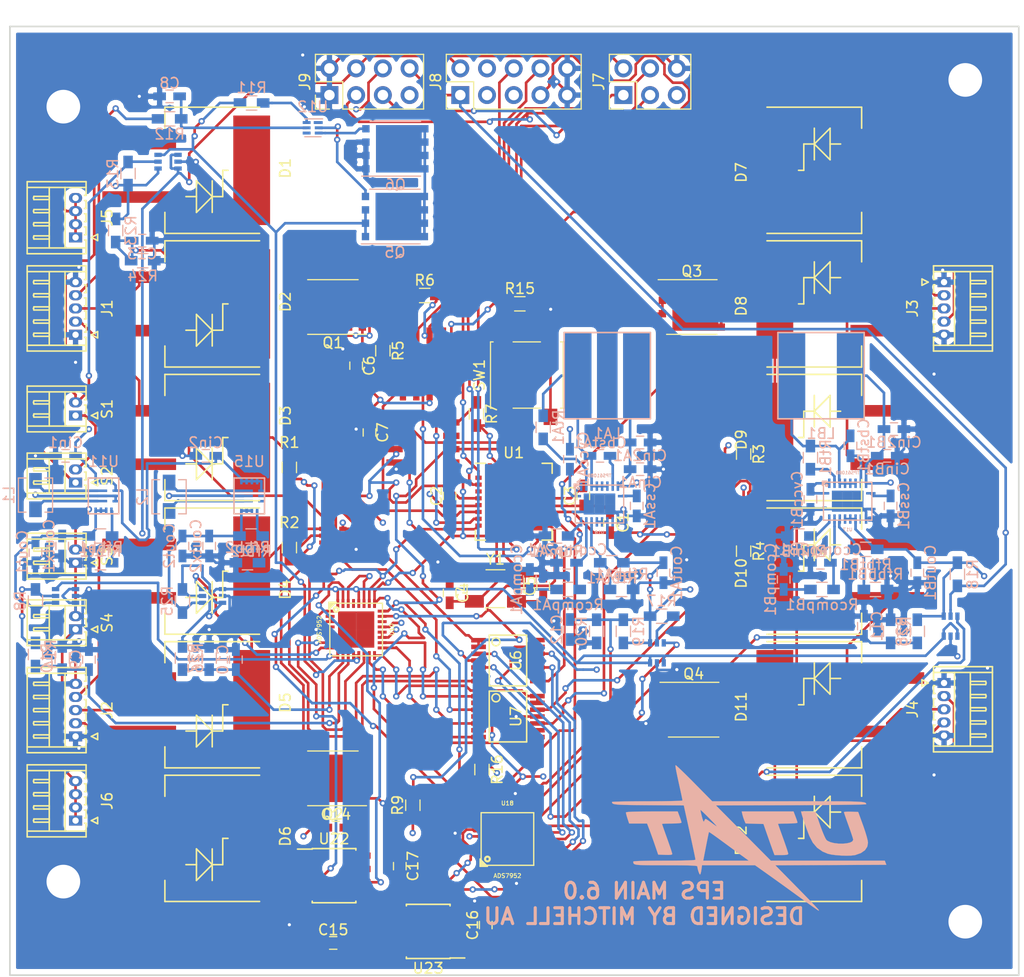
<source format=kicad_pcb>
(kicad_pcb (version 4) (host pcbnew 4.0.7)
  (layers (0 F.Cu signal) (1 VCC power) (2 GND power) (31 B.Cu signal) (34 B.Paste user) (35 F.Paste user) (36 B.SilkS user) (37 F.SilkS user) (38 B.Mask user) (39 F.Mask user) (44 Edge.Cuts user))
  (net 0 "")
  (net 1 GND)
  (net 2 +3V3)
  (net 3 "Net-(C4-Pad2)")
  (net 4 "Net-(C5-Pad2)")
  (net 5 "Net-(D1-Pad2)")
  (net 6 "Net-(D1-Pad1)")
  (net 7 "Net-(D1-Pad3)")
  (net 8 "Net-(D2-Pad1)")
  (net 9 "Net-(D2-Pad3)")
  (net 10 "Net-(D3-Pad1)")
  (net 11 "Net-(D3-Pad3)")
  (net 12 "Net-(D4-Pad2)")
  (net 13 "Net-(D4-Pad1)")
  (net 14 "Net-(D4-Pad3)")
  (net 15 "Net-(D5-Pad1)")
  (net 16 "Net-(D5-Pad3)")
  (net 17 "Net-(D6-Pad1)")
  (net 18 "Net-(D6-Pad3)")
  (net 19 "Net-(D7-Pad2)")
  (net 20 "Net-(D7-Pad1)")
  (net 21 "Net-(D7-Pad3)")
  (net 22 "Net-(D8-Pad1)")
  (net 23 "Net-(D8-Pad3)")
  (net 24 "Net-(D9-Pad1)")
  (net 25 "Net-(D9-Pad3)")
  (net 26 "Net-(D10-Pad2)")
  (net 27 "Net-(D10-Pad1)")
  (net 28 "Net-(D10-Pad3)")
  (net 29 "Net-(D11-Pad1)")
  (net 30 "Net-(D11-Pad3)")
  (net 31 "Net-(D12-Pad1)")
  (net 32 "Net-(D12-Pad3)")
  (net 33 /MISO_A)
  (net 34 /SCK_A)
  (net 35 /MOSI_A)
  (net 36 /RST)
  (net 37 -PACK)
  (net 38 /CAN_LPWR)
  (net 39 /CANH)
  (net 40 /CANL)
  (net 41 "Net-(U1-Pad3)")
  (net 42 /CAN_TX)
  (net 43 /CAN_RX)
  (net 44 /MISO)
  (net 45 /MOSI)
  (net 46 "Net-(U1-Pad13)")
  (net 47 "Net-(U1-Pad14)")
  (net 48 "Net-(U1-Pad15)")
  (net 49 "Net-(U1-Pad22)")
  (net 50 "Net-(U1-Pad23)")
  (net 51 "Net-(U1-Pad24)")
  (net 52 "Net-(U1-Pad25)")
  (net 53 /CS_MEM)
  (net 54 "Net-(U1-Pad27)")
  (net 55 /SCK)
  (net 56 "Net-(U1-Pad29)")
  (net 57 "Net-(U1-Pad30)")
  (net 58 "Net-(U1-Pad32)")
  (net 59 "Net-(U2-Pad6)")
  (net 60 +PACK)
  (net 61 "Net-(U3-Pad6)")
  (net 62 "Net-(U4-Pad6)")
  (net 63 "Net-(U5-Pad6)")
  (net 64 +5V)
  (net 65 "Net-(J8-Pad3)")
  (net 66 "Net-(J8-Pad4)")
  (net 67 /EPS_RST)
  (net 68 "Net-(J8-Pad5)")
  (net 69 "Net-(U10-Pad2)")
  (net 70 "Net-(L1-Pad2)")
  (net 71 "Net-(L2-Pad2)")
  (net 72 "Net-(U8-Pad5)")
  (net 73 /+XI)
  (net 74 "Net-(Cout1-Pad1)")
  (net 75 "Net-(Cout2-Pad1)")
  (net 76 "Net-(L1-Pad1)")
  (net 77 "Net-(L2-Pad1)")
  (net 78 "Net-(Rfbb1-Pad1)")
  (net 79 "Net-(Rfbb2-Pad1)")
  (net 80 /CS_ADC1)
  (net 81 /CS_ADC2)
  (net 82 "Net-(CbstA1-Pad1)")
  (net 83 "Net-(CbstA1-Pad2)")
  (net 84 "Net-(CbstB1-Pad1)")
  (net 85 "Net-(CbstB1-Pad2)")
  (net 86 "Net-(Ccomp2A1-Pad1)")
  (net 87 "Net-(Ccomp2B1-Pad1)")
  (net 88 "Net-(CcompA1-Pad2)")
  (net 89 "Net-(CcompB1-Pad2)")
  (net 90 "Net-(CssA1-Pad2)")
  (net 91 "Net-(CssB1-Pad2)")
  (net 92 "Net-(CvccA1-Pad1)")
  (net 93 "Net-(CvccB1-Pad1)")
  (net 94 "Net-(RfbbA1-Pad2)")
  (net 95 "Net-(RfbbB1-Pad2)")
  (net 96 "Net-(RlimA1-Pad2)")
  (net 97 "Net-(RlimB1-Pad2)")
  (net 98 "Net-(RtA1-Pad1)")
  (net 99 "Net-(RtB1-Pad1)")
  (net 100 "Net-(U16-Pad13)")
  (net 101 "Net-(U17-Pad13)")
  (net 102 "Net-(U18-Pad2)")
  (net 103 /3V3IOUT2)
  (net 104 /3V3IOUT1)
  (net 105 /3V3VOUT2)
  (net 106 /3V3VOUT1)
  (net 107 /-YI)
  (net 108 /+YI)
  (net 109 /-XI)
  (net 110 "Net-(U18-Pad8)")
  (net 111 "Net-(U18-Pad9)")
  (net 112 "Net-(U18-Pad10)")
  (net 113 "Net-(Q1-Pad2)")
  (net 114 "Net-(Q2-Pad2)")
  (net 115 "Net-(Q3-Pad2)")
  (net 116 "Net-(Q4-Pad2)")
  (net 117 "Net-(Q5-Pad3)")
  (net 118 "Net-(Q5-Pad2)")
  (net 119 "Net-(Q6-Pad2)")
  (net 120 /VOLT5VB)
  (net 121 /VOLT5VA)
  (net 122 "Net-(CoutA1-Pad2)")
  (net 123 "Net-(CoutB1-Pad2)")
  (net 124 /IOUTB)
  (net 125 /IOUTA)
  (net 126 "Net-(J5-Pad1)")
  (net 127 "Net-(R11-Pad1)")
  (net 128 "Net-(C8-Pad1)")
  (net 129 /VPACK)
  (net 130 "Net-(U10-Pad29)")
  (net 131 "Net-(U18-Pad29)")
  (net 132 "Net-(U12-Pad1)")
  (net 133 /+XVgs)
  (net 134 /-XVgs)
  (net 135 /-YVgs)
  (net 136 /+YVgs)
  (net 137 "Net-(J6-Pad1)")
  (net 138 "Net-(R12-Pad1)")
  (net 139 "Net-(S1-Pad1)")
  (net 140 "Net-(S3-Pad1)")
  (net 141 "Net-(U1-Pad2)")
  (net 142 "Net-(U1-Pad12)")
  (net 143 "Net-(J9-Pad7)")
  (net 144 "Net-(C15-Pad2)")
  (net 145 "Net-(C17-Pad2)")
  (net 146 /TEMPA)
  (net 147 /2V5A)
  (net 148 /TEMPB)
  (net 149 /2V5B)
  (net 150 "Net-(U22-Pad1)")
  (net 151 "Net-(U22-Pad7)")
  (net 152 "Net-(U22-Pad8)")
  (net 153 "Net-(U23-Pad1)")
  (net 154 "Net-(U23-Pad7)")
  (net 155 "Net-(U23-Pad8)")
  (module Diodes_SMD:DD-PAK_TO263_SingleDiode (layer F.Cu) (at 179.07 127 90)
    (fp_text reference D12 (at -0.20066 -9.4488 90) (layer F.SilkS))
    (fp_text value SM74611)
    (pad 2 smd rect (at 0 -6.25094 90) (size 10.40892 3.50012) (layers F.Cu F.Paste F.Mask) (net 26 "Net-(D10-Pad2)"))
    (pad 1 smd rect (at -2.54 4.43992 90) (size 1.09982 7.0104) (layers F.Cu F.Paste F.Mask) (net 31 "Net-(D12-Pad1)"))
    (pad 3 smd rect (at 2.54 4.43992 90) (size 1.09982 7.0104) (layers F.Cu F.Paste F.Mask) (net 32 "Net-(D12-Pad3)"))
  )
  (module Connectors_Hirose:Hirose_DF13-05P-1.25DS_05x1.25mm_Angled (layer F.Cu) (at 106.35 79.13 90)
    (fp_text reference J1 (at 2.5 3 90) (layer F.SilkS))
    (fp_text value CONN_01X05)
    (pad 1 thru_hole rect (at 0 0 90) (size 0.95 1.25) (drill 0.6) (layers *.Cu *.Mask) (net 1 GND))
    (pad 2 thru_hole oval (at 1.25 0 90) (size 0.95 1.25) (drill 0.6) (layers *.Cu *.Mask) (net 10 "Net-(D3-Pad1)"))
    (pad 3 thru_hole oval (at 2.5 0 90) (size 0.95 1.25) (drill 0.6) (layers *.Cu *.Mask) (net 8 "Net-(D2-Pad1)"))
    (pad 4 thru_hole oval (at 3.75 0 90) (size 0.95 1.25) (drill 0.6) (layers *.Cu *.Mask) (net 6 "Net-(D1-Pad1)"))
    (pad 5 thru_hole oval (at 5 0 90) (size 0.95 1.25) (drill 0.6) (layers *.Cu *.Mask) (net 1 GND))
  )
  (module Diodes_SMD:DD-PAK_TO263_SingleDiode (layer F.Cu) (at 116.84 101.6 270)
    (fp_text reference D4 (at 1.74 -9.4488 270) (layer F.SilkS))
    (fp_text value SM74611)
    (pad 2 smd rect (at 0 -6.25094 270) (size 10.40892 3.50012) (layers F.Cu F.Paste F.Mask) (net 12 "Net-(D4-Pad2)"))
    (pad 1 smd rect (at -2.54 4.43992 270) (size 1.09982 7.0104) (layers F.Cu F.Paste F.Mask) (net 13 "Net-(D4-Pad1)"))
    (pad 3 smd rect (at 2.54 4.43992 270) (size 1.09982 7.0104) (layers F.Cu F.Paste F.Mask) (net 14 "Net-(D4-Pad3)"))
  )
  (module Diodes_SMD:DD-PAK_TO263_SingleDiode (layer F.Cu) (at 116.84 88.9 270)
    (fp_text reference D3 (at -2.07 -9.4488 270) (layer F.SilkS))
    (fp_text value SM74611)
    (pad 2 smd rect (at 0 -6.25094 270) (size 10.40892 3.50012) (layers F.Cu F.Paste F.Mask) (net 5 "Net-(D1-Pad2)"))
    (pad 1 smd rect (at -2.54 4.43992 270) (size 1.09982 7.0104) (layers F.Cu F.Paste F.Mask) (net 10 "Net-(D3-Pad1)"))
    (pad 3 smd rect (at 2.54 4.43992 270) (size 1.09982 7.0104) (layers F.Cu F.Paste F.Mask) (net 11 "Net-(D3-Pad3)"))
  )
  (module Capacitors_SMD:C_0603_HandSoldering (layer F.Cu) (at 157.15 96.99 270)
    (fp_text reference C1 (at 0 -1.25 270) (layer F.SilkS))
    (fp_text value 0.1µF)
    (pad 1 smd rect (at -0.95 0 270) (size 1.2 0.75) (layers F.Cu F.Paste F.Mask) (net 1 GND))
    (pad 2 smd rect (at 0.95 0 270) (size 1.2 0.75) (layers F.Cu F.Paste F.Mask) (net 2 +3V3))
  )
  (module Capacitors_SMD:C_0603_HandSoldering (layer F.Cu) (at 141.91 94.45 90)
    (fp_text reference C2 (at 0 -1.25 90) (layer F.SilkS))
    (fp_text value 0.1µF)
    (pad 1 smd rect (at -0.95 0 90) (size 1.2 0.75) (layers F.Cu F.Paste F.Mask) (net 1 GND))
    (pad 2 smd rect (at 0.95 0 90) (size 1.2 0.75) (layers F.Cu F.Paste F.Mask) (net 2 +3V3))
  )
  (module Capacitors_SMD:C_0603_HandSoldering (layer F.Cu) (at 154.61 94.45 90)
    (fp_text reference C3 (at 0 -1.25 90) (layer F.SilkS))
    (fp_text value 0.1µF)
    (pad 1 smd rect (at -0.95 0 90) (size 1.2 0.75) (layers F.Cu F.Paste F.Mask) (net 1 GND))
    (pad 2 smd rect (at 0.95 0 90) (size 1.2 0.75) (layers F.Cu F.Paste F.Mask) (net 2 +3V3))
  )
  (module Capacitors_SMD:C_0603_HandSoldering (layer F.Cu) (at 141.91 103.66 270)
    (fp_text reference C4 (at 0 -1.25 270) (layer F.SilkS))
    (fp_text value 22pF)
    (pad 1 smd rect (at -0.95 0 270) (size 1.2 0.75) (layers F.Cu F.Paste F.Mask) (net 1 GND))
    (pad 2 smd rect (at 0.95 0 270) (size 1.2 0.75) (layers F.Cu F.Paste F.Mask) (net 3 "Net-(C4-Pad2)"))
  )
  (module Capacitors_SMD:C_0603_HandSoldering (layer F.Cu) (at 150.8 103.02 90)
    (fp_text reference C5 (at 0 -1.25 90) (layer F.SilkS))
    (fp_text value 22pF)
    (pad 1 smd rect (at -0.95 0 90) (size 1.2 0.75) (layers F.Cu F.Paste F.Mask) (net 1 GND))
    (pad 2 smd rect (at 0.95 0 90) (size 1.2 0.75) (layers F.Cu F.Paste F.Mask) (net 4 "Net-(C5-Pad2)"))
  )
  (module Capacitors_SMD:C_0603_HandSoldering (layer F.Cu) (at 133.02 82.07 270)
    (fp_text reference C6 (at 0 -1.25 270) (layer F.SilkS))
    (fp_text value 0.1µF)
    (pad 1 smd rect (at -0.95 0 270) (size 1.2 0.75) (layers F.Cu F.Paste F.Mask) (net 1 GND))
    (pad 2 smd rect (at 0.95 0 270) (size 1.2 0.75) (layers F.Cu F.Paste F.Mask) (net 2 +3V3))
  )
  (module Capacitors_SMD:C_0603_HandSoldering (layer F.Cu) (at 134.29 88.42 270)
    (fp_text reference C7 (at 0 -1.25 270) (layer F.SilkS))
    (fp_text value 100nF)
    (pad 1 smd rect (at -0.95 0 270) (size 1.2 0.75) (layers F.Cu F.Paste F.Mask) (net 2 +3V3))
    (pad 2 smd rect (at 0.95 0 270) (size 1.2 0.75) (layers F.Cu F.Paste F.Mask) (net 1 GND))
  )
  (module Diodes_SMD:DD-PAK_TO263_SingleDiode (layer F.Cu) (at 116.84 63.5 270)
    (fp_text reference D1 (at -0.20066 -9.4488 270) (layer F.SilkS))
    (fp_text value SM74611)
    (pad 2 smd rect (at 0 -6.25094 270) (size 10.40892 3.50012) (layers F.Cu F.Paste F.Mask) (net 5 "Net-(D1-Pad2)"))
    (pad 1 smd rect (at -2.54 4.43992 270) (size 1.09982 7.0104) (layers F.Cu F.Paste F.Mask) (net 6 "Net-(D1-Pad1)"))
    (pad 3 smd rect (at 2.54 4.43992 270) (size 1.09982 7.0104) (layers F.Cu F.Paste F.Mask) (net 7 "Net-(D1-Pad3)"))
  )
  (module Diodes_SMD:DD-PAK_TO263_SingleDiode (layer F.Cu) (at 116.84 76.2 270)
    (fp_text reference D2 (at -0.20066 -9.4488 270) (layer F.SilkS))
    (fp_text value SM74611)
    (pad 2 smd rect (at 0 -6.25094 270) (size 10.40892 3.50012) (layers F.Cu F.Paste F.Mask) (net 5 "Net-(D1-Pad2)"))
    (pad 1 smd rect (at -2.54 4.43992 270) (size 1.09982 7.0104) (layers F.Cu F.Paste F.Mask) (net 8 "Net-(D2-Pad1)"))
    (pad 3 smd rect (at 2.54 4.43992 270) (size 1.09982 7.0104) (layers F.Cu F.Paste F.Mask) (net 9 "Net-(D2-Pad3)"))
  )
  (module Diodes_SMD:DD-PAK_TO263_SingleDiode (layer F.Cu) (at 116.84 114.3 270)
    (fp_text reference D5 (at -0.20066 -9.4488 270) (layer F.SilkS))
    (fp_text value SM74611)
    (pad 2 smd rect (at 0 -6.25094 270) (size 10.40892 3.50012) (layers F.Cu F.Paste F.Mask) (net 12 "Net-(D4-Pad2)"))
    (pad 1 smd rect (at -2.54 4.43992 270) (size 1.09982 7.0104) (layers F.Cu F.Paste F.Mask) (net 15 "Net-(D5-Pad1)"))
    (pad 3 smd rect (at 2.54 4.43992 270) (size 1.09982 7.0104) (layers F.Cu F.Paste F.Mask) (net 16 "Net-(D5-Pad3)"))
  )
  (module Diodes_SMD:DD-PAK_TO263_SingleDiode (layer F.Cu) (at 116.84 127 270)
    (fp_text reference D6 (at -0.20066 -9.4488 270) (layer F.SilkS))
    (fp_text value SM74611)
    (pad 2 smd rect (at 0 -6.25094 270) (size 10.40892 3.50012) (layers F.Cu F.Paste F.Mask) (net 12 "Net-(D4-Pad2)"))
    (pad 1 smd rect (at -2.54 4.43992 270) (size 1.09982 7.0104) (layers F.Cu F.Paste F.Mask) (net 17 "Net-(D6-Pad1)"))
    (pad 3 smd rect (at 2.54 4.43992 270) (size 1.09982 7.0104) (layers F.Cu F.Paste F.Mask) (net 18 "Net-(D6-Pad3)"))
  )
  (module Diodes_SMD:DD-PAK_TO263_SingleDiode (layer F.Cu) (at 179.07 63.5 90)
    (fp_text reference D7 (at -0.20066 -9.4488 90) (layer F.SilkS))
    (fp_text value SM74611)
    (pad 2 smd rect (at 0 -6.25094 90) (size 10.40892 3.50012) (layers F.Cu F.Paste F.Mask) (net 19 "Net-(D7-Pad2)"))
    (pad 1 smd rect (at -2.54 4.43992 90) (size 1.09982 7.0104) (layers F.Cu F.Paste F.Mask) (net 20 "Net-(D7-Pad1)"))
    (pad 3 smd rect (at 2.54 4.43992 90) (size 1.09982 7.0104) (layers F.Cu F.Paste F.Mask) (net 21 "Net-(D7-Pad3)"))
  )
  (module Diodes_SMD:DD-PAK_TO263_SingleDiode (layer F.Cu) (at 179.07 76.2 90)
    (fp_text reference D8 (at -0.20066 -9.4488 90) (layer F.SilkS))
    (fp_text value SM74611)
    (pad 2 smd rect (at 0 -6.25094 90) (size 10.40892 3.50012) (layers F.Cu F.Paste F.Mask) (net 19 "Net-(D7-Pad2)"))
    (pad 1 smd rect (at -2.54 4.43992 90) (size 1.09982 7.0104) (layers F.Cu F.Paste F.Mask) (net 22 "Net-(D8-Pad1)"))
    (pad 3 smd rect (at 2.54 4.43992 90) (size 1.09982 7.0104) (layers F.Cu F.Paste F.Mask) (net 23 "Net-(D8-Pad3)"))
  )
  (module Diodes_SMD:DD-PAK_TO263_SingleDiode (layer F.Cu) (at 179.07 88.9 90)
    (fp_text reference D9 (at -0.20066 -9.4488 90) (layer F.SilkS))
    (fp_text value SM74611)
    (pad 2 smd rect (at 0 -6.25094 90) (size 10.40892 3.50012) (layers F.Cu F.Paste F.Mask) (net 19 "Net-(D7-Pad2)"))
    (pad 1 smd rect (at -2.54 4.43992 90) (size 1.09982 7.0104) (layers F.Cu F.Paste F.Mask) (net 24 "Net-(D9-Pad1)"))
    (pad 3 smd rect (at 2.54 4.43992 90) (size 1.09982 7.0104) (layers F.Cu F.Paste F.Mask) (net 25 "Net-(D9-Pad3)"))
  )
  (module Diodes_SMD:DD-PAK_TO263_SingleDiode (layer F.Cu) (at 179.07 101.6 90)
    (fp_text reference D10 (at -0.20066 -9.4488 90) (layer F.SilkS))
    (fp_text value SM74611)
    (pad 2 smd rect (at 0 -6.25094 90) (size 10.40892 3.50012) (layers F.Cu F.Paste F.Mask) (net 26 "Net-(D10-Pad2)"))
    (pad 1 smd rect (at -2.54 4.43992 90) (size 1.09982 7.0104) (layers F.Cu F.Paste F.Mask) (net 27 "Net-(D10-Pad1)"))
    (pad 3 smd rect (at 2.54 4.43992 90) (size 1.09982 7.0104) (layers F.Cu F.Paste F.Mask) (net 28 "Net-(D10-Pad3)"))
  )
  (module Diodes_SMD:DD-PAK_TO263_SingleDiode (layer F.Cu) (at 179.07 114.3 90)
    (fp_text reference D11 (at -0.20066 -9.4488 90) (layer F.SilkS))
    (fp_text value SM74611)
    (pad 2 smd rect (at 0 -6.25094 90) (size 10.40892 3.50012) (layers F.Cu F.Paste F.Mask) (net 26 "Net-(D10-Pad2)"))
    (pad 1 smd rect (at -2.54 4.43992 90) (size 1.09982 7.0104) (layers F.Cu F.Paste F.Mask) (net 29 "Net-(D11-Pad1)"))
    (pad 3 smd rect (at 2.54 4.43992 90) (size 1.09982 7.0104) (layers F.Cu F.Paste F.Mask) (net 30 "Net-(D11-Pad3)"))
  )
  (module Pin_Headers:Pin_Header_Straight_2x03_Pitch2.54mm (layer F.Cu) (at 158.42 56.35 90)
    (fp_text reference J7 (at 1.27 -2.33 90) (layer F.SilkS))
    (fp_text value "PROGRAMMING PORT")
    (pad 1 thru_hole rect (at 0 0 90) (size 1.7 1.7) (drill 1) (layers *.Cu *.Mask) (net 33 /MISO_A))
    (pad 2 thru_hole oval (at 2.54 0 90) (size 1.7 1.7) (drill 1) (layers *.Cu *.Mask) (net 2 +3V3))
    (pad 3 thru_hole oval (at 0 2.54 90) (size 1.7 1.7) (drill 1) (layers *.Cu *.Mask) (net 34 /SCK_A))
    (pad 4 thru_hole oval (at 2.54 2.54 90) (size 1.7 1.7) (drill 1) (layers *.Cu *.Mask) (net 35 /MOSI_A))
    (pad 5 thru_hole oval (at 0 5.08 90) (size 1.7 1.7) (drill 1) (layers *.Cu *.Mask) (net 36 /RST))
    (pad 6 thru_hole oval (at 2.54 5.08 90) (size 1.7 1.7) (drill 1) (layers *.Cu *.Mask) (net 1 GND))
  )
  (module Housings_SON:VSONP-8-1EP_5x6_Pitch1.27mm (layer F.Cu) (at 130.81 76.495 180)
    (fp_text reference Q1 (at 0 -3.4 180) (layer F.SilkS))
    (fp_text value BSC026NE2LS5)
    (pad 3 smd rect (at 0.33 0 180) (size 4.35 4.51) (layers F.Cu F.Mask) (net 5 "Net-(D1-Pad2)"))
    (pad 1 smd rect (at -2.8 0.635 180) (size 0.7 0.7) (layers F.Cu F.Paste F.Mask) (net 1 GND))
    (pad 1 smd rect (at -2.8 -0.635 180) (size 0.7 0.7) (layers F.Cu F.Paste F.Mask) (net 1 GND))
    (pad 1 smd rect (at -2.8 -1.905 180) (size 0.7 0.7) (layers F.Cu F.Paste F.Mask) (net 1 GND))
    (pad 2 smd rect (at -2.8 1.905 180) (size 0.7 0.7) (layers F.Cu F.Paste F.Mask) (net 113 "Net-(Q1-Pad2)"))
    (pad 3 smd rect (at 2.8 1.905 180) (size 0.7 0.7) (layers F.Cu F.Paste F.Mask) (net 5 "Net-(D1-Pad2)"))
    (pad 3 smd rect (at 2.8 -1.905 180) (size 0.7 0.7) (layers F.Cu F.Paste F.Mask) (net 5 "Net-(D1-Pad2)"))
    (pad 3 smd rect (at 2.8 -0.635 180) (size 0.7 0.7) (layers F.Cu F.Paste F.Mask) (net 5 "Net-(D1-Pad2)"))
    (pad 3 smd rect (at 2.8 0.635 180) (size 0.7 0.7) (layers F.Cu F.Paste F.Mask) (net 5 "Net-(D1-Pad2)"))
  )
  (module Housings_SON:VSONP-8-1EP_5x6_Pitch1.27mm (layer F.Cu) (at 130.81 121.295 180)
    (fp_text reference Q2 (at 0 -3.4 180) (layer F.SilkS))
    (fp_text value BSC026NE2LS5)
    (pad 3 smd rect (at 0.33 0 180) (size 4.35 4.51) (layers F.Cu F.Mask) (net 12 "Net-(D4-Pad2)"))
    (pad 1 smd rect (at -2.8 0.635 180) (size 0.7 0.7) (layers F.Cu F.Paste F.Mask) (net 1 GND))
    (pad 1 smd rect (at -2.8 -0.635 180) (size 0.7 0.7) (layers F.Cu F.Paste F.Mask) (net 1 GND))
    (pad 1 smd rect (at -2.8 -1.905 180) (size 0.7 0.7) (layers F.Cu F.Paste F.Mask) (net 1 GND))
    (pad 2 smd rect (at -2.8 1.905 180) (size 0.7 0.7) (layers F.Cu F.Paste F.Mask) (net 114 "Net-(Q2-Pad2)"))
    (pad 3 smd rect (at 2.8 1.905 180) (size 0.7 0.7) (layers F.Cu F.Paste F.Mask) (net 12 "Net-(D4-Pad2)"))
    (pad 3 smd rect (at 2.8 -1.905 180) (size 0.7 0.7) (layers F.Cu F.Paste F.Mask) (net 12 "Net-(D4-Pad2)"))
    (pad 3 smd rect (at 2.8 -0.635 180) (size 0.7 0.7) (layers F.Cu F.Paste F.Mask) (net 12 "Net-(D4-Pad2)"))
    (pad 3 smd rect (at 2.8 0.635 180) (size 0.7 0.7) (layers F.Cu F.Paste F.Mask) (net 12 "Net-(D4-Pad2)"))
  )
  (module Housings_SON:VSONP-8-1EP_5x6_Pitch1.27mm (layer F.Cu) (at 164.9275 76.495)
    (fp_text reference Q3 (at 0 -3.4) (layer F.SilkS))
    (fp_text value BSC026NE2LS5)
    (pad 3 smd rect (at 0.33 0) (size 4.35 4.51) (layers F.Cu F.Mask) (net 19 "Net-(D7-Pad2)"))
    (pad 1 smd rect (at -2.8 0.635) (size 0.7 0.7) (layers F.Cu F.Paste F.Mask) (net 1 GND))
    (pad 1 smd rect (at -2.8 -0.635) (size 0.7 0.7) (layers F.Cu F.Paste F.Mask) (net 1 GND))
    (pad 1 smd rect (at -2.8 -1.905) (size 0.7 0.7) (layers F.Cu F.Paste F.Mask) (net 1 GND))
    (pad 2 smd rect (at -2.8 1.905) (size 0.7 0.7) (layers F.Cu F.Paste F.Mask) (net 115 "Net-(Q3-Pad2)"))
    (pad 3 smd rect (at 2.8 1.905) (size 0.7 0.7) (layers F.Cu F.Paste F.Mask) (net 19 "Net-(D7-Pad2)"))
    (pad 3 smd rect (at 2.8 -1.905) (size 0.7 0.7) (layers F.Cu F.Paste F.Mask) (net 19 "Net-(D7-Pad2)"))
    (pad 3 smd rect (at 2.8 -0.635) (size 0.7 0.7) (layers F.Cu F.Paste F.Mask) (net 19 "Net-(D7-Pad2)"))
    (pad 3 smd rect (at 2.8 0.635) (size 0.7 0.7) (layers F.Cu F.Paste F.Mask) (net 19 "Net-(D7-Pad2)"))
  )
  (module Housings_SON:VSONP-8-1EP_5x6_Pitch1.27mm (layer F.Cu) (at 165.1 114.77)
    (fp_text reference Q4 (at 0 -3.4) (layer F.SilkS))
    (fp_text value BSC026NE2LS5)
    (pad 3 smd rect (at 0.33 0) (size 4.35 4.51) (layers F.Cu F.Mask) (net 26 "Net-(D10-Pad2)"))
    (pad 1 smd rect (at -2.8 0.635) (size 0.7 0.7) (layers F.Cu F.Paste F.Mask) (net 1 GND))
    (pad 1 smd rect (at -2.8 -0.635) (size 0.7 0.7) (layers F.Cu F.Paste F.Mask) (net 1 GND))
    (pad 1 smd rect (at -2.8 -1.905) (size 0.7 0.7) (layers F.Cu F.Paste F.Mask) (net 1 GND))
    (pad 2 smd rect (at -2.8 1.905) (size 0.7 0.7) (layers F.Cu F.Paste F.Mask) (net 116 "Net-(Q4-Pad2)"))
    (pad 3 smd rect (at 2.8 1.905) (size 0.7 0.7) (layers F.Cu F.Paste F.Mask) (net 26 "Net-(D10-Pad2)"))
    (pad 3 smd rect (at 2.8 -1.905) (size 0.7 0.7) (layers F.Cu F.Paste F.Mask) (net 26 "Net-(D10-Pad2)"))
    (pad 3 smd rect (at 2.8 -0.635) (size 0.7 0.7) (layers F.Cu F.Paste F.Mask) (net 26 "Net-(D10-Pad2)"))
    (pad 3 smd rect (at 2.8 0.635) (size 0.7 0.7) (layers F.Cu F.Paste F.Mask) (net 26 "Net-(D10-Pad2)"))
  )
  (module Housings_SON:VSONP-8-1EP_5x6_Pitch1.27mm (layer B.Cu) (at 136.7075 67.895)
    (fp_text reference Q5 (at 0 3.4) (layer B.SilkS) (effects (justify mirror)))
    (fp_text value BSC026NE2LS5)
    (pad 3 smd rect (at 0.33 0) (size 4.35 4.51) (layers B.Cu B.Mask) (net 117 "Net-(Q5-Pad3)"))
    (pad 1 smd rect (at -2.8 -0.635) (size 0.7 0.7) (layers B.Cu B.Paste B.Mask) (net 37 -PACK))
    (pad 1 smd rect (at -2.8 0.635) (size 0.7 0.7) (layers B.Cu B.Paste B.Mask) (net 37 -PACK))
    (pad 1 smd rect (at -2.8 1.905) (size 0.7 0.7) (layers B.Cu B.Paste B.Mask) (net 37 -PACK))
    (pad 2 smd rect (at -2.8 -1.905) (size 0.7 0.7) (layers B.Cu B.Paste B.Mask) (net 118 "Net-(Q5-Pad2)"))
    (pad 3 smd rect (at 2.8 -1.905) (size 0.7 0.7) (layers B.Cu B.Paste B.Mask) (net 117 "Net-(Q5-Pad3)"))
    (pad 3 smd rect (at 2.8 1.905) (size 0.7 0.7) (layers B.Cu B.Paste B.Mask) (net 117 "Net-(Q5-Pad3)"))
    (pad 3 smd rect (at 2.8 0.635) (size 0.7 0.7) (layers B.Cu B.Paste B.Mask) (net 117 "Net-(Q5-Pad3)"))
    (pad 3 smd rect (at 2.8 -0.635) (size 0.7 0.7) (layers B.Cu B.Paste B.Mask) (net 117 "Net-(Q5-Pad3)"))
  )
  (module Housings_SON:VSONP-8-1EP_5x6_Pitch1.27mm (layer B.Cu) (at 136.7475 61.455)
    (fp_text reference Q6 (at 0 3.4) (layer B.SilkS) (effects (justify mirror)))
    (fp_text value BSC026NE2LS5)
    (pad 3 smd rect (at 0.33 0) (size 4.35 4.51) (layers B.Cu B.Mask) (net 117 "Net-(Q5-Pad3)"))
    (pad 1 smd rect (at -2.8 -0.635) (size 0.7 0.7) (layers B.Cu B.Paste B.Mask) (net 1 GND))
    (pad 1 smd rect (at -2.8 0.635) (size 0.7 0.7) (layers B.Cu B.Paste B.Mask) (net 1 GND))
    (pad 1 smd rect (at -2.8 1.905) (size 0.7 0.7) (layers B.Cu B.Paste B.Mask) (net 1 GND))
    (pad 2 smd rect (at -2.8 -1.905) (size 0.7 0.7) (layers B.Cu B.Paste B.Mask) (net 119 "Net-(Q6-Pad2)"))
    (pad 3 smd rect (at 2.8 -1.905) (size 0.7 0.7) (layers B.Cu B.Paste B.Mask) (net 117 "Net-(Q5-Pad3)"))
    (pad 3 smd rect (at 2.8 1.905) (size 0.7 0.7) (layers B.Cu B.Paste B.Mask) (net 117 "Net-(Q5-Pad3)"))
    (pad 3 smd rect (at 2.8 0.635) (size 0.7 0.7) (layers B.Cu B.Paste B.Mask) (net 117 "Net-(Q5-Pad3)"))
    (pad 3 smd rect (at 2.8 -0.635) (size 0.7 0.7) (layers B.Cu B.Paste B.Mask) (net 117 "Net-(Q5-Pad3)"))
  )
  (module Resistors_SMD:R_0603_HandSoldering (layer F.Cu) (at 135.56 80.65 270)
    (fp_text reference R5 (at 0 -1.45 270) (layer F.SilkS))
    (fp_text value 1kΩ)
    (pad 1 smd rect (at -1.1 0 270) (size 1.2 0.9) (layers F.Cu F.Paste F.Mask) (net 38 /CAN_LPWR))
    (pad 2 smd rect (at 1.1 0 270) (size 1.2 0.9) (layers F.Cu F.Paste F.Mask) (net 1 GND))
  )
  (module Resistors_SMD:R_0603_HandSoldering (layer F.Cu) (at 139.54 75.4)
    (fp_text reference R6 (at 0 -1.45) (layer F.SilkS))
    (fp_text value 120Ω)
    (pad 1 smd rect (at -1.1 0) (size 1.2 0.9) (layers F.Cu F.Paste F.Mask) (net 39 /CANH))
    (pad 2 smd rect (at 1.1 0) (size 1.2 0.9) (layers F.Cu F.Paste F.Mask) (net 40 /CANL))
  )
  (module Resistors_SMD:R_0603_HandSoldering (layer F.Cu) (at 144.45 86.66 270)
    (fp_text reference R7 (at 0 -1.45 270) (layer F.SilkS))
    (fp_text value 10kΩ)
    (pad 1 smd rect (at -1.1 0 270) (size 1.2 0.9) (layers F.Cu F.Paste F.Mask) (net 2 +3V3))
    (pad 2 smd rect (at 1.1 0 270) (size 1.2 0.9) (layers F.Cu F.Paste F.Mask) (net 67 /EPS_RST))
  )
  (module Housings_DFN_QFN:QFN-32-1EP_7x7mm_Pitch0.65mm (layer F.Cu) (at 148 95)
    (fp_text reference U1 (at 0 -4.65) (layer F.SilkS))
    (fp_text value ATMEGA32M1-MU)
    (pad 1 smd rect (at -3.35 -2.275) (size 0.6 0.4) (layers F.Cu F.Paste F.Mask) (net 33 /MISO_A))
    (pad 2 smd rect (at -3.35 -1.625) (size 0.6 0.4) (layers F.Cu F.Paste F.Mask) (net 141 "Net-(U1-Pad2)"))
    (pad 3 smd rect (at -3.35 -0.975) (size 0.6 0.4) (layers F.Cu F.Paste F.Mask) (net 41 "Net-(U1-Pad3)"))
    (pad 4 smd rect (at -3.35 -0.325) (size 0.6 0.4) (layers F.Cu F.Paste F.Mask) (net 2 +3V3))
    (pad 5 smd rect (at -3.35 0.325) (size 0.6 0.4) (layers F.Cu F.Paste F.Mask) (net 1 GND))
    (pad 6 smd rect (at -3.35 0.975) (size 0.6 0.4) (layers F.Cu F.Paste F.Mask) (net 42 /CAN_TX))
    (pad 7 smd rect (at -3.35 1.625) (size 0.6 0.4) (layers F.Cu F.Paste F.Mask) (net 43 /CAN_RX))
    (pad 8 smd rect (at -3.35 2.275) (size 0.6 0.4) (layers F.Cu F.Paste F.Mask) (net 44 /MISO))
    (pad 9 smd rect (at -2.275 3.35 90) (size 0.6 0.4) (layers F.Cu F.Paste F.Mask) (net 45 /MOSI))
    (pad 10 smd rect (at -1.625 3.35 90) (size 0.6 0.4) (layers F.Cu F.Paste F.Mask) (net 3 "Net-(C4-Pad2)"))
    (pad 11 smd rect (at -0.975 3.35 90) (size 0.6 0.4) (layers F.Cu F.Paste F.Mask) (net 4 "Net-(C5-Pad2)"))
    (pad 12 smd rect (at -0.325 3.35 90) (size 0.6 0.4) (layers F.Cu F.Paste F.Mask) (net 142 "Net-(U1-Pad12)"))
    (pad 13 smd rect (at 0.325 3.35 90) (size 0.6 0.4) (layers F.Cu F.Paste F.Mask) (net 46 "Net-(U1-Pad13)"))
    (pad 14 smd rect (at 0.975 3.35 90) (size 0.6 0.4) (layers F.Cu F.Paste F.Mask) (net 47 "Net-(U1-Pad14)"))
    (pad 15 smd rect (at 1.625 3.35 90) (size 0.6 0.4) (layers F.Cu F.Paste F.Mask) (net 48 "Net-(U1-Pad15)"))
    (pad 16 smd rect (at 2.275 3.35 90) (size 0.6 0.4) (layers F.Cu F.Paste F.Mask) (net 38 /CAN_LPWR))
    (pad 17 smd rect (at 3.35 2.275) (size 0.6 0.4) (layers F.Cu F.Paste F.Mask) (net 80 /CS_ADC1))
    (pad 18 smd rect (at 3.35 1.625) (size 0.6 0.4) (layers F.Cu F.Paste F.Mask) (net 81 /CS_ADC2))
    (pad 19 smd rect (at 3.35 0.975) (size 0.6 0.4) (layers F.Cu F.Paste F.Mask) (net 2 +3V3))
    (pad 20 smd rect (at 3.35 0.325) (size 0.6 0.4) (layers F.Cu F.Paste F.Mask) (net 1 GND))
    (pad 21 smd rect (at 3.35 -0.325) (size 0.6 0.4) (layers F.Cu F.Paste F.Mask) (net 2 +3V3))
    (pad 22 smd rect (at 3.35 -0.975) (size 0.6 0.4) (layers F.Cu F.Paste F.Mask) (net 49 "Net-(U1-Pad22)"))
    (pad 23 smd rect (at 3.35 -1.625) (size 0.6 0.4) (layers F.Cu F.Paste F.Mask) (net 50 "Net-(U1-Pad23)"))
    (pad 24 smd rect (at 3.35 -2.275) (size 0.6 0.4) (layers F.Cu F.Paste F.Mask) (net 51 "Net-(U1-Pad24)"))
    (pad 25 smd rect (at 2.275 -3.35 90) (size 0.6 0.4) (layers F.Cu F.Paste F.Mask) (net 52 "Net-(U1-Pad25)"))
    (pad 26 smd rect (at 1.625 -3.35 90) (size 0.6 0.4) (layers F.Cu F.Paste F.Mask) (net 53 /CS_MEM))
    (pad 27 smd rect (at 0.975 -3.35 90) (size 0.6 0.4) (layers F.Cu F.Paste F.Mask) (net 54 "Net-(U1-Pad27)"))
    (pad 28 smd rect (at 0.325 -3.35 90) (size 0.6 0.4) (layers F.Cu F.Paste F.Mask) (net 55 /SCK))
    (pad 29 smd rect (at -0.325 -3.35 90) (size 0.6 0.4) (layers F.Cu F.Paste F.Mask) (net 56 "Net-(U1-Pad29)"))
    (pad 30 smd rect (at -0.975 -3.35 90) (size 0.6 0.4) (layers F.Cu F.Paste F.Mask) (net 57 "Net-(U1-Pad30)"))
    (pad 31 smd rect (at -1.625 -3.35 90) (size 0.6 0.4) (layers F.Cu F.Paste F.Mask) (net 67 /EPS_RST))
    (pad 32 smd rect (at -2.275 -3.35 90) (size 0.6 0.4) (layers F.Cu F.Paste F.Mask) (net 58 "Net-(U1-Pad32)"))
    (pad 33 smd rect (at 2.0475 2.0475) (size 1.365 1.365) (layers F.Cu F.Paste F.Mask))
    (pad 33 smd rect (at 2.0475 0.6825) (size 1.365 1.365) (layers F.Cu F.Paste F.Mask))
    (pad 33 smd rect (at 2.0475 -0.6825) (size 1.365 1.365) (layers F.Cu F.Paste F.Mask))
    (pad 33 smd rect (at 2.0475 -2.0475) (size 1.365 1.365) (layers F.Cu F.Paste F.Mask))
    (pad 33 smd rect (at 0.6825 2.0475) (size 1.365 1.365) (layers F.Cu F.Paste F.Mask))
    (pad 33 smd rect (at 0.6825 0.6825) (size 1.365 1.365) (layers F.Cu F.Paste F.Mask))
    (pad 33 smd rect (at 0.6825 -0.6825) (size 1.365 1.365) (layers F.Cu F.Paste F.Mask))
    (pad 33 smd rect (at 0.6825 -2.0475) (size 1.365 1.365) (layers F.Cu F.Paste F.Mask))
    (pad 33 smd rect (at -0.6825 2.0475) (size 1.365 1.365) (layers F.Cu F.Paste F.Mask))
    (pad 33 smd rect (at -0.6825 0.6825) (size 1.365 1.365) (layers F.Cu F.Paste F.Mask))
    (pad 33 smd rect (at -0.6825 -0.6825) (size 1.365 1.365) (layers F.Cu F.Paste F.Mask))
    (pad 33 smd rect (at -0.6825 -2.0475) (size 1.365 1.365) (layers F.Cu F.Paste F.Mask))
    (pad 33 smd rect (at -2.0475 2.0475) (size 1.365 1.365) (layers F.Cu F.Paste F.Mask))
    (pad 33 smd rect (at -2.0475 0.6825) (size 1.365 1.365) (layers F.Cu F.Paste F.Mask))
    (pad 33 smd rect (at -2.0475 -0.6825) (size 1.365 1.365) (layers F.Cu F.Paste F.Mask))
    (pad 33 smd rect (at -2.0475 -2.0475) (size 1.365 1.365) (layers F.Cu F.Paste F.Mask))
  )
  (module kicad-libraries:SC70-6 (layer F.Cu) (at 130.81 91.26 90)
    (fp_text reference U2)
    (fp_text value INA214)
    (pad 1 smd rect (at -0.65 0.95 90) (size 0.4 0.7) (layers F.Cu F.Paste F.Mask) (net 2 +3V3))
    (pad 2 smd rect (at 0 0.95 90) (size 0.4 0.7) (layers F.Cu F.Paste F.Mask) (net 1 GND))
    (pad 3 smd rect (at 0.65 0.95 90) (size 0.4 0.7) (layers F.Cu F.Paste F.Mask) (net 2 +3V3))
    (pad 4 smd rect (at 0.65 -0.95 90) (size 0.4 0.7) (layers F.Cu F.Paste F.Mask) (net 5 "Net-(D1-Pad2)"))
    (pad 6 smd rect (at -0.65 -0.95 90) (size 0.4 0.7) (layers F.Cu F.Paste F.Mask) (net 59 "Net-(U2-Pad6)"))
    (pad 5 smd rect (at 0 -0.95 90) (size 0.4 0.7) (layers F.Cu F.Paste F.Mask) (net 60 +PACK))
  )
  (module kicad-libraries:SC70-6 (layer F.Cu) (at 130.81 98.23 90)
    (fp_text reference U3)
    (fp_text value INA214)
    (pad 1 smd rect (at -0.65 0.95 90) (size 0.4 0.7) (layers F.Cu F.Paste F.Mask) (net 2 +3V3))
    (pad 2 smd rect (at 0 0.95 90) (size 0.4 0.7) (layers F.Cu F.Paste F.Mask) (net 1 GND))
    (pad 3 smd rect (at 0.65 0.95 90) (size 0.4 0.7) (layers F.Cu F.Paste F.Mask) (net 2 +3V3))
    (pad 4 smd rect (at 0.65 -0.95 90) (size 0.4 0.7) (layers F.Cu F.Paste F.Mask) (net 12 "Net-(D4-Pad2)"))
    (pad 6 smd rect (at -0.65 -0.95 90) (size 0.4 0.7) (layers F.Cu F.Paste F.Mask) (net 61 "Net-(U3-Pad6)"))
    (pad 5 smd rect (at 0 -0.95 90) (size 0.4 0.7) (layers F.Cu F.Paste F.Mask) (net 60 +PACK))
  )
  (module kicad-libraries:SC70-6 (layer F.Cu) (at 166.36 91.29 270)
    (fp_text reference U4)
    (fp_text value INA214)
    (pad 1 smd rect (at -0.65 0.95 270) (size 0.4 0.7) (layers F.Cu F.Paste F.Mask) (net 2 +3V3))
    (pad 2 smd rect (at 0 0.95 270) (size 0.4 0.7) (layers F.Cu F.Paste F.Mask) (net 1 GND))
    (pad 3 smd rect (at 0.65 0.95 270) (size 0.4 0.7) (layers F.Cu F.Paste F.Mask) (net 2 +3V3))
    (pad 4 smd rect (at 0.65 -0.95 270) (size 0.4 0.7) (layers F.Cu F.Paste F.Mask) (net 19 "Net-(D7-Pad2)"))
    (pad 6 smd rect (at -0.65 -0.95 270) (size 0.4 0.7) (layers F.Cu F.Paste F.Mask) (net 62 "Net-(U4-Pad6)"))
    (pad 5 smd rect (at 0 -0.95 270) (size 0.4 0.7) (layers F.Cu F.Paste F.Mask) (net 60 +PACK))
  )
  (module kicad-libraries:SC70-6 (layer F.Cu) (at 166.36 98.91 270)
    (fp_text reference U5)
    (fp_text value INA214)
    (pad 1 smd rect (at -0.65 0.95 270) (size 0.4 0.7) (layers F.Cu F.Paste F.Mask) (net 2 +3V3))
    (pad 2 smd rect (at 0 0.95 270) (size 0.4 0.7) (layers F.Cu F.Paste F.Mask) (net 1 GND))
    (pad 3 smd rect (at 0.65 0.95 270) (size 0.4 0.7) (layers F.Cu F.Paste F.Mask) (net 2 +3V3))
    (pad 4 smd rect (at 0.65 -0.95 270) (size 0.4 0.7) (layers F.Cu F.Paste F.Mask) (net 26 "Net-(D10-Pad2)"))
    (pad 6 smd rect (at -0.65 -0.95 270) (size 0.4 0.7) (layers F.Cu F.Paste F.Mask) (net 63 "Net-(U5-Pad6)"))
    (pad 5 smd rect (at 0 -0.95 270) (size 0.4 0.7) (layers F.Cu F.Paste F.Mask) (net 60 +PACK))
  )
  (module SMD_Packages:SSOP-14 (layer F.Cu) (at 147.450269 110.094927 270)
    (fp_text reference U6 (at 0 -0.762 270) (layer F.SilkS))
    (fp_text value ADA4891-4)
    (pad 1 smd rect (at -1.9304 2.794 270) (size 0.4318 1.397) (layers F.Cu F.Paste F.Mask) (net 113 "Net-(Q1-Pad2)"))
    (pad 2 smd rect (at -1.2954 2.794 270) (size 0.4318 1.397) (layers F.Cu F.Paste F.Mask) (net 113 "Net-(Q1-Pad2)"))
    (pad 3 smd rect (at -0.635 2.794 270) (size 0.4318 1.397) (layers F.Cu F.Paste F.Mask) (net 133 /+XVgs))
    (pad 4 smd rect (at 0 2.794 270) (size 0.4318 1.397) (layers F.Cu F.Paste F.Mask) (net 64 +5V))
    (pad 5 smd rect (at 0.6604 2.794 270) (size 0.4318 1.397) (layers F.Cu F.Paste F.Mask) (net 134 /-XVgs))
    (pad 6 smd rect (at 1.3081 2.794 270) (size 0.4318 1.397) (layers F.Cu F.Paste F.Mask) (net 114 "Net-(Q2-Pad2)"))
    (pad 7 smd rect (at 1.9558 2.794 270) (size 0.4318 1.397) (layers F.Cu F.Paste F.Mask) (net 114 "Net-(Q2-Pad2)"))
    (pad 8 smd rect (at 1.9558 -2.794 270) (size 0.4318 1.397) (layers F.Cu F.Paste F.Mask) (net 115 "Net-(Q3-Pad2)"))
    (pad 9 smd rect (at 1.3081 -2.794 270) (size 0.4318 1.397) (layers F.Cu F.Paste F.Mask) (net 115 "Net-(Q3-Pad2)"))
    (pad 10 smd rect (at 0.6604 -2.794 270) (size 0.4318 1.397) (layers F.Cu F.Paste F.Mask) (net 135 /-YVgs))
    (pad 11 smd rect (at 0 -2.794 270) (size 0.4318 1.397) (layers F.Cu F.Paste F.Mask) (net 1 GND))
    (pad 12 smd rect (at -0.6477 -2.794 270) (size 0.4318 1.397) (layers F.Cu F.Paste F.Mask) (net 136 /+YVgs))
    (pad 13 smd rect (at -1.2954 -2.794 270) (size 0.4318 1.397) (layers F.Cu F.Paste F.Mask) (net 116 "Net-(Q4-Pad2)"))
    (pad 14 smd rect (at -1.9431 -2.794 270) (size 0.4318 1.397) (layers F.Cu F.Paste F.Mask) (net 116 "Net-(Q4-Pad2)"))
  )
  (module SMD_Packages:SSOP-14 (layer F.Cu) (at 147.450269 115.4177 270)
    (fp_text reference U7 (at 0 -0.762 270) (layer F.SilkS))
    (fp_text value ADA4891-4)
    (pad 1 smd rect (at -1.9304 2.794 270) (size 0.4318 1.397) (layers F.Cu F.Paste F.Mask) (net 73 /+XI))
    (pad 2 smd rect (at -1.2954 2.794 270) (size 0.4318 1.397) (layers F.Cu F.Paste F.Mask) (net 73 /+XI))
    (pad 3 smd rect (at -0.635 2.794 270) (size 0.4318 1.397) (layers F.Cu F.Paste F.Mask) (net 59 "Net-(U2-Pad6)"))
    (pad 4 smd rect (at 0 2.794 270) (size 0.4318 1.397) (layers F.Cu F.Paste F.Mask) (net 64 +5V))
    (pad 5 smd rect (at 0.6604 2.794 270) (size 0.4318 1.397) (layers F.Cu F.Paste F.Mask) (net 61 "Net-(U3-Pad6)"))
    (pad 6 smd rect (at 1.3081 2.794 270) (size 0.4318 1.397) (layers F.Cu F.Paste F.Mask) (net 109 /-XI))
    (pad 7 smd rect (at 1.9558 2.794 270) (size 0.4318 1.397) (layers F.Cu F.Paste F.Mask) (net 109 /-XI))
    (pad 8 smd rect (at 1.9558 -2.794 270) (size 0.4318 1.397) (layers F.Cu F.Paste F.Mask) (net 107 /-YI))
    (pad 9 smd rect (at 1.3081 -2.794 270) (size 0.4318 1.397) (layers F.Cu F.Paste F.Mask) (net 107 /-YI))
    (pad 10 smd rect (at 0.6604 -2.794 270) (size 0.4318 1.397) (layers F.Cu F.Paste F.Mask) (net 62 "Net-(U4-Pad6)"))
    (pad 11 smd rect (at 0 -2.794 270) (size 0.4318 1.397) (layers F.Cu F.Paste F.Mask) (net 1 GND))
    (pad 12 smd rect (at -0.6477 -2.794 270) (size 0.4318 1.397) (layers F.Cu F.Paste F.Mask) (net 63 "Net-(U5-Pad6)"))
    (pad 13 smd rect (at -1.2954 -2.794 270) (size 0.4318 1.397) (layers F.Cu F.Paste F.Mask) (net 108 /+YI))
    (pad 14 smd rect (at -1.9431 -2.794 270) (size 0.4318 1.397) (layers F.Cu F.Paste F.Mask) (net 108 /+YI))
  )
  (module kicad-libraries:SOIC8 (layer F.Cu) (at 139.37 89.37 270)
    (fp_text reference U9)
    (fp_text value SST25VF016B)
    (pad 1 smd rect (at -1.90246 2.69748 90) (size 0.59944 1.5494) (layers F.Cu F.Paste F.Mask) (net 53 /CS_MEM))
    (pad 2 smd rect (at -0.63246 2.69748 90) (size 0.59944 1.5494) (layers F.Cu F.Paste F.Mask) (net 44 /MISO))
    (pad 3 smd rect (at 0.63246 2.69748 90) (size 0.59944 1.5494) (layers F.Cu F.Paste F.Mask) (net 2 +3V3))
    (pad 4 smd rect (at 1.90246 2.69748 90) (size 0.59944 1.5494) (layers F.Cu F.Paste F.Mask) (net 1 GND))
    (pad 5 smd rect (at 1.90246 -2.69748 270) (size 0.59944 1.5494) (layers F.Cu F.Paste F.Mask) (net 45 /MOSI))
    (pad 6 smd rect (at 0.63246 -2.69748 270) (size 0.59944 1.5494) (layers F.Cu F.Paste F.Mask) (net 55 /SCK))
    (pad 7 smd rect (at -0.63246 -2.69748 270) (size 0.59944 1.5494) (layers F.Cu F.Paste F.Mask) (net 2 +3V3))
    (pad 8 smd rect (at -1.90246 -2.69748 270) (size 0.59944 1.5494) (layers F.Cu F.Paste F.Mask) (net 2 +3V3))
  )
  (module Pin_Headers:Pin_Header_Straight_2x05_Pitch2.54mm (layer F.Cu) (at 142.92 56.35 90)
    (fp_text reference J8 (at 1.27 -2.33 90) (layer F.SilkS))
    (fp_text value H_EPS)
    (pad 1 thru_hole rect (at 0 0 90) (size 1.7 1.7) (drill 1) (layers *.Cu *.Mask) (net 64 +5V))
    (pad 2 thru_hole oval (at 2.54 0 90) (size 1.7 1.7) (drill 1) (layers *.Cu *.Mask) (net 2 +3V3))
    (pad 3 thru_hole oval (at 0 2.54 90) (size 1.7 1.7) (drill 1) (layers *.Cu *.Mask) (net 65 "Net-(J8-Pad3)"))
    (pad 4 thru_hole oval (at 2.54 2.54 90) (size 1.7 1.7) (drill 1) (layers *.Cu *.Mask) (net 66 "Net-(J8-Pad4)"))
    (pad 5 thru_hole oval (at 0 5.08 90) (size 1.7 1.7) (drill 1) (layers *.Cu *.Mask) (net 68 "Net-(J8-Pad5)"))
    (pad 6 thru_hole oval (at 2.54 5.08 90) (size 1.7 1.7) (drill 1) (layers *.Cu *.Mask) (net 39 /CANH))
    (pad 7 thru_hole oval (at 0 7.62 90) (size 1.7 1.7) (drill 1) (layers *.Cu *.Mask) (net 67 /EPS_RST))
    (pad 8 thru_hole oval (at 2.54 7.62 90) (size 1.7 1.7) (drill 1) (layers *.Cu *.Mask) (net 40 /CANL))
    (pad 9 thru_hole oval (at 0 10.16 90) (size 1.7 1.7) (drill 1) (layers *.Cu *.Mask) (net 1 GND))
    (pad 10 thru_hole oval (at 2.54 10.16 90) (size 1.7 1.7) (drill 1) (layers *.Cu *.Mask) (net 1 GND))
  )
  (module Resistors_SMD:R_0603_HandSoldering (layer F.Cu) (at 126.67 91.74 90)
    (fp_text reference R1 (at 2.37 0 180) (layer F.SilkS))
    (fp_text value 10mΩ)
    (pad 1 smd rect (at -1.1 0 90) (size 1.2 0.9) (layers F.Cu F.Paste F.Mask) (net 60 +PACK))
    (pad 2 smd rect (at 1.1 0 90) (size 1.2 0.9) (layers F.Cu F.Paste F.Mask) (net 5 "Net-(D1-Pad2)"))
  )
  (module Resistors_SMD:R_0603_HandSoldering (layer F.Cu) (at 126.67 99.36 90)
    (fp_text reference R2 (at 2.37 0 180) (layer F.SilkS))
    (fp_text value 10mΩ)
    (pad 1 smd rect (at -1.1 0 90) (size 1.2 0.9) (layers F.Cu F.Paste F.Mask) (net 60 +PACK))
    (pad 2 smd rect (at 1.1 0 90) (size 1.2 0.9) (layers F.Cu F.Paste F.Mask) (net 12 "Net-(D4-Pad2)"))
  )
  (module Resistors_SMD:R_0603_HandSoldering (layer F.Cu) (at 169.85 90.47 270)
    (fp_text reference R3 (at 0 -1.45 270) (layer F.SilkS))
    (fp_text value 10mΩ)
    (pad 1 smd rect (at -1.1 0 270) (size 1.2 0.9) (layers F.Cu F.Paste F.Mask) (net 60 +PACK))
    (pad 2 smd rect (at 1.1 0 270) (size 1.2 0.9) (layers F.Cu F.Paste F.Mask) (net 19 "Net-(D7-Pad2)"))
  )
  (module Resistors_SMD:R_0603_HandSoldering (layer F.Cu) (at 169.85 99.7 270)
    (fp_text reference R4 (at 0 -1.45 270) (layer F.SilkS))
    (fp_text value 10mΩ)
    (pad 1 smd rect (at -1.1 0 270) (size 1.2 0.9) (layers F.Cu F.Paste F.Mask) (net 60 +PACK))
    (pad 2 smd rect (at 1.1 0 270) (size 1.2 0.9) (layers F.Cu F.Paste F.Mask) (net 26 "Net-(D10-Pad2)"))
  )
  (module Connectors_Hirose:Hirose_DF13-05P-1.25DS_05x1.25mm_Angled (layer F.Cu) (at 106.35 117.31 90)
    (fp_text reference J2 (at 2.5 3 90) (layer F.SilkS))
    (fp_text value CONN_01X05)
    (pad 1 thru_hole rect (at 0 0 90) (size 0.95 1.25) (drill 0.6) (layers *.Cu *.Mask) (net 1 GND))
    (pad 2 thru_hole oval (at 1.25 0 90) (size 0.95 1.25) (drill 0.6) (layers *.Cu *.Mask) (net 17 "Net-(D6-Pad1)"))
    (pad 3 thru_hole oval (at 2.5 0 90) (size 0.95 1.25) (drill 0.6) (layers *.Cu *.Mask) (net 15 "Net-(D5-Pad1)"))
    (pad 4 thru_hole oval (at 3.75 0 90) (size 0.95 1.25) (drill 0.6) (layers *.Cu *.Mask) (net 13 "Net-(D4-Pad1)"))
    (pad 5 thru_hole oval (at 5 0 90) (size 0.95 1.25) (drill 0.6) (layers *.Cu *.Mask) (net 1 GND))
  )
  (module Connectors_Hirose:Hirose_DF13-05P-1.25DS_05x1.25mm_Angled (layer F.Cu) (at 188.9 74.13 270)
    (fp_text reference J3 (at 2.5 3 270) (layer F.SilkS))
    (fp_text value CONN_01X05)
    (pad 1 thru_hole rect (at 0 0 270) (size 0.95 1.25) (drill 0.6) (layers *.Cu *.Mask) (net 1 GND))
    (pad 2 thru_hole oval (at 1.25 0 270) (size 0.95 1.25) (drill 0.6) (layers *.Cu *.Mask) (net 24 "Net-(D9-Pad1)"))
    (pad 3 thru_hole oval (at 2.5 0 270) (size 0.95 1.25) (drill 0.6) (layers *.Cu *.Mask) (net 23 "Net-(D8-Pad3)"))
    (pad 4 thru_hole oval (at 3.75 0 270) (size 0.95 1.25) (drill 0.6) (layers *.Cu *.Mask) (net 20 "Net-(D7-Pad1)"))
    (pad 5 thru_hole oval (at 5 0 270) (size 0.95 1.25) (drill 0.6) (layers *.Cu *.Mask) (net 1 GND))
  )
  (module Connectors_Hirose:Hirose_DF13-05P-1.25DS_05x1.25mm_Angled (layer F.Cu) (at 188.9 112.23 270)
    (fp_text reference J4 (at 2.5 3 270) (layer F.SilkS))
    (fp_text value CONN_01X05)
    (pad 1 thru_hole rect (at 0 0 270) (size 0.95 1.25) (drill 0.6) (layers *.Cu *.Mask) (net 1 GND))
    (pad 2 thru_hole oval (at 1.25 0 270) (size 0.95 1.25) (drill 0.6) (layers *.Cu *.Mask) (net 31 "Net-(D12-Pad1)"))
    (pad 3 thru_hole oval (at 2.5 0 270) (size 0.95 1.25) (drill 0.6) (layers *.Cu *.Mask) (net 29 "Net-(D11-Pad1)"))
    (pad 4 thru_hole oval (at 3.75 0 270) (size 0.95 1.25) (drill 0.6) (layers *.Cu *.Mask) (net 27 "Net-(D10-Pad1)"))
    (pad 5 thru_hole oval (at 5 0 270) (size 0.95 1.25) (drill 0.6) (layers *.Cu *.Mask) (net 1 GND))
  )
  (module Buttons_Switches_SMD:SW_SPST_B3S-1000 (layer F.Cu) (at 149.24 82.9608 90)
    (fp_text reference SW1 (at 0 -4.5 90) (layer F.SilkS))
    (fp_text value SW_RST)
    (pad 1 smd rect (at -3.975 -2.25 90) (size 1.55 1.3) (layers F.Cu F.Paste F.Mask) (net 67 /EPS_RST))
    (pad 1 smd rect (at 3.975 -2.25 90) (size 1.55 1.3) (layers F.Cu F.Paste F.Mask) (net 67 /EPS_RST))
    (pad 2 smd rect (at -3.975 2.25 90) (size 1.55 1.3) (layers F.Cu F.Paste F.Mask) (net 1 GND))
    (pad 2 smd rect (at 3.975 2.25 90) (size 1.55 1.3) (layers F.Cu F.Paste F.Mask) (net 1 GND))
  )
  (module kicad-libraries:SOIC8 (layer F.Cu) (at 139.37 81.90748)
    (fp_text reference U8)
    (fp_text value SN65HVD230)
    (pad 1 smd rect (at -1.90246 2.69748 180) (size 0.59944 1.5494) (layers F.Cu F.Paste F.Mask) (net 42 /CAN_TX))
    (pad 2 smd rect (at -0.63246 2.69748 180) (size 0.59944 1.5494) (layers F.Cu F.Paste F.Mask) (net 1 GND))
    (pad 3 smd rect (at 0.63246 2.69748 180) (size 0.59944 1.5494) (layers F.Cu F.Paste F.Mask) (net 2 +3V3))
    (pad 4 smd rect (at 1.90246 2.69748 180) (size 0.59944 1.5494) (layers F.Cu F.Paste F.Mask) (net 43 /CAN_RX))
    (pad 5 smd rect (at 1.90246 -2.69748) (size 0.59944 1.5494) (layers F.Cu F.Paste F.Mask) (net 72 "Net-(U8-Pad5)"))
    (pad 6 smd rect (at 0.63246 -2.69748) (size 0.59944 1.5494) (layers F.Cu F.Paste F.Mask) (net 40 /CANL))
    (pad 7 smd rect (at -0.63246 -2.69748) (size 0.59944 1.5494) (layers F.Cu F.Paste F.Mask) (net 39 /CANH))
    (pad 8 smd rect (at -1.90246 -2.69748) (size 0.59944 1.5494) (layers F.Cu F.Paste F.Mask) (net 38 /CAN_LPWR))
  )
  (module Crystals:Crystal_SMD_Abracon_ABM3B-4pin_5.0x3.2mm (layer F.Cu) (at 146.26 103.27)
    (fp_text reference Y1 (at 0 -2.8) (layer F.SilkS))
    (fp_text value 8MHz)
    (pad 1 smd rect (at -2 1.2) (size 1.8 1.2) (layers F.Cu F.Paste F.Mask) (net 3 "Net-(C4-Pad2)"))
    (pad 2 smd rect (at 2 1.2) (size 1.8 1.2) (layers F.Cu F.Paste F.Mask) (net 1 GND))
    (pad 3 smd rect (at 2 -1.2) (size 1.8 1.2) (layers F.Cu F.Paste F.Mask) (net 4 "Net-(C5-Pad2)"))
    (pad 4 smd rect (at -2 -1.2) (size 1.8 1.2) (layers F.Cu F.Paste F.Mask) (net 1 GND))
  )
  (module Capacitors_SMD:C_0603_HandSoldering (layer B.Cu) (at 105.4 90.64 180)
    (fp_text reference Cin1 (at 0 1.25 180) (layer B.SilkS) (effects (justify mirror)))
    (fp_text value 10.0µF)
    (pad 1 smd rect (at -0.95 0 180) (size 1.2 0.75) (layers B.Cu B.Paste B.Mask) (net 60 +PACK))
    (pad 2 smd rect (at 0.95 0 180) (size 1.2 0.75) (layers B.Cu B.Paste B.Mask) (net 1 GND))
  )
  (module Capacitors_SMD:C_0603_HandSoldering (layer B.Cu) (at 118.73 90.64 180)
    (fp_text reference Cin2 (at 0 1.25 180) (layer B.SilkS) (effects (justify mirror)))
    (fp_text value 10.0µF)
    (pad 1 smd rect (at -0.95 0 180) (size 1.2 0.75) (layers B.Cu B.Paste B.Mask) (net 60 +PACK))
    (pad 2 smd rect (at 0.95 0 180) (size 1.2 0.75) (layers B.Cu B.Paste B.Mask) (net 1 GND))
  )
  (module Capacitors_SMD:C_0603_HandSoldering (layer B.Cu) (at 102.54 99.85 270)
    (fp_text reference Cout1 (at 0 1.25 270) (layer B.SilkS) (effects (justify mirror)))
    (fp_text value 47.0µF)
    (pad 1 smd rect (at -0.95 0 270) (size 1.2 0.75) (layers B.Cu B.Paste B.Mask) (net 74 "Net-(Cout1-Pad1)"))
    (pad 2 smd rect (at 0.95 0 270) (size 1.2 0.75) (layers B.Cu B.Paste B.Mask) (net 1 GND))
  )
  (module Capacitors_SMD:C_0603_HandSoldering (layer B.Cu) (at 116.51 99.21 270)
    (fp_text reference Cout2 (at 0 1.25 270) (layer B.SilkS) (effects (justify mirror)))
    (fp_text value 47.0µF)
    (pad 1 smd rect (at -0.95 0 270) (size 1.2 0.75) (layers B.Cu B.Paste B.Mask) (net 75 "Net-(Cout2-Pad1)"))
    (pad 2 smd rect (at 0.95 0 270) (size 1.2 0.75) (layers B.Cu B.Paste B.Mask) (net 1 GND))
  )
  (module Capacitors_SMD:C_0603_HandSoldering (layer B.Cu) (at 105.08 99.21 270)
    (fp_text reference Coutx1 (at 0 1.25 270) (layer B.SilkS) (effects (justify mirror)))
    (fp_text value 10.0µF)
    (pad 1 smd rect (at -0.95 0 270) (size 1.2 0.75) (layers B.Cu B.Paste B.Mask) (net 74 "Net-(Cout1-Pad1)"))
    (pad 2 smd rect (at 0.95 0 270) (size 1.2 0.75) (layers B.Cu B.Paste B.Mask) (net 1 GND))
  )
  (module Capacitors_SMD:C_0603_HandSoldering (layer B.Cu) (at 119.05 99.21 270)
    (fp_text reference Coutx2 (at 0 1.25 270) (layer B.SilkS) (effects (justify mirror)))
    (fp_text value 10.0µF)
    (pad 1 smd rect (at -0.95 0 270) (size 1.2 0.75) (layers B.Cu B.Paste B.Mask) (net 75 "Net-(Cout2-Pad1)"))
    (pad 2 smd rect (at 0.95 0 270) (size 1.2 0.75) (layers B.Cu B.Paste B.Mask) (net 1 GND))
  )
  (module Inductors_SMD:L_Vishay_IHLP-1212 (layer B.Cu) (at 102.54 94.37 270)
    (fp_text reference L1 (at 0 2.524 270) (layer B.SilkS) (effects (justify mirror)))
    (fp_text value 1.0µH)
    (pad 1 smd rect (at -1.35 0 270) (size 1.5 1.2) (layers B.Cu B.Paste B.Mask) (net 76 "Net-(L1-Pad1)"))
    (pad 2 smd rect (at 1.35 0 270) (size 1.5 1.2) (layers B.Cu B.Paste B.Mask) (net 70 "Net-(L1-Pad2)"))
  )
  (module Inductors_SMD:L_Vishay_IHLP-1212 (layer B.Cu) (at 115.24 94.53 270)
    (fp_text reference L2 (at 0 2.524 270) (layer B.SilkS) (effects (justify mirror)))
    (fp_text value 1.0µH)
    (pad 1 smd rect (at -1.35 0 270) (size 1.5 1.2) (layers B.Cu B.Paste B.Mask) (net 77 "Net-(L2-Pad1)"))
    (pad 2 smd rect (at 1.35 0 270) (size 1.5 1.2) (layers B.Cu B.Paste B.Mask) (net 71 "Net-(L2-Pad2)"))
  )
  (module Resistors_SMD:R_0603_HandSoldering (layer B.Cu) (at 102.54 104.44 270)
    (fp_text reference R8 (at 0 1.45 270) (layer B.SilkS) (effects (justify mirror)))
    (fp_text value 10mΩ)
    (pad 1 smd rect (at -1.1 0 270) (size 1.2 0.9) (layers B.Cu B.Paste B.Mask) (net 2 +3V3))
    (pad 2 smd rect (at 1.1 0 270) (size 1.2 0.9) (layers B.Cu B.Paste B.Mask) (net 74 "Net-(Cout1-Pad1)"))
  )
  (module Resistors_SMD:R_0603_HandSoldering (layer B.Cu) (at 105.08 109.86 270)
    (fp_text reference R10 (at 0 1.45 270) (layer B.SilkS) (effects (justify mirror)))
    (fp_text value R_Small)
    (pad 1 smd rect (at -1.1 0 270) (size 1.2 0.9) (layers B.Cu B.Paste B.Mask) (net 1 GND))
    (pad 2 smd rect (at 1.1 0 270) (size 1.2 0.9) (layers B.Cu B.Paste B.Mask) (net 106 /3V3VOUT1))
  )
  (module Resistors_SMD:R_0603_HandSoldering (layer B.Cu) (at 102.54 109.52 90)
    (fp_text reference R14 (at 0 1.45 90) (layer B.SilkS) (effects (justify mirror)))
    (fp_text value R_Small)
    (pad 1 smd rect (at -1.1 0 90) (size 1.2 0.9) (layers B.Cu B.Paste B.Mask) (net 106 /3V3VOUT1))
    (pad 2 smd rect (at 1.1 0 90) (size 1.2 0.9) (layers B.Cu B.Paste B.Mask) (net 2 +3V3))
  )
  (module Resistors_SMD:R_0603_HandSoldering (layer B.Cu) (at 116.51 104.44 270)
    (fp_text reference R25 (at 0 1.45 270) (layer B.SilkS) (effects (justify mirror)))
    (fp_text value 10mΩ)
    (pad 1 smd rect (at -1.1 0 270) (size 1.2 0.9) (layers B.Cu B.Paste B.Mask) (net 2 +3V3))
    (pad 2 smd rect (at 1.1 0 270) (size 1.2 0.9) (layers B.Cu B.Paste B.Mask) (net 75 "Net-(Cout2-Pad1)"))
  )
  (module Resistors_SMD:R_0603_HandSoldering (layer B.Cu) (at 116.51 109.86 90)
    (fp_text reference R26 (at 0 1.45 90) (layer B.SilkS) (effects (justify mirror)))
    (fp_text value R_Small)
    (pad 1 smd rect (at -1.1 0 90) (size 1.2 0.9) (layers B.Cu B.Paste B.Mask) (net 105 /3V3VOUT2))
    (pad 2 smd rect (at 1.1 0 90) (size 1.2 0.9) (layers B.Cu B.Paste B.Mask) (net 2 +3V3))
  )
  (module Resistors_SMD:R_0603_HandSoldering (layer B.Cu) (at 119.05 109.86 270)
    (fp_text reference R27 (at 0 1.45 270) (layer B.SilkS) (effects (justify mirror)))
    (fp_text value R_Small)
    (pad 1 smd rect (at -1.1 0 270) (size 1.2 0.9) (layers B.Cu B.Paste B.Mask) (net 1 GND))
    (pad 2 smd rect (at 1.1 0 270) (size 1.2 0.9) (layers B.Cu B.Paste B.Mask) (net 105 /3V3VOUT2))
  )
  (module Resistors_SMD:R_0603_HandSoldering (layer B.Cu) (at 108.72 100.8 180)
    (fp_text reference Rfbb1 (at 0 1.45 180) (layer B.SilkS) (effects (justify mirror)))
    (fp_text value 180k)
    (pad 1 smd rect (at -1.1 0 180) (size 1.2 0.9) (layers B.Cu B.Paste B.Mask) (net 78 "Net-(Rfbb1-Pad1)"))
    (pad 2 smd rect (at 1.1 0 180) (size 1.2 0.9) (layers B.Cu B.Paste B.Mask) (net 1 GND))
  )
  (module Resistors_SMD:R_0603_HandSoldering (layer B.Cu) (at 122.69 100.8 180)
    (fp_text reference Rfbb2 (at 0 1.45 180) (layer B.SilkS) (effects (justify mirror)))
    (fp_text value 180k)
    (pad 1 smd rect (at -1.1 0 180) (size 1.2 0.9) (layers B.Cu B.Paste B.Mask) (net 79 "Net-(Rfbb2-Pad1)"))
    (pad 2 smd rect (at 1.1 0 180) (size 1.2 0.9) (layers B.Cu B.Paste B.Mask) (net 1 GND))
  )
  (module Resistors_SMD:R_0603_HandSoldering (layer B.Cu) (at 108.72 98.26)
    (fp_text reference Rfbt1 (at 0 1.45) (layer B.SilkS) (effects (justify mirror)))
    (fp_text value 562k)
    (pad 1 smd rect (at -1.1 0) (size 1.2 0.9) (layers B.Cu B.Paste B.Mask) (net 74 "Net-(Cout1-Pad1)"))
    (pad 2 smd rect (at 1.1 0) (size 1.2 0.9) (layers B.Cu B.Paste B.Mask) (net 78 "Net-(Rfbb1-Pad1)"))
  )
  (module Resistors_SMD:R_0603_HandSoldering (layer B.Cu) (at 123.03 98.26)
    (fp_text reference Rfbt2 (at 0 1.45) (layer B.SilkS) (effects (justify mirror)))
    (fp_text value 562k)
    (pad 1 smd rect (at -1.1 0) (size 1.2 0.9) (layers B.Cu B.Paste B.Mask) (net 75 "Net-(Cout2-Pad1)"))
    (pad 2 smd rect (at 1.1 0) (size 1.2 0.9) (layers B.Cu B.Paste B.Mask) (net 79 "Net-(Rfbb2-Pad1)"))
  )
  (module kicad-libraries:SC70-6 (layer B.Cu) (at 105.4 103.96 270)
    (fp_text reference U14)
    (fp_text value INA214)
    (pad 1 smd rect (at -0.65 -0.95 270) (size 0.4 0.7) (layers B.Cu B.Paste B.Mask) (net 2 +3V3))
    (pad 2 smd rect (at 0 -0.95 270) (size 0.4 0.7) (layers B.Cu B.Paste B.Mask) (net 1 GND))
    (pad 3 smd rect (at 0.65 -0.95 270) (size 0.4 0.7) (layers B.Cu B.Paste B.Mask) (net 2 +3V3))
    (pad 4 smd rect (at 0.65 0.95 270) (size 0.4 0.7) (layers B.Cu B.Paste B.Mask) (net 74 "Net-(Cout1-Pad1)"))
    (pad 6 smd rect (at -0.65 0.95 270) (size 0.4 0.7) (layers B.Cu B.Paste B.Mask) (net 104 /3V3IOUT1))
    (pad 5 smd rect (at 0 0.95 270) (size 0.4 0.7) (layers B.Cu B.Paste B.Mask) (net 2 +3V3))
  )
  (module eps:VQFN-14 (layer B.Cu) (at 122.86 94.45)
    (fp_text reference U15 (at 0 -3.27) (layer B.SilkS) (effects (justify mirror)))
    (fp_text value TPS630250)
    (pad 1 smd rect (at -0.55 0.49) (size 1.79 0.24) (layers B.Cu B.Paste B.Mask) (net 71 "Net-(L2-Pad2)"))
    (pad 2 smd rect (at -0.55 0) (size 1.79 0.24) (layers B.Cu B.Paste B.Mask) (net 1 GND))
    (pad 3 smd rect (at -0.55 -0.49) (size 1.79 0.24) (layers B.Cu B.Paste B.Mask) (net 77 "Net-(L2-Pad1)"))
    (pad 4 smd rect (at -0.75 -1.4) (size 0.24 0.6) (layers B.Cu B.Paste B.Mask) (net 60 +PACK))
    (pad 5 smd rect (at -0.25 -1.4) (size 0.24 0.6) (layers B.Cu B.Paste B.Mask) (net 60 +PACK))
    (pad 6 smd rect (at 0.25 -1.4) (size 0.24 0.6) (layers B.Cu B.Paste B.Mask) (net 60 +PACK))
    (pad 7 smd rect (at 0.75 -1.4) (size 0.24 0.6) (layers B.Cu B.Paste B.Mask) (net 60 +PACK))
    (pad 8 smd rect (at 1.15 -0.5) (size 0.6 0.24) (layers B.Cu B.Paste B.Mask) (net 60 +PACK))
    (pad 9 smd rect (at 1.15 0) (size 0.6 0.24) (layers B.Cu B.Paste B.Mask) (net 1 GND))
    (pad 10 smd rect (at 1.15 0.5) (size 0.6 0.24) (layers B.Cu B.Paste B.Mask) (net 1 GND))
    (pad 11 smd rect (at 0.75 1.4) (size 0.24 0.6) (layers B.Cu B.Paste B.Mask) (net 79 "Net-(Rfbb2-Pad1)"))
    (pad 12 smd rect (at 0.25 1.4) (size 0.24 0.6) (layers B.Cu B.Paste B.Mask) (net 75 "Net-(Cout2-Pad1)"))
    (pad 13 smd rect (at -0.25 1.4) (size 0.24 0.6) (layers B.Cu B.Paste B.Mask) (net 75 "Net-(Cout2-Pad1)"))
    (pad 14 smd rect (at -0.75 1.4) (size 0.24 0.6) (layers B.Cu B.Paste B.Mask) (net 75 "Net-(Cout2-Pad1)"))
  )
  (module kicad-libraries:SC70-6 (layer B.Cu) (at 119.37 103.96 270)
    (fp_text reference U19)
    (fp_text value INA214)
    (pad 1 smd rect (at -0.65 -0.95 270) (size 0.4 0.7) (layers B.Cu B.Paste B.Mask) (net 2 +3V3))
    (pad 2 smd rect (at 0 -0.95 270) (size 0.4 0.7) (layers B.Cu B.Paste B.Mask) (net 1 GND))
    (pad 3 smd rect (at 0.65 -0.95 270) (size 0.4 0.7) (layers B.Cu B.Paste B.Mask) (net 2 +3V3))
    (pad 4 smd rect (at 0.65 0.95 270) (size 0.4 0.7) (layers B.Cu B.Paste B.Mask) (net 75 "Net-(Cout2-Pad1)"))
    (pad 6 smd rect (at -0.65 0.95 270) (size 0.4 0.7) (layers B.Cu B.Paste B.Mask) (net 103 /3V3IOUT2))
    (pad 5 smd rect (at 0 0.95 270) (size 0.4 0.7) (layers B.Cu B.Paste B.Mask) (net 2 +3V3))
  )
  (module eps:VQFN-14 (layer B.Cu) (at 109.01 94.45)
    (fp_text reference U11 (at 0 -3.27) (layer B.SilkS) (effects (justify mirror)))
    (fp_text value TPS630250)
    (pad 1 smd rect (at -0.55 0.49) (size 1.79 0.24) (layers B.Cu B.Paste B.Mask) (net 70 "Net-(L1-Pad2)"))
    (pad 2 smd rect (at -0.55 0) (size 1.79 0.24) (layers B.Cu B.Paste B.Mask) (net 1 GND))
    (pad 3 smd rect (at -0.55 -0.49) (size 1.79 0.24) (layers B.Cu B.Paste B.Mask) (net 76 "Net-(L1-Pad1)"))
    (pad 4 smd rect (at -0.75 -1.4) (size 0.24 0.6) (layers B.Cu B.Paste B.Mask) (net 60 +PACK))
    (pad 5 smd rect (at -0.25 -1.4) (size 0.24 0.6) (layers B.Cu B.Paste B.Mask) (net 60 +PACK))
    (pad 6 smd rect (at 0.25 -1.4) (size 0.24 0.6) (layers B.Cu B.Paste B.Mask) (net 60 +PACK))
    (pad 7 smd rect (at 0.75 -1.4) (size 0.24 0.6) (layers B.Cu B.Paste B.Mask) (net 60 +PACK))
    (pad 8 smd rect (at 1.15 -0.5) (size 0.6 0.24) (layers B.Cu B.Paste B.Mask) (net 60 +PACK))
    (pad 9 smd rect (at 1.15 0) (size 0.6 0.24) (layers B.Cu B.Paste B.Mask) (net 1 GND))
    (pad 10 smd rect (at 1.15 0.5) (size 0.6 0.24) (layers B.Cu B.Paste B.Mask) (net 1 GND))
    (pad 11 smd rect (at 0.75 1.4) (size 0.24 0.6) (layers B.Cu B.Paste B.Mask) (net 78 "Net-(Rfbb1-Pad1)"))
    (pad 12 smd rect (at 0.25 1.4) (size 0.24 0.6) (layers B.Cu B.Paste B.Mask) (net 74 "Net-(Cout1-Pad1)"))
    (pad 13 smd rect (at -0.25 1.4) (size 0.24 0.6) (layers B.Cu B.Paste B.Mask) (net 74 "Net-(Cout1-Pad1)"))
    (pad 14 smd rect (at -0.75 1.4) (size 0.24 0.6) (layers B.Cu B.Paste B.Mask) (net 74 "Net-(Cout1-Pad1)"))
  )
  (module Capacitors_SMD:C_0603_HandSoldering (layer B.Cu) (at 156.2 90.64 180)
    (fp_text reference CbstA1 (at 0 1.25 180) (layer B.SilkS) (effects (justify mirror)))
    (fp_text value 100nF)
    (pad 1 smd rect (at -0.95 0 180) (size 1.2 0.75) (layers B.Cu B.Paste B.Mask) (net 82 "Net-(CbstA1-Pad1)"))
    (pad 2 smd rect (at 0.95 0 180) (size 1.2 0.75) (layers B.Cu B.Paste B.Mask) (net 83 "Net-(CbstA1-Pad2)"))
  )
  (module Capacitors_SMD:C_0603_HandSoldering (layer B.Cu) (at 180.01 89.69 90)
    (fp_text reference CbstB1 (at 0 1.25 90) (layer B.SilkS) (effects (justify mirror)))
    (fp_text value 100nF)
    (pad 1 smd rect (at -0.95 0 90) (size 1.2 0.75) (layers B.Cu B.Paste B.Mask) (net 84 "Net-(CbstB1-Pad1)"))
    (pad 2 smd rect (at 0.95 0 90) (size 1.2 0.75) (layers B.Cu B.Paste B.Mask) (net 85 "Net-(CbstB1-Pad2)"))
  )
  (module Capacitors_SMD:C_0603_HandSoldering (layer B.Cu) (at 153.02 100.8 180)
    (fp_text reference Ccomp2A1 (at 0 1.25 180) (layer B.SilkS) (effects (justify mirror)))
    (fp_text value 82pF)
    (pad 1 smd rect (at -0.95 0 180) (size 1.2 0.75) (layers B.Cu B.Paste B.Mask) (net 86 "Net-(Ccomp2A1-Pad1)"))
    (pad 2 smd rect (at 0.95 0 180) (size 1.2 0.75) (layers B.Cu B.Paste B.Mask) (net 1 GND))
  )
  (module Capacitors_SMD:C_0603_HandSoldering (layer B.Cu) (at 177.15 100.8 180)
    (fp_text reference Ccomp2B1 (at 0 1.25 180) (layer B.SilkS) (effects (justify mirror)))
    (fp_text value 82pF)
    (pad 1 smd rect (at -0.95 0 180) (size 1.2 0.75) (layers B.Cu B.Paste B.Mask) (net 87 "Net-(Ccomp2B1-Pad1)"))
    (pad 2 smd rect (at 0.95 0 180) (size 1.2 0.75) (layers B.Cu B.Paste B.Mask) (net 1 GND))
  )
  (module Capacitors_SMD:C_0603_HandSoldering (layer B.Cu) (at 149.53 102.39 270)
    (fp_text reference CcompA1 (at 0 1.25 270) (layer B.SilkS) (effects (justify mirror)))
    (fp_text value 1.8nF)
    (pad 1 smd rect (at -0.95 0 270) (size 1.2 0.75) (layers B.Cu B.Paste B.Mask) (net 1 GND))
    (pad 2 smd rect (at 0.95 0 270) (size 1.2 0.75) (layers B.Cu B.Paste B.Mask) (net 88 "Net-(CcompA1-Pad2)"))
  )
  (module Capacitors_SMD:C_0603_HandSoldering (layer B.Cu) (at 173.66 102.39 270)
    (fp_text reference CcompB1 (at 0 1.25 270) (layer B.SilkS) (effects (justify mirror)))
    (fp_text value 1.8nF)
    (pad 1 smd rect (at -0.95 0 270) (size 1.2 0.75) (layers B.Cu B.Paste B.Mask) (net 1 GND))
    (pad 2 smd rect (at 0.95 0 270) (size 1.2 0.75) (layers B.Cu B.Paste B.Mask) (net 89 "Net-(CcompB1-Pad2)"))
  )
  (module Capacitors_SMD:C_0603_HandSoldering (layer B.Cu) (at 160.01 89.37)
    (fp_text reference Cin2A1 (at 0 1.25) (layer B.SilkS) (effects (justify mirror)))
    (fp_text value 100n)
    (pad 1 smd rect (at -0.95 0) (size 1.2 0.75) (layers B.Cu B.Paste B.Mask) (net 60 +PACK))
    (pad 2 smd rect (at 0.95 0) (size 1.2 0.75) (layers B.Cu B.Paste B.Mask) (net 1 GND))
  )
  (module Capacitors_SMD:C_0603_HandSoldering (layer B.Cu) (at 184.14 88.1)
    (fp_text reference Cin2B1 (at 0 1.25) (layer B.SilkS) (effects (justify mirror)))
    (fp_text value 100n)
    (pad 1 smd rect (at -0.95 0) (size 1.2 0.75) (layers B.Cu B.Paste B.Mask) (net 60 +PACK))
    (pad 2 smd rect (at 0.95 0) (size 1.2 0.75) (layers B.Cu B.Paste B.Mask) (net 1 GND))
  )
  (module Capacitors_SMD:C_0603_HandSoldering (layer B.Cu) (at 160.01 91.91)
    (fp_text reference CinA1 (at 0 1.25) (layer B.SilkS) (effects (justify mirror)))
    (fp_text value 12µF)
    (pad 1 smd rect (at -0.95 0) (size 1.2 0.75) (layers B.Cu B.Paste B.Mask) (net 60 +PACK))
    (pad 2 smd rect (at 0.95 0) (size 1.2 0.75) (layers B.Cu B.Paste B.Mask) (net 1 GND))
  )
  (module Capacitors_SMD:C_0603_HandSoldering (layer B.Cu) (at 183.5 90.64)
    (fp_text reference CinB1 (at 0 1.25) (layer B.SilkS) (effects (justify mirror)))
    (fp_text value 12µF)
    (pad 1 smd rect (at -0.95 0) (size 1.2 0.75) (layers B.Cu B.Paste B.Mask) (net 60 +PACK))
    (pad 2 smd rect (at 0.95 0) (size 1.2 0.75) (layers B.Cu B.Paste B.Mask) (net 1 GND))
  )
  (module Capacitors_SMD:C_0603_HandSoldering (layer B.Cu) (at 162.23 101.75 90)
    (fp_text reference CoutA1 (at 0 1.25 90) (layer B.SilkS) (effects (justify mirror)))
    (fp_text value 47µF)
    (pad 1 smd rect (at -0.95 0 90) (size 1.2 0.75) (layers B.Cu B.Paste B.Mask) (net 1 GND))
    (pad 2 smd rect (at 0.95 0 90) (size 1.2 0.75) (layers B.Cu B.Paste B.Mask) (net 122 "Net-(CoutA1-Pad2)"))
  )
  (module Capacitors_SMD:C_0603_HandSoldering (layer B.Cu) (at 186.36 101.75 90)
    (fp_text reference CoutB1 (at 0 1.25 90) (layer B.SilkS) (effects (justify mirror)))
    (fp_text value 47µF)
    (pad 1 smd rect (at -0.95 0 90) (size 1.2 0.75) (layers B.Cu B.Paste B.Mask) (net 1 GND))
    (pad 2 smd rect (at 0.95 0 90) (size 1.2 0.75) (layers B.Cu B.Paste B.Mask) (net 123 "Net-(CoutB1-Pad2)"))
  )
  (module Capacitors_SMD:C_0603_HandSoldering (layer B.Cu) (at 159.69 95.4 90)
    (fp_text reference CssA1 (at 0 1.25 90) (layer B.SilkS) (effects (justify mirror)))
    (fp_text value 8.2nF)
    (pad 1 smd rect (at -0.95 0 90) (size 1.2 0.75) (layers B.Cu B.Paste B.Mask) (net 1 GND))
    (pad 2 smd rect (at 0.95 0 90) (size 1.2 0.75) (layers B.Cu B.Paste B.Mask) (net 90 "Net-(CssA1-Pad2)"))
  )
  (module Capacitors_SMD:C_0603_HandSoldering (layer B.Cu) (at 183.82 95.4 90)
    (fp_text reference CssB1 (at 0 1.25 90) (layer B.SilkS) (effects (justify mirror)))
    (fp_text value 8.2nF)
    (pad 1 smd rect (at -0.95 0 90) (size 1.2 0.75) (layers B.Cu B.Paste B.Mask) (net 1 GND))
    (pad 2 smd rect (at 0.95 0 90) (size 1.2 0.75) (layers B.Cu B.Paste B.Mask) (net 91 "Net-(CssB1-Pad2)"))
  )
  (module Capacitors_SMD:C_0603_HandSoldering (layer B.Cu) (at 153.34 90.96 90)
    (fp_text reference CvccA1 (at 0 1.25 90) (layer B.SilkS) (effects (justify mirror)))
    (fp_text value 1µF)
    (pad 1 smd rect (at -0.95 0 90) (size 1.2 0.75) (layers B.Cu B.Paste B.Mask) (net 92 "Net-(CvccA1-Pad1)"))
    (pad 2 smd rect (at 0.95 0 90) (size 1.2 0.75) (layers B.Cu B.Paste B.Mask) (net 1 GND))
  )
  (module Capacitors_SMD:C_0603_HandSoldering (layer B.Cu) (at 176.2 94.77 270)
    (fp_text reference CvccB1 (at 0 1.25 270) (layer B.SilkS) (effects (justify mirror)))
    (fp_text value 1µF)
    (pad 1 smd rect (at -0.95 0 270) (size 1.2 0.75) (layers B.Cu B.Paste B.Mask) (net 93 "Net-(CvccB1-Pad1)"))
    (pad 2 smd rect (at 0.95 0 270) (size 1.2 0.75) (layers B.Cu B.Paste B.Mask) (net 1 GND))
  )
  (module eps-libraries:SRN8040 (layer B.Cu) (at 156.89 83.02 180)
    (fp_text reference LA1 (at 0 -5.5 180) (layer B.SilkS) (effects (justify mirror)))
    (fp_text value 2.2µH)
    (pad 1 smd rect (at -2.8 0 180) (size 2.6 8.2) (layers B.Cu B.Paste B.Mask) (net 60 +PACK))
    (pad 2 smd rect (at 2.8 0 180) (size 2.6 8.2) (layers B.Cu B.Paste B.Mask) (net 83 "Net-(CbstA1-Pad2)"))
  )
  (module eps-libraries:SRN8040 (layer B.Cu) (at 177.21 83.02 180)
    (fp_text reference LB1 (at 0 -5.5 180) (layer B.SilkS) (effects (justify mirror)))
    (fp_text value 2.2µH)
    (pad 1 smd rect (at -2.8 0 180) (size 2.6 8.2) (layers B.Cu B.Paste B.Mask) (net 60 +PACK))
    (pad 2 smd rect (at 2.8 0 180) (size 2.6 8.2) (layers B.Cu B.Paste B.Mask) (net 85 "Net-(CbstB1-Pad2)"))
  )
  (module Resistors_SMD:R_0603_HandSoldering (layer B.Cu) (at 153.17 103.34)
    (fp_text reference RcompA1 (at 0 1.45) (layer B.SilkS) (effects (justify mirror)))
    (fp_text value 15.8kΩ)
    (pad 1 smd rect (at -1.1 0) (size 1.2 0.9) (layers B.Cu B.Paste B.Mask) (net 88 "Net-(CcompA1-Pad2)"))
    (pad 2 smd rect (at 1.1 0) (size 1.2 0.9) (layers B.Cu B.Paste B.Mask) (net 86 "Net-(Ccomp2A1-Pad1)"))
  )
  (module Resistors_SMD:R_0603_HandSoldering (layer B.Cu) (at 177.3 103.34)
    (fp_text reference RcompB1 (at 0 1.45) (layer B.SilkS) (effects (justify mirror)))
    (fp_text value 15.8kΩ)
    (pad 1 smd rect (at -1.1 0) (size 1.2 0.9) (layers B.Cu B.Paste B.Mask) (net 89 "Net-(CcompB1-Pad2)"))
    (pad 2 smd rect (at 1.1 0) (size 1.2 0.9) (layers B.Cu B.Paste B.Mask) (net 87 "Net-(Ccomp2B1-Pad1)"))
  )
  (module Resistors_SMD:R_0603_HandSoldering (layer B.Cu) (at 158.25 103.34 180)
    (fp_text reference RfbbA1 (at 0 1.45 180) (layer B.SilkS) (effects (justify mirror)))
    (fp_text value 69.8kΩ)
    (pad 1 smd rect (at -1.1 0 180) (size 1.2 0.9) (layers B.Cu B.Paste B.Mask) (net 1 GND))
    (pad 2 smd rect (at 1.1 0 180) (size 1.2 0.9) (layers B.Cu B.Paste B.Mask) (net 94 "Net-(RfbbA1-Pad2)"))
  )
  (module Resistors_SMD:R_0603_HandSoldering (layer B.Cu) (at 182.38 103.34 180)
    (fp_text reference RfbbB1 (at 0 1.45 180) (layer B.SilkS) (effects (justify mirror)))
    (fp_text value 69.8kΩ)
    (pad 1 smd rect (at -1.1 0 180) (size 1.2 0.9) (layers B.Cu B.Paste B.Mask) (net 1 GND))
    (pad 2 smd rect (at 1.1 0 180) (size 1.2 0.9) (layers B.Cu B.Paste B.Mask) (net 95 "Net-(RfbbB1-Pad2)"))
  )
  (module Resistors_SMD:R_0603_HandSoldering (layer B.Cu) (at 157.32 100.8)
    (fp_text reference RfbtA1 (at 0 1.45) (layer B.SilkS) (effects (justify mirror)))
    (fp_text value 220k)
    (pad 1 smd rect (at -1.1 0) (size 1.2 0.9) (layers B.Cu B.Paste B.Mask) (net 94 "Net-(RfbbA1-Pad2)"))
    (pad 2 smd rect (at 1.1 0) (size 1.2 0.9) (layers B.Cu B.Paste B.Mask) (net 122 "Net-(CoutA1-Pad2)"))
  )
  (module Resistors_SMD:R_0603_HandSoldering (layer B.Cu) (at 181.45 99.53)
    (fp_text reference RfbtB1 (at 0 1.45) (layer B.SilkS) (effects (justify mirror)))
    (fp_text value 220k)
    (pad 1 smd rect (at -1.1 0) (size 1.2 0.9) (layers B.Cu B.Paste B.Mask) (net 95 "Net-(RfbbB1-Pad2)"))
    (pad 2 smd rect (at 1.1 0) (size 1.2 0.9) (layers B.Cu B.Paste B.Mask) (net 123 "Net-(CoutB1-Pad2)"))
  )
  (module Resistors_SMD:R_0603_HandSoldering (layer B.Cu) (at 152.07 98.26)
    (fp_text reference RlimA1 (at 0 1.45) (layer B.SilkS) (effects (justify mirror)))
    (fp_text value 162kΩ)
    (pad 1 smd rect (at -1.1 0) (size 1.2 0.9) (layers B.Cu B.Paste B.Mask) (net 1 GND))
    (pad 2 smd rect (at 1.1 0) (size 1.2 0.9) (layers B.Cu B.Paste B.Mask) (net 96 "Net-(RlimA1-Pad2)"))
  )
  (module Resistors_SMD:R_0603_HandSoldering (layer B.Cu) (at 175.1 98.26)
    (fp_text reference RlimB1 (at 0 1.45) (layer B.SilkS) (effects (justify mirror)))
    (fp_text value 162kΩ)
    (pad 1 smd rect (at -1.1 0) (size 1.2 0.9) (layers B.Cu B.Paste B.Mask) (net 1 GND))
    (pad 2 smd rect (at 1.1 0) (size 1.2 0.9) (layers B.Cu B.Paste B.Mask) (net 97 "Net-(RlimB1-Pad2)"))
  )
  (module Resistors_SMD:R_0603_HandSoldering (layer B.Cu) (at 150.8 87.93 90)
    (fp_text reference RtA1 (at 0 1.45 90) (layer B.SilkS) (effects (justify mirror)))
    (fp_text value 267kΩ)
    (pad 1 smd rect (at -1.1 0 90) (size 1.2 0.9) (layers B.Cu B.Paste B.Mask) (net 98 "Net-(RtA1-Pad1)"))
    (pad 2 smd rect (at 1.1 0 90) (size 1.2 0.9) (layers B.Cu B.Paste B.Mask) (net 83 "Net-(CbstA1-Pad2)"))
  )
  (module Resistors_SMD:R_0603_HandSoldering (layer B.Cu) (at 176.2 90.81 90)
    (fp_text reference RtB1 (at 0 1.45 90) (layer B.SilkS) (effects (justify mirror)))
    (fp_text value 267kΩ)
    (pad 1 smd rect (at -1.1 0 90) (size 1.2 0.9) (layers B.Cu B.Paste B.Mask) (net 99 "Net-(RtB1-Pad1)"))
    (pad 2 smd rect (at 1.1 0 90) (size 1.2 0.9) (layers B.Cu B.Paste B.Mask) (net 85 "Net-(CbstB1-Pad2)"))
  )
  (module w_smd_qfn:pvqfn-n20 (layer B.Cu) (at 156.14924 95.21962)
    (fp_text reference U16 (at 0 2.70002) (layer B.SilkS) (effects (font (size 0.29972 0.29972) (thickness 0.06096)) (justify mirror)))
    (fp_text value TPS61088 (at 0 -2.70002) (layer B.SilkS) (effects (font (size 0.29972 0.29972) (thickness 0.06096)) (justify mirror)))
    (pad 2 smd rect (at -1.75006 -1.69926) (size 0.23876 0.89916) (layers B.Cu B.Paste B.Mask) (net 92 "Net-(CvccA1-Pad1)"))
    (pad 3 smd rect (at -1.24968 -1.69926) (size 0.23876 0.89916) (layers B.Cu B.Paste B.Mask) (net 98 "Net-(RtA1-Pad1)"))
    (pad 4 smd rect (at -0.7493 -1.69926) (size 0.23876 0.89916) (layers B.Cu B.Paste B.Mask) (net 83 "Net-(CbstA1-Pad2)"))
    (pad 5 smd rect (at -0.24892 -1.69926) (size 0.23876 0.89916) (layers B.Cu B.Paste B.Mask) (net 83 "Net-(CbstA1-Pad2)"))
    (pad 6 smd rect (at 0.24892 -1.69926) (size 0.23876 0.89916) (layers B.Cu B.Paste B.Mask) (net 83 "Net-(CbstA1-Pad2)"))
    (pad 10 smd rect (at 2.19964 -0.7493) (size 0.89916 0.23876) (layers B.Cu B.Paste B.Mask) (net 90 "Net-(CssA1-Pad2)"))
    (pad 11 smd rect (at 2.19964 0.7493) (size 0.89916 0.23876) (layers B.Cu B.Paste B.Mask) (net 1 GND))
    (pad 12 smd rect (at 1.75006 1.69926) (size 0.23876 0.89916) (layers B.Cu B.Paste B.Mask) (net 1 GND))
    (pad 13 smd rect (at 1.24968 1.69926) (size 0.23876 0.89916) (layers B.Cu B.Paste B.Mask) (net 100 "Net-(U16-Pad13)"))
    (pad 14 smd rect (at 0.7493 1.69926) (size 0.23876 0.89916) (layers B.Cu B.Paste B.Mask) (net 122 "Net-(CoutA1-Pad2)"))
    (pad 15 smd rect (at 0.24892 1.69926) (size 0.23876 0.89916) (layers B.Cu B.Paste B.Mask) (net 122 "Net-(CoutA1-Pad2)"))
    (pad 16 smd rect (at -0.24892 1.69926) (size 0.23876 0.89916) (layers B.Cu B.Paste B.Mask) (net 122 "Net-(CoutA1-Pad2)"))
    (pad 20 smd rect (at -2.19964 0.7493) (size 0.89916 0.23876) (layers B.Cu B.Paste B.Mask) (net 1 GND))
    (pad 1 smd rect (at -2.19964 -0.7493) (size 0.89916 0.23876) (layers B.Cu B.Paste B.Mask) (net 92 "Net-(CvccA1-Pad1)"))
    (pad 21 smd rect (at 1.00076 -0.50038) (size 1.00076 1.00076) (layers B.Cu B.Paste B.Mask) (net 1 GND))
    (pad 21 smd rect (at -1.00076 -0.50038) (size 1.00076 1.00076) (layers B.Cu B.Paste B.Mask) (net 1 GND))
    (pad 21 smd rect (at -1.00076 0.50038) (size 1.00076 1.00076) (layers B.Cu B.Paste B.Mask) (net 1 GND))
    (pad 21 smd rect (at 1.00076 0.50038) (size 1.00076 1.00076) (layers B.Cu B.Paste B.Mask) (net 1 GND))
    (pad 7 smd rect (at 0.7493 -1.69926) (size 0.23876 0.89916) (layers B.Cu B.Paste B.Mask) (net 83 "Net-(CbstA1-Pad2)"))
    (pad 17 smd rect (at -0.7493 1.69926) (size 0.23876 0.89916) (layers B.Cu B.Paste B.Mask) (net 94 "Net-(RfbbA1-Pad2)"))
    (pad 21 smd rect (at 0 0.50038) (size 1.00076 1.00076) (layers B.Cu B.Paste B.Mask) (net 1 GND))
    (pad 21 smd rect (at 0 -0.50038) (size 1.00076 1.00076) (layers B.Cu B.Paste B.Mask) (net 1 GND))
    (pad 8 smd rect (at 1.25984 -1.69926) (size 0.23876 0.89916) (layers B.Cu B.Paste B.Mask) (net 82 "Net-(CbstA1-Pad1)"))
    (pad 9 smd rect (at 1.75006 -1.69926) (size 0.23876 0.89916) (layers B.Cu B.Paste B.Mask) (net 60 +PACK))
    (pad 18 smd rect (at -1.24968 1.69926) (size 0.23876 0.89916) (layers B.Cu B.Paste B.Mask) (net 86 "Net-(Ccomp2A1-Pad1)"))
    (pad 19 smd rect (at -1.75006 1.69926) (size 0.23876 0.89916) (layers B.Cu B.Paste B.Mask) (net 96 "Net-(RlimA1-Pad2)"))
  )
  (module w_smd_qfn:pvqfn-n20 (layer B.Cu) (at 179.74076 94.95038)
    (fp_text reference U17 (at 0 2.70002) (layer B.SilkS) (effects (font (size 0.29972 0.29972) (thickness 0.06096)) (justify mirror)))
    (fp_text value TPS61088 (at 0 -2.70002) (layer B.SilkS) (effects (font (size 0.29972 0.29972) (thickness 0.06096)) (justify mirror)))
    (pad 2 smd rect (at -1.75006 -1.69926) (size 0.23876 0.89916) (layers B.Cu B.Paste B.Mask) (net 93 "Net-(CvccB1-Pad1)"))
    (pad 3 smd rect (at -1.24968 -1.69926) (size 0.23876 0.89916) (layers B.Cu B.Paste B.Mask) (net 99 "Net-(RtB1-Pad1)"))
    (pad 4 smd rect (at -0.7493 -1.69926) (size 0.23876 0.89916) (layers B.Cu B.Paste B.Mask) (net 85 "Net-(CbstB1-Pad2)"))
    (pad 5 smd rect (at -0.24892 -1.69926) (size 0.23876 0.89916) (layers B.Cu B.Paste B.Mask) (net 85 "Net-(CbstB1-Pad2)"))
    (pad 6 smd rect (at 0.24892 -1.69926) (size 0.23876 0.89916) (layers B.Cu B.Paste B.Mask) (net 85 "Net-(CbstB1-Pad2)"))
    (pad 10 smd rect (at 2.19964 -0.7493) (size 0.89916 0.23876) (layers B.Cu B.Paste B.Mask) (net 91 "Net-(CssB1-Pad2)"))
    (pad 11 smd rect (at 2.19964 0.7493) (size 0.89916 0.23876) (layers B.Cu B.Paste B.Mask) (net 1 GND))
    (pad 12 smd rect (at 1.75006 1.69926) (size 0.23876 0.89916) (layers B.Cu B.Paste B.Mask) (net 1 GND))
    (pad 13 smd rect (at 1.24968 1.69926) (size 0.23876 0.89916) (layers B.Cu B.Paste B.Mask) (net 101 "Net-(U17-Pad13)"))
    (pad 14 smd rect (at 0.7493 1.69926) (size 0.23876 0.89916) (layers B.Cu B.Paste B.Mask) (net 123 "Net-(CoutB1-Pad2)"))
    (pad 15 smd rect (at 0.24892 1.69926) (size 0.23876 0.89916) (layers B.Cu B.Paste B.Mask) (net 123 "Net-(CoutB1-Pad2)"))
    (pad 16 smd rect (at -0.24892 1.69926) (size 0.23876 0.89916) (layers B.Cu B.Paste B.Mask) (net 123 "Net-(CoutB1-Pad2)"))
    (pad 20 smd rect (at -2.19964 0.7493) (size 0.89916 0.23876) (layers B.Cu B.Paste B.Mask) (net 1 GND))
    (pad 1 smd rect (at -2.19964 -0.7493) (size 0.89916 0.23876) (layers B.Cu B.Paste B.Mask) (net 93 "Net-(CvccB1-Pad1)"))
    (pad 21 smd rect (at 1.00076 -0.50038) (size 1.00076 1.00076) (layers B.Cu B.Paste B.Mask) (net 1 GND))
    (pad 21 smd rect (at -1.00076 -0.50038) (size 1.00076 1.00076) (layers B.Cu B.Paste B.Mask) (net 1 GND))
    (pad 21 smd rect (at -1.00076 0.50038) (size 1.00076 1.00076) (layers B.Cu B.Paste B.Mask) (net 1 GND))
    (pad 21 smd rect (at 1.00076 0.50038) (size 1.00076 1.00076) (layers B.Cu B.Paste B.Mask) (net 1 GND))
    (pad 7 smd rect (at 0.7493 -1.69926) (size 0.23876 0.89916) (layers B.Cu B.Paste B.Mask) (net 85 "Net-(CbstB1-Pad2)"))
    (pad 17 smd rect (at -0.7493 1.69926) (size 0.23876 0.89916) (layers B.Cu B.Paste B.Mask) (net 95 "Net-(RfbbB1-Pad2)"))
    (pad 21 smd rect (at 0 0.50038) (size 1.00076 1.00076) (layers B.Cu B.Paste B.Mask) (net 1 GND))
    (pad 21 smd rect (at 0 -0.50038) (size 1.00076 1.00076) (layers B.Cu B.Paste B.Mask) (net 1 GND))
    (pad 8 smd rect (at 1.25984 -1.69926) (size 0.23876 0.89916) (layers B.Cu B.Paste B.Mask) (net 84 "Net-(CbstB1-Pad1)"))
    (pad 9 smd rect (at 1.75006 -1.69926) (size 0.23876 0.89916) (layers B.Cu B.Paste B.Mask) (net 60 +PACK))
    (pad 18 smd rect (at -1.24968 1.69926) (size 0.23876 0.89916) (layers B.Cu B.Paste B.Mask) (net 87 "Net-(Ccomp2B1-Pad1)"))
    (pad 19 smd rect (at -1.75006 1.69926) (size 0.23876 0.89916) (layers B.Cu B.Paste B.Mask) (net 97 "Net-(RlimB1-Pad2)"))
  )
  (module Capacitors_SMD:C_0603_HandSoldering (layer B.Cu) (at 107.62 110.01 270)
    (fp_text reference C9 (at 0 1.25 270) (layer B.SilkS) (effects (justify mirror)))
    (fp_text value C_Small)
    (pad 1 smd rect (at -0.95 0 270) (size 1.2 0.75) (layers B.Cu B.Paste B.Mask) (net 1 GND))
    (pad 2 smd rect (at 0.95 0 270) (size 1.2 0.75) (layers B.Cu B.Paste B.Mask) (net 106 /3V3VOUT1))
  )
  (module Capacitors_SMD:C_0603_HandSoldering (layer B.Cu) (at 121.59 110.01 270)
    (fp_text reference C10 (at 0 1.25 270) (layer B.SilkS) (effects (justify mirror)))
    (fp_text value C_Small)
    (pad 1 smd rect (at -0.95 0 270) (size 1.2 0.75) (layers B.Cu B.Paste B.Mask) (net 1 GND))
    (pad 2 smd rect (at 0.95 0 270) (size 1.2 0.75) (layers B.Cu B.Paste B.Mask) (net 105 /3V3VOUT2))
  )
  (module Capacitors_SMD:C_0603_HandSoldering (layer B.Cu) (at 181.28 106.83 90)
    (fp_text reference C11 (at 0 1.25 90) (layer B.SilkS) (effects (justify mirror)))
    (fp_text value C_Small)
    (pad 1 smd rect (at -0.95 0 90) (size 1.2 0.75) (layers B.Cu B.Paste B.Mask) (net 120 /VOLT5VB))
    (pad 2 smd rect (at 0.95 0 90) (size 1.2 0.75) (layers B.Cu B.Paste B.Mask) (net 1 GND))
  )
  (module Capacitors_SMD:C_0603_HandSoldering (layer B.Cu) (at 153.34 107.15 270)
    (fp_text reference C12 (at 0 1.25 270) (layer B.SilkS) (effects (justify mirror)))
    (fp_text value C_Small)
    (pad 1 smd rect (at -0.95 0 270) (size 1.2 0.75) (layers B.Cu B.Paste B.Mask) (net 121 /VOLT5VA))
    (pad 2 smd rect (at 0.95 0 270) (size 1.2 0.75) (layers B.Cu B.Paste B.Mask) (net 1 GND))
  )
  (module Resistors_SMD:R_0603_HandSoldering (layer B.Cu) (at 162.06 105.88 180)
    (fp_text reference R17 (at 0 1.45 180) (layer B.SilkS) (effects (justify mirror)))
    (fp_text value 10m)
    (pad 1 smd rect (at -1.1 0 180) (size 1.2 0.9) (layers B.Cu B.Paste B.Mask) (net 64 +5V))
    (pad 2 smd rect (at 1.1 0 180) (size 1.2 0.9) (layers B.Cu B.Paste B.Mask) (net 122 "Net-(CoutA1-Pad2)"))
  )
  (module Resistors_SMD:R_0603_HandSoldering (layer B.Cu) (at 190.17 101.9 90)
    (fp_text reference R18 (at 0 1.45 90) (layer B.SilkS) (effects (justify mirror)))
    (fp_text value 10m)
    (pad 1 smd rect (at -1.1 0 90) (size 1.2 0.9) (layers B.Cu B.Paste B.Mask) (net 64 +5V))
    (pad 2 smd rect (at 1.1 0 90) (size 1.2 0.9) (layers B.Cu B.Paste B.Mask) (net 123 "Net-(CoutB1-Pad2)"))
  )
  (module Resistors_SMD:R_0603_HandSoldering (layer B.Cu) (at 158.42 107.32 90)
    (fp_text reference R19 (at 0 1.45 90) (layer B.SilkS) (effects (justify mirror)))
    (fp_text value R_Small)
    (pad 1 smd rect (at -1.1 0 90) (size 1.2 0.9) (layers B.Cu B.Paste B.Mask) (net 122 "Net-(CoutA1-Pad2)"))
    (pad 2 smd rect (at 1.1 0 90) (size 1.2 0.9) (layers B.Cu B.Paste B.Mask) (net 121 /VOLT5VA))
  )
  (module Resistors_SMD:R_0603_HandSoldering (layer B.Cu) (at 155.88 107.32 270)
    (fp_text reference R20 (at 0 1.45 270) (layer B.SilkS) (effects (justify mirror)))
    (fp_text value R_Small)
    (pad 1 smd rect (at -1.1 0 270) (size 1.2 0.9) (layers B.Cu B.Paste B.Mask) (net 121 /VOLT5VA))
    (pad 2 smd rect (at 1.1 0 270) (size 1.2 0.9) (layers B.Cu B.Paste B.Mask) (net 1 GND))
  )
  (module Resistors_SMD:R_0603_HandSoldering (layer B.Cu) (at 186.36 107.32 270)
    (fp_text reference R28 (at 0 1.45 270) (layer B.SilkS) (effects (justify mirror)))
    (fp_text value R_Small)
    (pad 1 smd rect (at -1.1 0 270) (size 1.2 0.9) (layers B.Cu B.Paste B.Mask) (net 123 "Net-(CoutB1-Pad2)"))
    (pad 2 smd rect (at 1.1 0 270) (size 1.2 0.9) (layers B.Cu B.Paste B.Mask) (net 120 /VOLT5VB))
  )
  (module Resistors_SMD:R_0603_HandSoldering (layer B.Cu) (at 183.82 107.32 90)
    (fp_text reference R29 (at 0 1.45 90) (layer B.SilkS) (effects (justify mirror)))
    (fp_text value R_Small)
    (pad 1 smd rect (at -1.1 0 90) (size 1.2 0.9) (layers B.Cu B.Paste B.Mask) (net 120 /VOLT5VB))
    (pad 2 smd rect (at 1.1 0 90) (size 1.2 0.9) (layers B.Cu B.Paste B.Mask) (net 1 GND))
  )
  (module kicad-libraries:SC70-6 (layer B.Cu) (at 161.61 109.37 180)
    (fp_text reference U20)
    (fp_text value INA214)
    (pad 1 smd rect (at -0.65 -0.95 180) (size 0.4 0.7) (layers B.Cu B.Paste B.Mask) (net 2 +3V3))
    (pad 2 smd rect (at 0 -0.95 180) (size 0.4 0.7) (layers B.Cu B.Paste B.Mask) (net 1 GND))
    (pad 3 smd rect (at 0.65 -0.95 180) (size 0.4 0.7) (layers B.Cu B.Paste B.Mask) (net 2 +3V3))
    (pad 4 smd rect (at 0.65 0.95 180) (size 0.4 0.7) (layers B.Cu B.Paste B.Mask) (net 122 "Net-(CoutA1-Pad2)"))
    (pad 6 smd rect (at -0.65 0.95 180) (size 0.4 0.7) (layers B.Cu B.Paste B.Mask) (net 125 /IOUTA))
    (pad 5 smd rect (at 0 0.95 180) (size 0.4 0.7) (layers B.Cu B.Paste B.Mask) (net 64 +5V))
  )
  (module kicad-libraries:SC70-6 (layer B.Cu) (at 189.52 106.83 180)
    (fp_text reference U21)
    (fp_text value INA214)
    (pad 1 smd rect (at -0.65 -0.95 180) (size 0.4 0.7) (layers B.Cu B.Paste B.Mask) (net 2 +3V3))
    (pad 2 smd rect (at 0 -0.95 180) (size 0.4 0.7) (layers B.Cu B.Paste B.Mask) (net 1 GND))
    (pad 3 smd rect (at 0.65 -0.95 180) (size 0.4 0.7) (layers B.Cu B.Paste B.Mask) (net 2 +3V3))
    (pad 4 smd rect (at 0.65 0.95 180) (size 0.4 0.7) (layers B.Cu B.Paste B.Mask) (net 123 "Net-(CoutB1-Pad2)"))
    (pad 6 smd rect (at -0.65 0.95 180) (size 0.4 0.7) (layers B.Cu B.Paste B.Mask) (net 124 /IOUTB))
    (pad 5 smd rect (at 0 0.95 180) (size 0.4 0.7) (layers B.Cu B.Paste B.Mask) (net 64 +5V))
  )
  (module w_smd_qfn:pvqfn-n32 (layer F.Cu) (at 147.39894 127.06106)
    (fp_text reference U18 (at 0 -3.40106) (layer F.SilkS) (effects (font (size 0.39878 0.39878) (thickness 0.07874))))
    (fp_text value ADS7952 (at 0 3.49758) (layer F.SilkS) (effects (font (size 0.39878 0.39878) (thickness 0.0762))))
    (pad 2 smd rect (at -1.24968 2.47396) (size 0.2794 0.84836) (layers F.Cu F.Paste F.Mask) (net 102 "Net-(U18-Pad2)"))
    (pad 3 smd rect (at -0.7493 2.47396) (size 0.2794 0.84836) (layers F.Cu F.Paste F.Mask) (net 102 "Net-(U18-Pad2)"))
    (pad 4 smd rect (at -0.24892 2.47396) (size 0.2794 0.84836) (layers F.Cu F.Paste F.Mask) (net 1 GND))
    (pad 5 smd rect (at 0.24892 2.47396) (size 0.2794 0.84836) (layers F.Cu F.Paste F.Mask) (net 1 GND))
    (pad 8 smd rect (at 1.74752 2.47396) (size 0.2794 0.84836) (layers F.Cu F.Paste F.Mask) (net 110 "Net-(U18-Pad8)"))
    (pad 9 smd rect (at 2.47396 1.74752) (size 0.84836 0.2794) (layers F.Cu F.Paste F.Mask) (net 111 "Net-(U18-Pad9)"))
    (pad 10 smd rect (at 2.47396 1.24968) (size 0.84836 0.2794) (layers F.Cu F.Paste F.Mask) (net 112 "Net-(U18-Pad10)"))
    (pad 11 smd rect (at 2.47396 0.7493) (size 0.84836 0.2794) (layers F.Cu F.Paste F.Mask) (net 136 /+YVgs))
    (pad 12 smd rect (at 2.47396 0.24892) (size 0.84836 0.2794) (layers F.Cu F.Paste F.Mask) (net 135 /-YVgs))
    (pad 13 smd rect (at 2.47396 -0.24892) (size 0.84836 0.2794) (layers F.Cu F.Paste F.Mask) (net 133 /+XVgs))
    (pad 14 smd rect (at 2.47396 -0.7493) (size 0.84836 0.2794) (layers F.Cu F.Paste F.Mask) (net 134 /-XVgs))
    (pad 1 smd rect (at -1.74752 2.47396) (size 0.2794 0.84836) (layers F.Cu F.Paste F.Mask) (net 1 GND))
    (pad 33 smd rect (at 0.86106 0.86106) (size 1.72466 1.72466) (layers F.Cu F.Paste F.Mask))
    (pad 33 smd rect (at -0.86106 0.86106) (size 1.72466 1.72466) (layers F.Cu F.Paste F.Mask))
    (pad 33 smd rect (at -0.86106 -0.86106) (size 1.72466 1.72466) (layers F.Cu F.Paste F.Mask))
    (pad 33 smd rect (at 0.86106 -0.86106) (size 1.72466 1.72466) (layers F.Cu F.Paste F.Mask))
    (pad 15 smd rect (at 2.47396 -1.24968) (size 0.84836 0.2794) (layers F.Cu F.Paste F.Mask) (net 124 /IOUTB))
    (pad 16 smd rect (at 2.47396 -1.74752) (size 0.84836 0.2794) (layers F.Cu F.Paste F.Mask) (net 125 /IOUTA))
    (pad 17 smd rect (at 1.74752 -2.47396) (size 0.2794 0.84836) (layers F.Cu F.Paste F.Mask) (net 120 /VOLT5VB))
    (pad 18 smd rect (at 1.24968 -2.47396) (size 0.2794 0.84836) (layers F.Cu F.Paste F.Mask) (net 121 /VOLT5VA))
    (pad 19 smd rect (at 0.7493 -2.47396) (size 0.2794 0.84836) (layers F.Cu F.Paste F.Mask) (net 1 GND))
    (pad 20 smd rect (at 0.24892 -2.47396) (size 0.2794 0.84836) (layers F.Cu F.Paste F.Mask) (net 1 GND))
    (pad 21 smd rect (at -0.24892 -2.47396) (size 0.2794 0.84836) (layers F.Cu F.Paste F.Mask) (net 2 +3V3))
    (pad 22 smd rect (at -0.7493 -2.47396) (size 0.2794 0.84836) (layers F.Cu F.Paste F.Mask) (net 1 GND))
    (pad 23 smd rect (at -1.24968 -2.47396) (size 0.2794 0.84836) (layers F.Cu F.Paste F.Mask) (net 81 /CS_ADC2))
    (pad 24 smd rect (at -1.74752 -2.47396) (size 0.2794 0.84836) (layers F.Cu F.Paste F.Mask) (net 55 /SCK))
    (pad 25 smd rect (at -2.47396 -1.74752) (size 0.84836 0.2794) (layers F.Cu F.Paste F.Mask) (net 45 /MOSI))
    (pad 26 smd rect (at -2.47396 -1.24968) (size 0.84836 0.2794) (layers F.Cu F.Paste F.Mask) (net 44 /MISO))
    (pad 27 smd rect (at -2.47396 -0.7493) (size 0.84836 0.2794) (layers F.Cu F.Paste F.Mask) (net 1 GND))
    (pad 28 smd rect (at -2.47396 -0.24892) (size 0.84836 0.2794) (layers F.Cu F.Paste F.Mask) (net 2 +3V3))
    (pad 6 smd rect (at 0.7493 2.47396) (size 0.2794 0.84836) (layers F.Cu F.Paste F.Mask) (net 1 GND))
    (pad 7 smd rect (at 1.24968 2.47396) (size 0.2794 0.84836) (layers F.Cu F.Paste F.Mask) (net 148 /TEMPB))
    (pad 29 smd rect (at -2.47396 0.24892) (size 0.84836 0.2794) (layers F.Cu F.Paste F.Mask) (net 131 "Net-(U18-Pad29)"))
    (pad 30 smd rect (at -2.47396 0.7493) (size 0.84836 0.2794) (layers F.Cu F.Paste F.Mask) (net 1 GND))
    (pad 31 smd rect (at -2.47396 1.24968) (size 0.84836 0.2794) (layers F.Cu F.Paste F.Mask) (net 149 /2V5B))
    (pad 32 smd rect (at -2.47396 1.74752) (size 0.84836 0.2794) (layers F.Cu F.Paste F.Mask) (net 2 +3V3))
  )
  (module w_smd_qfn:pvqfn-n32 (layer F.Cu) (at 133.02 107.15 270)
    (fp_text reference U10 (at 0 -3.40106 270) (layer F.SilkS) (effects (font (size 0.39878 0.39878) (thickness 0.07874))))
    (fp_text value ADS7952 (at 0 3.49758 270) (layer F.SilkS) (effects (font (size 0.39878 0.39878) (thickness 0.0762))))
    (pad 2 smd rect (at -1.24968 2.47396 270) (size 0.2794 0.84836) (layers F.Cu F.Paste F.Mask) (net 69 "Net-(U10-Pad2)"))
    (pad 3 smd rect (at -0.7493 2.47396 270) (size 0.2794 0.84836) (layers F.Cu F.Paste F.Mask) (net 69 "Net-(U10-Pad2)"))
    (pad 4 smd rect (at -0.24892 2.47396 270) (size 0.2794 0.84836) (layers F.Cu F.Paste F.Mask) (net 1 GND))
    (pad 5 smd rect (at 0.24892 2.47396 270) (size 0.2794 0.84836) (layers F.Cu F.Paste F.Mask) (net 1 GND))
    (pad 8 smd rect (at 1.74752 2.47396 270) (size 0.2794 0.84836) (layers F.Cu F.Paste F.Mask) (net 103 /3V3IOUT2))
    (pad 9 smd rect (at 2.47396 1.74752 270) (size 0.84836 0.2794) (layers F.Cu F.Paste F.Mask) (net 104 /3V3IOUT1))
    (pad 10 smd rect (at 2.47396 1.24968 270) (size 0.84836 0.2794) (layers F.Cu F.Paste F.Mask) (net 105 /3V3VOUT2))
    (pad 11 smd rect (at 2.47396 0.7493 270) (size 0.84836 0.2794) (layers F.Cu F.Paste F.Mask) (net 106 /3V3VOUT1))
    (pad 12 smd rect (at 2.47396 0.24892 270) (size 0.84836 0.2794) (layers F.Cu F.Paste F.Mask) (net 37 -PACK))
    (pad 13 smd rect (at 2.47396 -0.24892 270) (size 0.84836 0.2794) (layers F.Cu F.Paste F.Mask) (net 37 -PACK))
    (pad 14 smd rect (at 2.47396 -0.7493 270) (size 0.84836 0.2794) (layers F.Cu F.Paste F.Mask) (net 129 /VPACK))
    (pad 1 smd rect (at -1.74752 2.47396 270) (size 0.2794 0.84836) (layers F.Cu F.Paste F.Mask) (net 1 GND))
    (pad 33 smd rect (at 0.86106 0.86106 270) (size 1.72466 1.72466) (layers F.Cu F.Paste F.Mask))
    (pad 33 smd rect (at -0.86106 0.86106 270) (size 1.72466 1.72466) (layers F.Cu F.Paste F.Mask))
    (pad 33 smd rect (at -0.86106 -0.86106 270) (size 1.72466 1.72466) (layers F.Cu F.Paste F.Mask))
    (pad 33 smd rect (at 0.86106 -0.86106 270) (size 1.72466 1.72466) (layers F.Cu F.Paste F.Mask))
    (pad 15 smd rect (at 2.47396 -1.24968 270) (size 0.84836 0.2794) (layers F.Cu F.Paste F.Mask) (net 107 /-YI))
    (pad 16 smd rect (at 2.47396 -1.74752 270) (size 0.84836 0.2794) (layers F.Cu F.Paste F.Mask) (net 108 /+YI))
    (pad 17 smd rect (at 1.74752 -2.47396 270) (size 0.2794 0.84836) (layers F.Cu F.Paste F.Mask) (net 109 /-XI))
    (pad 18 smd rect (at 1.24968 -2.47396 270) (size 0.2794 0.84836) (layers F.Cu F.Paste F.Mask) (net 73 /+XI))
    (pad 19 smd rect (at 0.7493 -2.47396 270) (size 0.2794 0.84836) (layers F.Cu F.Paste F.Mask) (net 1 GND))
    (pad 20 smd rect (at 0.24892 -2.47396 270) (size 0.2794 0.84836) (layers F.Cu F.Paste F.Mask) (net 1 GND))
    (pad 21 smd rect (at -0.24892 -2.47396 270) (size 0.2794 0.84836) (layers F.Cu F.Paste F.Mask) (net 2 +3V3))
    (pad 22 smd rect (at -0.7493 -2.47396 270) (size 0.2794 0.84836) (layers F.Cu F.Paste F.Mask) (net 1 GND))
    (pad 23 smd rect (at -1.24968 -2.47396 270) (size 0.2794 0.84836) (layers F.Cu F.Paste F.Mask) (net 80 /CS_ADC1))
    (pad 24 smd rect (at -1.74752 -2.47396 270) (size 0.2794 0.84836) (layers F.Cu F.Paste F.Mask) (net 55 /SCK))
    (pad 25 smd rect (at -2.47396 -1.74752 270) (size 0.84836 0.2794) (layers F.Cu F.Paste F.Mask) (net 45 /MOSI))
    (pad 26 smd rect (at -2.47396 -1.24968 270) (size 0.84836 0.2794) (layers F.Cu F.Paste F.Mask) (net 44 /MISO))
    (pad 27 smd rect (at -2.47396 -0.7493 270) (size 0.84836 0.2794) (layers F.Cu F.Paste F.Mask) (net 1 GND))
    (pad 28 smd rect (at -2.47396 -0.24892 270) (size 0.84836 0.2794) (layers F.Cu F.Paste F.Mask) (net 2 +3V3))
    (pad 6 smd rect (at 0.7493 2.47396 270) (size 0.2794 0.84836) (layers F.Cu F.Paste F.Mask) (net 1 GND))
    (pad 7 smd rect (at 1.24968 2.47396 270) (size 0.2794 0.84836) (layers F.Cu F.Paste F.Mask) (net 146 /TEMPA))
    (pad 29 smd rect (at -2.47396 0.24892 270) (size 0.84836 0.2794) (layers F.Cu F.Paste F.Mask) (net 130 "Net-(U10-Pad29)"))
    (pad 30 smd rect (at -2.47396 0.7493 270) (size 0.84836 0.2794) (layers F.Cu F.Paste F.Mask) (net 1 GND))
    (pad 31 smd rect (at -2.47396 1.24968 270) (size 0.84836 0.2794) (layers F.Cu F.Paste F.Mask) (net 147 /2V5A))
    (pad 32 smd rect (at -2.47396 1.74752 270) (size 0.84836 0.2794) (layers F.Cu F.Paste F.Mask) (net 2 +3V3))
  )
  (module kicad-libraries:SC70-6 (layer B.Cu) (at 115.14 62.68 270)
    (fp_text reference U13)
    (fp_text value INA214)
    (pad 1 smd rect (at -0.65 -0.95 270) (size 0.4 0.7) (layers B.Cu B.Paste B.Mask) (net 2 +3V3))
    (pad 2 smd rect (at 0 -0.95 270) (size 0.4 0.7) (layers B.Cu B.Paste B.Mask) (net 1 GND))
    (pad 3 smd rect (at 0.65 -0.95 270) (size 0.4 0.7) (layers B.Cu B.Paste B.Mask) (net 2 +3V3))
    (pad 4 smd rect (at 0.65 0.95 270) (size 0.4 0.7) (layers B.Cu B.Paste B.Mask) (net 60 +PACK))
    (pad 6 smd rect (at -0.65 0.95 270) (size 0.4 0.7) (layers B.Cu B.Paste B.Mask) (net 37 -PACK))
    (pad 5 smd rect (at 0 0.95 270) (size 0.4 0.7) (layers B.Cu B.Paste B.Mask) (net 138 "Net-(R12-Pad1)"))
  )
  (module Capacitors_SMD:C_0603_HandSoldering (layer B.Cu) (at 112.68 70.19)
    (fp_text reference C13 (at 0 1.25) (layer B.SilkS) (effects (justify mirror)))
    (fp_text value C_small)
    (pad 1 smd rect (at -0.95 0) (size 1.2 0.75) (layers B.Cu B.Paste B.Mask) (net 129 /VPACK))
    (pad 2 smd rect (at 0.95 0) (size 1.2 0.75) (layers B.Cu B.Paste B.Mask) (net 1 GND))
  )
  (module Resistors_SMD:R_0603_HandSoldering (layer B.Cu) (at 123.08 57.1 180)
    (fp_text reference R11 (at 0 1.45 180) (layer B.SilkS) (effects (justify mirror)))
    (fp_text value 2.2k)
    (pad 1 smd rect (at -1.1 0 180) (size 1.2 0.9) (layers B.Cu B.Paste B.Mask) (net 127 "Net-(R11-Pad1)"))
    (pad 2 smd rect (at 1.1 0 180) (size 1.2 0.9) (layers B.Cu B.Paste B.Mask) (net 37 -PACK))
  )
  (module Resistors_SMD:R_0603_HandSoldering (layer B.Cu) (at 115.29 58.61)
    (fp_text reference R12 (at 0 1.45) (layer B.SilkS) (effects (justify mirror)))
    (fp_text value 330)
    (pad 1 smd rect (at -1.1 0) (size 1.2 0.9) (layers B.Cu B.Paste B.Mask) (net 138 "Net-(R12-Pad1)"))
    (pad 2 smd rect (at 1.1 0) (size 1.2 0.9) (layers B.Cu B.Paste B.Mask) (net 128 "Net-(C8-Pad1)"))
  )
  (module Resistors_SMD:R_0603_HandSoldering (layer B.Cu) (at 111.34 63.81 270)
    (fp_text reference R13 (at 0 1.45 270) (layer B.SilkS) (effects (justify mirror)))
    (fp_text value 10kΩ)
    (pad 1 smd rect (at -1.1 0 270) (size 1.2 0.9) (layers B.Cu B.Paste B.Mask) (net 138 "Net-(R12-Pad1)"))
    (pad 2 smd rect (at 1.1 0 270) (size 1.2 0.9) (layers B.Cu B.Paste B.Mask) (net 60 +PACK))
  )
  (module Resistors_SMD:R_0603_HandSoldering (layer B.Cu) (at 110.16 69.22 90)
    (fp_text reference R23 (at 0 1.45 90) (layer B.SilkS) (effects (justify mirror)))
    (fp_text value R)
    (pad 1 smd rect (at -1.1 0 90) (size 1.2 0.9) (layers B.Cu B.Paste B.Mask) (net 60 +PACK))
    (pad 2 smd rect (at 1.1 0 90) (size 1.2 0.9) (layers B.Cu B.Paste B.Mask) (net 129 /VPACK))
  )
  (module Resistors_SMD:R_0603_HandSoldering (layer B.Cu) (at 112.73 72.09)
    (fp_text reference R24 (at 0 1.45) (layer B.SilkS) (effects (justify mirror)))
    (fp_text value R)
    (pad 1 smd rect (at -1.1 0) (size 1.2 0.9) (layers B.Cu B.Paste B.Mask) (net 129 /VPACK))
    (pad 2 smd rect (at 1.1 0) (size 1.2 0.9) (layers B.Cu B.Paste B.Mask) (net 1 GND))
  )
  (module Capacitors_SMD:C_0603_HandSoldering (layer B.Cu) (at 115.29 56.47 180)
    (fp_text reference C8 (at 0 1.25 180) (layer B.SilkS) (effects (justify mirror)))
    (fp_text value 0.1uF)
    (pad 1 smd rect (at -0.95 0 180) (size 1.2 0.75) (layers B.Cu B.Paste B.Mask) (net 128 "Net-(C8-Pad1)"))
    (pad 2 smd rect (at 0.95 0 180) (size 1.2 0.75) (layers B.Cu B.Paste B.Mask) (net 1 GND))
  )
  (module Housings_SON:WSON6_1.5x1.5mm_Pitch0.5mm (layer B.Cu) (at 128.89 59.46 180)
    (fp_text reference U12 (at 0 2 180) (layer B.SilkS) (effects (justify mirror)))
    (fp_text value bq297xx)
    (pad 1 smd rect (at -0.525 0.5 270) (size 0.28 0.85) (layers B.Cu B.Paste B.Mask) (net 132 "Net-(U12-Pad1)"))
    (pad 2 smd rect (at -0.575 0 270) (size 0.28 0.75) (layers B.Cu B.Paste B.Mask) (net 118 "Net-(Q5-Pad2)"))
    (pad 3 smd rect (at -0.575 -0.5 270) (size 0.28 0.75) (layers B.Cu B.Paste B.Mask) (net 119 "Net-(Q6-Pad2)"))
    (pad 4 smd rect (at 0.575 -0.5 270) (size 0.28 0.75) (layers B.Cu B.Paste B.Mask) (net 1 GND))
    (pad 5 smd rect (at 0.575 0 270) (size 0.28 0.75) (layers B.Cu B.Paste B.Mask) (net 128 "Net-(C8-Pad1)"))
    (pad 6 smd rect (at 0.575 0.5 270) (size 0.28 0.75) (layers B.Cu B.Paste B.Mask) (net 127 "Net-(R11-Pad1)"))
  )
  (module Resistors_SMD:R_0603_HandSoldering (layer F.Cu) (at 148.58 76.19)
    (fp_text reference R15 (at 0 -1.45) (layer F.SilkS))
    (fp_text value 10k)
    (pad 1 smd rect (at -1.1 0) (size 1.2 0.9) (layers F.Cu F.Paste F.Mask) (net 2 +3V3))
    (pad 2 smd rect (at 1.1 0) (size 1.2 0.9) (layers F.Cu F.Paste F.Mask) (net 53 /CS_MEM))
  )
  (module Resistors_SMD:R_0603_HandSoldering (layer F.Cu) (at 138.41 123.85 90)
    (fp_text reference R9 (at 0 -1.45 90) (layer F.SilkS))
    (fp_text value 10k)
    (pad 1 smd rect (at -1.1 0 90) (size 1.2 0.9) (layers F.Cu F.Paste F.Mask) (net 2 +3V3))
    (pad 2 smd rect (at 1.1 0 90) (size 1.2 0.9) (layers F.Cu F.Paste F.Mask) (net 80 /CS_ADC1))
  )
  (module Resistors_SMD:R_0603_HandSoldering (layer F.Cu) (at 144.98 120.46 270)
    (fp_text reference R16 (at 0 -1.45 270) (layer F.SilkS))
    (fp_text value 10k)
    (pad 1 smd rect (at -1.1 0 270) (size 1.2 0.9) (layers F.Cu F.Paste F.Mask) (net 2 +3V3))
    (pad 2 smd rect (at 1.1 0 270) (size 1.2 0.9) (layers F.Cu F.Paste F.Mask) (net 81 /CS_ADC2))
  )
  (module Connectors_Hirose:Hirose_DF13-02P-1.25DS_02x1.25mm_Angled (layer F.Cu) (at 106.35 86.81 90)
    (fp_text reference S1 (at 0.625 3 90) (layer F.SilkS))
    (fp_text value "DEP. SWITCH")
    (pad 1 thru_hole rect (at 0 0 90) (size 0.95 1.25) (drill 0.6) (layers *.Cu *.Mask) (net 139 "Net-(S1-Pad1)"))
    (pad 2 thru_hole oval (at 1.25 0 90) (size 0.95 1.25) (drill 0.6) (layers *.Cu *.Mask) (net 138 "Net-(R12-Pad1)"))
  )
  (module Connectors_Hirose:Hirose_DF13-02P-1.25DS_02x1.25mm_Angled (layer F.Cu) (at 106.35 93.18 90)
    (fp_text reference S2 (at 0.625 3 90) (layer F.SilkS))
    (fp_text value "DEP. SWITCH")
    (pad 1 thru_hole rect (at 0 0 90) (size 0.95 1.25) (drill 0.6) (layers *.Cu *.Mask) (net 126 "Net-(J5-Pad1)"))
    (pad 2 thru_hole oval (at 1.25 0 90) (size 0.95 1.25) (drill 0.6) (layers *.Cu *.Mask) (net 139 "Net-(S1-Pad1)"))
  )
  (module Connectors_Hirose:Hirose_DF13-02P-1.25DS_02x1.25mm_Angled (layer F.Cu) (at 106.35 100.8 90)
    (fp_text reference S3 (at 0.625 3 90) (layer F.SilkS))
    (fp_text value "DEP. SWITCH")
    (pad 1 thru_hole rect (at 0 0 90) (size 0.95 1.25) (drill 0.6) (layers *.Cu *.Mask) (net 140 "Net-(S3-Pad1)"))
    (pad 2 thru_hole oval (at 1.25 0 90) (size 0.95 1.25) (drill 0.6) (layers *.Cu *.Mask) (net 1 GND))
  )
  (module Connectors_Hirose:Hirose_DF13-02P-1.25DS_02x1.25mm_Angled (layer F.Cu) (at 106.35 107.13 90)
    (fp_text reference S4 (at 0.625 3 90) (layer F.SilkS))
    (fp_text value "RBL PIN")
    (pad 1 thru_hole rect (at 0 0 90) (size 0.95 1.25) (drill 0.6) (layers *.Cu *.Mask) (net 137 "Net-(J6-Pad1)"))
    (pad 2 thru_hole oval (at 1.25 0 90) (size 0.95 1.25) (drill 0.6) (layers *.Cu *.Mask) (net 140 "Net-(S3-Pad1)"))
  )
  (module Pin_Headers:Pin_Header_Straight_2x04_Pitch2.54mm (layer F.Cu) (at 130.48 56.35 90)
    (fp_text reference J9 (at 1.27 -2.33 90) (layer F.SilkS))
    (fp_text value DEBUG)
    (pad 1 thru_hole rect (at 0 0 90) (size 1.7 1.7) (drill 1) (layers *.Cu *.Mask) (net 1 GND))
    (pad 2 thru_hole oval (at 2.54 0 90) (size 1.7 1.7) (drill 1) (layers *.Cu *.Mask) (net 1 GND))
    (pad 3 thru_hole oval (at 0 2.54 90) (size 1.7 1.7) (drill 1) (layers *.Cu *.Mask) (net 35 /MOSI_A))
    (pad 4 thru_hole oval (at 2.54 2.54 90) (size 1.7 1.7) (drill 1) (layers *.Cu *.Mask) (net 2 +3V3))
    (pad 5 thru_hole oval (at 0 5.08 90) (size 1.7 1.7) (drill 1) (layers *.Cu *.Mask) (net 34 /SCK_A))
    (pad 6 thru_hole oval (at 2.54 5.08 90) (size 1.7 1.7) (drill 1) (layers *.Cu *.Mask) (net 60 +PACK))
    (pad 7 thru_hole oval (at 0 7.62 90) (size 1.7 1.7) (drill 1) (layers *.Cu *.Mask) (net 143 "Net-(J9-Pad7)"))
    (pad 8 thru_hole oval (at 2.54 7.62 90) (size 1.7 1.7) (drill 1) (layers *.Cu *.Mask) (net 64 +5V))
  )
  (module Connectors_Hirose:Hirose_DF13-04P-1.25DS_04x1.25mm_Angled (layer F.Cu) (at 106.35 69.88 90)
    (fp_text reference J5 (at 1.875 3 90) (layer F.SilkS))
    (fp_text value +BATT)
    (pad 1 thru_hole rect (at 0 0 90) (size 0.95 1.25) (drill 0.6) (layers *.Cu *.Mask) (net 126 "Net-(J5-Pad1)"))
    (pad 2 thru_hole oval (at 1.25 0 90) (size 0.95 1.25) (drill 0.6) (layers *.Cu *.Mask) (net 126 "Net-(J5-Pad1)"))
    (pad 3 thru_hole oval (at 2.5 0 90) (size 0.95 1.25) (drill 0.6) (layers *.Cu *.Mask) (net 126 "Net-(J5-Pad1)"))
    (pad 4 thru_hole oval (at 3.75 0 90) (size 0.95 1.25) (drill 0.6) (layers *.Cu *.Mask) (net 126 "Net-(J5-Pad1)"))
  )
  (module Connectors_Hirose:Hirose_DF13-04P-1.25DS_04x1.25mm_Angled (layer F.Cu) (at 106.35 125.31 90)
    (fp_text reference J6 (at 1.875 3 90) (layer F.SilkS))
    (fp_text value -BATT)
    (pad 1 thru_hole rect (at 0 0 90) (size 0.95 1.25) (drill 0.6) (layers *.Cu *.Mask) (net 137 "Net-(J6-Pad1)"))
    (pad 2 thru_hole oval (at 1.25 0 90) (size 0.95 1.25) (drill 0.6) (layers *.Cu *.Mask) (net 137 "Net-(J6-Pad1)"))
    (pad 3 thru_hole oval (at 2.5 0 90) (size 0.95 1.25) (drill 0.6) (layers *.Cu *.Mask) (net 137 "Net-(J6-Pad1)"))
    (pad 4 thru_hole oval (at 3.75 0 90) (size 0.95 1.25) (drill 0.6) (layers *.Cu *.Mask) (net 137 "Net-(J6-Pad1)"))
  )
  (module eps-ssm:utat-logo (layer B.Cu) (at 170.3 126.56 180)
    (fp_text reference G*** hide)
    (fp_text value LOGO hide)
  )
  (module Capacitors_SMD:C_0603_HandSoldering (layer F.Cu) (at 131.09 125.98)
    (fp_text reference C14 (at 0 -1.25) (layer F.SilkS))
    (fp_text value 10µ)
    (pad 1 smd rect (at -0.95 0) (size 1.2 0.75) (layers F.Cu F.Paste F.Mask) (net 2 +3V3))
    (pad 2 smd rect (at 0.95 0) (size 1.2 0.75) (layers F.Cu F.Paste F.Mask) (net 1 GND))
  )
  (module Capacitors_SMD:C_0603_HandSoldering (layer F.Cu) (at 130.84 136.94)
    (fp_text reference C15 (at 0 -1.25) (layer F.SilkS))
    (fp_text value 1µ)
    (pad 1 smd rect (at -0.95 0) (size 1.2 0.75) (layers F.Cu F.Paste F.Mask) (net 1 GND))
    (pad 2 smd rect (at 0.95 0) (size 1.2 0.75) (layers F.Cu F.Paste F.Mask) (net 144 "Net-(C15-Pad2)"))
  )
  (module Capacitors_SMD:C_0603_HandSoldering (layer F.Cu) (at 145.34 135.24 90)
    (fp_text reference C16 (at 0 -1.25 90) (layer F.SilkS))
    (fp_text value 10µ)
    (pad 1 smd rect (at -0.95 0 90) (size 1.2 0.75) (layers F.Cu F.Paste F.Mask) (net 2 +3V3))
    (pad 2 smd rect (at 0.95 0 90) (size 1.2 0.75) (layers F.Cu F.Paste F.Mask) (net 1 GND))
  )
  (module Capacitors_SMD:C_0603_HandSoldering (layer F.Cu) (at 137.17 129.64 270)
    (fp_text reference C17 (at 0 -1.25 270) (layer F.SilkS))
    (fp_text value 1µ)
    (pad 1 smd rect (at -0.95 0 270) (size 1.2 0.75) (layers F.Cu F.Paste F.Mask) (net 1 GND))
    (pad 2 smd rect (at 0.95 0 270) (size 1.2 0.75) (layers F.Cu F.Paste F.Mask) (net 145 "Net-(C17-Pad2)"))
  )
  (module Housings_SOIC:SOIC-8_3.9x4.9mm_Pitch1.27mm (layer F.Cu) (at 130.92 130.545)
    (fp_text reference U22 (at 0 -3.5) (layer F.SilkS))
    (fp_text value REF5025)
    (pad 1 smd rect (at -2.7 -1.905) (size 1.55 0.6) (layers F.Cu F.Paste F.Mask) (net 150 "Net-(U22-Pad1)"))
    (pad 2 smd rect (at -2.7 -0.635) (size 1.55 0.6) (layers F.Cu F.Paste F.Mask) (net 2 +3V3))
    (pad 3 smd rect (at -2.7 0.635) (size 1.55 0.6) (layers F.Cu F.Paste F.Mask) (net 146 /TEMPA))
    (pad 4 smd rect (at -2.7 1.905) (size 1.55 0.6) (layers F.Cu F.Paste F.Mask) (net 1 GND))
    (pad 5 smd rect (at 2.7 1.905) (size 1.55 0.6) (layers F.Cu F.Paste F.Mask) (net 144 "Net-(C15-Pad2)"))
    (pad 6 smd rect (at 2.7 0.635) (size 1.55 0.6) (layers F.Cu F.Paste F.Mask) (net 147 /2V5A))
    (pad 7 smd rect (at 2.7 -0.635) (size 1.55 0.6) (layers F.Cu F.Paste F.Mask) (net 151 "Net-(U22-Pad7)"))
    (pad 8 smd rect (at 2.7 -1.905) (size 1.55 0.6) (layers F.Cu F.Paste F.Mask) (net 152 "Net-(U22-Pad8)"))
  )
  (module Housings_SOIC:SOIC-8_3.9x4.9mm_Pitch1.27mm (layer F.Cu) (at 139.87 135.845 180)
    (fp_text reference U23 (at 0 -3.5 180) (layer F.SilkS))
    (fp_text value REF5025)
    (pad 1 smd rect (at -2.7 -1.905 180) (size 1.55 0.6) (layers F.Cu F.Paste F.Mask) (net 153 "Net-(U23-Pad1)"))
    (pad 2 smd rect (at -2.7 -0.635 180) (size 1.55 0.6) (layers F.Cu F.Paste F.Mask) (net 2 +3V3))
    (pad 3 smd rect (at -2.7 0.635 180) (size 1.55 0.6) (layers F.Cu F.Paste F.Mask) (net 148 /TEMPB))
    (pad 4 smd rect (at -2.7 1.905 180) (size 1.55 0.6) (layers F.Cu F.Paste F.Mask) (net 1 GND))
    (pad 5 smd rect (at 2.7 1.905 180) (size 1.55 0.6) (layers F.Cu F.Paste F.Mask) (net 145 "Net-(C17-Pad2)"))
    (pad 6 smd rect (at 2.7 0.635 180) (size 1.55 0.6) (layers F.Cu F.Paste F.Mask) (net 149 /2V5B))
    (pad 7 smd rect (at 2.7 -0.635 180) (size 1.55 0.6) (layers F.Cu F.Paste F.Mask) (net 154 "Net-(U23-Pad7)"))
    (pad 8 smd rect (at 2.7 -1.905 180) (size 1.55 0.6) (layers F.Cu F.Paste F.Mask) (net 155 "Net-(U23-Pad8)"))
  )
  (gr_text "EPS MAIN 6.0\nDESIGNED BY MITCHELL AU" (at 160.4 133.21) (layer B.SilkS) (effects (font (size 1.5 1.5) (thickness 0.3)) (justify mirror)))
  (gr_line (start 100.11 140) (end 196 140) (angle 90) (layer Edge.Cuts) (width 0.15))
  (gr_line (start 100.11 49.83) (end 100.11 140) (angle 90) (layer Edge.Cuts) (width 0.15))
  (gr_line (start 196 49.83) (end 100.11 49.83) (angle 90) (layer Edge.Cuts) (width 0.15))
  (gr_line (start 196 49.83) (end 196 140) (angle 90) (layer Edge.Cuts) (width 0.15))
  (via (at 105.19 131.11) (size 6.4) (drill 3.2) (layers F.Cu B.Cu) (net 1))
  (via (at 190.92 54.91) (size 6.4) (drill 3.2) (layers F.Cu B.Cu) (net 1))
  (segment (start 188.9 74.13) (end 188.9 73.405) (width 0.25) (layer F.Cu) (net 1))
  (via (at 190.92 134.92) (size 6.4) (drill 3.2) (layers F.Cu B.Cu) (net 1))
  (via (at 105.19 57.45) (size 6.4) (drill 3.2) (layers F.Cu B.Cu) (net 1))
  (segment (start 106.35 112.31) (end 106.35 108.59) (width 0.25) (layer F.Cu) (net 1))
  (segment (start 106.35 108.59) (end 106.67 108.27) (width 0.25) (layer F.Cu) (net 1))
  (via (at 106.67 108.27) (size 0.6) (drill 0.3) (layers F.Cu B.Cu) (net 1))
  (segment (start 106.35 117.31) (end 106.35 118.11) (width 0.25) (layer F.Cu) (net 1))
  (segment (start 106.35 118.11) (end 106.67 118.43) (width 0.25) (layer F.Cu) (net 1))
  (via (at 106.67 118.43) (size 0.6) (drill 0.3) (layers F.Cu B.Cu) (net 1))
  (segment (start 106.35 74.13) (end 106.35 73.03) (width 0.25) (layer F.Cu) (net 1))
  (segment (start 106.35 73.03) (end 106.67 72.71) (width 0.25) (layer F.Cu) (net 1))
  (via (at 106.67 72.71) (size 0.6) (drill 0.3) (layers F.Cu B.Cu) (net 1))
  (segment (start 188.9 117.23) (end 188.9 120.02) (width 0.25) (layer F.Cu) (net 1))
  (segment (start 188.9 120.02) (end 187.95 120.97) (width 0.25) (layer F.Cu) (net 1))
  (via (at 187.95 120.97) (size 0.6) (drill 0.3) (layers F.Cu B.Cu) (net 1))
  (segment (start 188.9 112.23) (end 191.61 112.23) (width 0.25) (layer F.Cu) (net 1))
  (segment (start 191.61 112.23) (end 193.03 110.81) (width 0.25) (layer F.Cu) (net 1))
  (via (at 193.03 110.81) (size 0.6) (drill 0.3) (layers F.Cu B.Cu) (net 1))
  (segment (start 188.9 79.13) (end 188.9 81.92) (width 0.25) (layer F.Cu) (net 1))
  (segment (start 188.9 81.92) (end 187.95 82.87) (width 0.25) (layer F.Cu) (net 1))
  (via (at 187.95 82.87) (size 0.6) (drill 0.3) (layers F.Cu B.Cu) (net 1))
  (segment (start 138.73754 84.60496) (end 138.73754 84.12998) (width 0.25) (layer F.Cu) (net 1))
  (segment (start 136.35756 81.75) (end 136.26 81.75) (width 0.25) (layer F.Cu) (net 1))
  (segment (start 138.73754 84.12998) (end 136.35756 81.75) (width 0.25) (layer F.Cu) (net 1))
  (segment (start 136.26 81.75) (end 135.56 81.75) (width 0.25) (layer F.Cu) (net 1))
  (segment (start 150.8 103.97) (end 150.8 105.32) (width 0.25) (layer F.Cu) (net 1))
  (segment (start 150.8 105.32) (end 151.81 106.33) (width 0.25) (layer F.Cu) (net 1))
  (via (at 151.81 106.33) (size 0.6) (drill 0.3) (layers F.Cu B.Cu) (net 1))
  (segment (start 141.91 102.71) (end 141.91 101.85) (width 0.25) (layer F.Cu) (net 1))
  (segment (start 141.91 101.85) (end 140.79 100.73) (width 0.25) (layer F.Cu) (net 1))
  (via (at 140.79 100.73) (size 0.6) (drill 0.3) (layers F.Cu B.Cu) (net 1))
  (segment (start 134.29 102.07) (end 133.334998 102.07) (width 0.25) (layer F.Cu) (net 1))
  (segment (start 132.2707 103.2693) (end 132.2707 104.67604) (width 0.25) (layer F.Cu) (net 1))
  (segment (start 133.334998 102.07) (end 132.2707 103.134298) (width 0.25) (layer F.Cu) (net 1))
  (segment (start 132.2707 103.134298) (end 132.2707 103.2693) (width 0.25) (layer F.Cu) (net 1))
  (segment (start 142.57 133.94) (end 143.29 133.94) (width 0.25) (layer F.Cu) (net 1))
  (segment (start 143.29 133.94) (end 144.28 132.95) (width 0.25) (layer F.Cu) (net 1))
  (via (at 144.28 132.95) (size 0.6) (drill 0.3) (layers F.Cu B.Cu) (net 1))
  (segment (start 142.57 133.94) (end 144.99 133.94) (width 0.25) (layer F.Cu) (net 1))
  (segment (start 144.99 133.94) (end 145.34 134.29) (width 0.25) (layer F.Cu) (net 1))
  (segment (start 137.17 128.69) (end 137.17 125.27) (width 0.25) (layer F.Cu) (net 1))
  (segment (start 137.17 125.27) (end 135.56 123.66) (width 0.25) (layer F.Cu) (net 1))
  (segment (start 133.61 123.2) (end 133.61 124.635) (width 0.25) (layer F.Cu) (net 1))
  (segment (start 133.61 124.635) (end 132.265 125.98) (width 0.25) (layer F.Cu) (net 1))
  (segment (start 132.265 125.98) (end 132.04 125.98) (width 0.25) (layer F.Cu) (net 1))
  (segment (start 129.89 136.94) (end 129.89 136.315) (width 0.25) (layer F.Cu) (net 1))
  (segment (start 129.89 136.315) (end 128.22 134.645) (width 0.25) (layer F.Cu) (net 1))
  (segment (start 128.22 134.645) (end 128.22 133.66) (width 0.25) (layer F.Cu) (net 1))
  (segment (start 128.22 132.45) (end 128.22 133.66) (width 0.25) (layer F.Cu) (net 1))
  (segment (start 128.22 133.66) (end 126.67 135.21) (width 0.25) (layer F.Cu) (net 1))
  (via (at 126.67 135.21) (size 0.6) (drill 0.3) (layers F.Cu B.Cu) (net 1))
  (via (at 112.41 56.47) (size 0.6) (drill 0.3) (layers F.Cu B.Cu) (net 1))
  (segment (start 114.34 56.47) (end 112.41 56.47) (width 0.25) (layer B.Cu) (net 1))
  (segment (start 163.5 53.81) (end 161.42498 51.73498) (width 0.25) (layer F.Cu) (net 1))
  (segment (start 161.42498 51.73498) (end 132.55502 51.73498) (width 0.25) (layer F.Cu) (net 1))
  (segment (start 132.55502 51.73498) (end 131.329999 52.960001) (width 0.25) (layer F.Cu) (net 1))
  (segment (start 131.329999 52.960001) (end 130.48 53.81) (width 0.25) (layer F.Cu) (net 1))
  (segment (start 163.5 53.81) (end 163.5 53.98) (width 0.25) (layer F.Cu) (net 1))
  (segment (start 130.48 53.81) (end 129.21 53.81) (width 0.25) (layer F.Cu) (net 1))
  (segment (start 129.21 53.81) (end 127.94 52.54) (width 0.25) (layer F.Cu) (net 1))
  (via (at 127.94 52.54) (size 0.6) (drill 0.3) (layers F.Cu B.Cu) (net 1))
  (segment (start 130.48 56.35) (end 129.21 56.35) (width 0.25) (layer F.Cu) (net 1))
  (segment (start 129.21 56.35) (end 128.094442 57.465558) (width 0.25) (layer F.Cu) (net 1))
  (via (at 128.094442 57.465558) (size 0.6) (drill 0.3) (layers F.Cu B.Cu) (net 1))
  (segment (start 106.35 99.55) (end 106.35 96.99) (width 0.25) (layer F.Cu) (net 1))
  (segment (start 106.35 96.99) (end 107.62 95.72) (width 0.25) (layer F.Cu) (net 1))
  (via (at 107.62 95.72) (size 0.6) (drill 0.3) (layers F.Cu B.Cu) (net 1))
  (segment (start 143.167139 126.512139) (end 142.432139 126.512139) (width 0.25) (layer F.Cu) (net 1))
  (segment (start 142.432139 126.512139) (end 142.43 126.51) (width 0.25) (layer F.Cu) (net 1))
  (via (at 142.43 126.51) (size 0.6) (drill 0.3) (layers F.Cu B.Cu) (net 1))
  (segment (start 144.10904 126.17) (end 143.509278 126.17) (width 0.25) (layer F.Cu) (net 1))
  (segment (start 143.509278 126.17) (end 143.167139 126.512139) (width 0.25) (layer F.Cu) (net 1))
  (segment (start 143.167139 126.512139) (end 143.167139 127.187139) (width 0.25) (layer F.Cu) (net 1))
  (segment (start 143.167139 127.187139) (end 143.826039 127.846039) (width 0.25) (layer F.Cu) (net 1))
  (segment (start 143.826039 127.846039) (end 144.889301 127.846039) (width 0.25) (layer F.Cu) (net 1))
  (segment (start 144.889301 127.846039) (end 144.92498 127.81036) (width 0.25) (layer F.Cu) (net 1))
  (segment (start 165.41 98.91) (end 164.81 98.91) (width 0.25) (layer F.Cu) (net 1))
  (segment (start 164.81 98.91) (end 164.44 99.28) (width 0.25) (layer F.Cu) (net 1))
  (segment (start 164.44 99.28) (end 164.44 100.52) (width 0.25) (layer F.Cu) (net 1))
  (via (at 164.44 100.52) (size 0.6) (drill 0.3) (layers F.Cu B.Cu) (net 1))
  (segment (start 162.3 115.405) (end 161.235 115.405) (width 0.25) (layer F.Cu) (net 1))
  (segment (start 161.235 115.405) (end 160.56 116.08) (width 0.25) (layer F.Cu) (net 1))
  (via (at 160.56 116.08) (size 0.6) (drill 0.3) (layers F.Cu B.Cu) (net 1))
  (segment (start 162.3 114.135) (end 162.3 115.405) (width 0.25) (layer F.Cu) (net 1))
  (segment (start 162.3 112.865) (end 162.3 114.135) (width 0.25) (layer F.Cu) (net 1))
  (segment (start 162.1275 77.13) (end 151.93 77.13) (width 0.25) (layer F.Cu) (net 1))
  (segment (start 151.93 77.13) (end 151.51 76.71) (width 0.25) (layer F.Cu) (net 1))
  (segment (start 162.1275 75.86) (end 162.1275 77.13) (width 0.25) (layer F.Cu) (net 1))
  (segment (start 162.1275 74.59) (end 162.1275 75.86) (width 0.25) (layer F.Cu) (net 1))
  (segment (start 151.49 78.9858) (end 151.49 76.73) (width 0.25) (layer F.Cu) (net 1))
  (segment (start 151.49 76.73) (end 151.51 76.71) (width 0.25) (layer F.Cu) (net 1))
  (via (at 151.51 76.71) (size 0.6) (drill 0.3) (layers F.Cu B.Cu) (net 1))
  (segment (start 150.244269 115.4177) (end 148.2323 115.4177) (width 0.25) (layer F.Cu) (net 1))
  (segment (start 148.2323 115.4177) (end 148.23 115.42) (width 0.25) (layer F.Cu) (net 1))
  (via (at 148.23 115.42) (size 0.6) (drill 0.3) (layers F.Cu B.Cu) (net 1))
  (segment (start 150.244269 110.094927) (end 148.635073 110.094927) (width 0.25) (layer F.Cu) (net 1))
  (segment (start 148.635073 110.094927) (end 148.62 110.11) (width 0.25) (layer F.Cu) (net 1))
  (via (at 148.62 110.11) (size 0.6) (drill 0.3) (layers F.Cu B.Cu) (net 1))
  (segment (start 148.14824 124.5871) (end 147.64786 124.5871) (width 0.25) (layer F.Cu) (net 1))
  (segment (start 148.14824 124.5871) (end 148.14824 122.74176) (width 0.25) (layer F.Cu) (net 1))
  (segment (start 148.14824 122.74176) (end 148.15 122.74) (width 0.25) (layer F.Cu) (net 1))
  (via (at 148.15 122.74) (size 0.6) (drill 0.3) (layers F.Cu B.Cu) (net 1))
  (segment (start 144.2508 126.31176) (end 144.92498 126.31176) (width 0.25) (layer F.Cu) (net 1))
  (segment (start 144.10904 126.17) (end 144.2508 126.31176) (width 0.25) (layer F.Cu) (net 1))
  (segment (start 147.64786 129.53502) (end 147.64786 130.66786) (width 0.25) (layer F.Cu) (net 1))
  (segment (start 147.64786 130.66786) (end 148.26 131.28) (width 0.25) (layer F.Cu) (net 1))
  (via (at 148.26 131.28) (size 0.6) (drill 0.3) (layers F.Cu B.Cu) (net 1))
  (segment (start 145.65142 129.53502) (end 145.65142 130.2092) (width 0.25) (layer F.Cu) (net 1))
  (segment (start 145.65142 130.2092) (end 145.726421 130.284201) (width 0.25) (layer F.Cu) (net 1))
  (segment (start 145.726421 130.284201) (end 147.075019 130.284201) (width 0.25) (layer F.Cu) (net 1))
  (segment (start 147.075019 130.284201) (end 147.15002 130.2092) (width 0.25) (layer F.Cu) (net 1))
  (segment (start 147.15002 130.2092) (end 147.15002 129.53502) (width 0.25) (layer F.Cu) (net 1))
  (segment (start 147.64786 129.53502) (end 148.14824 129.53502) (width 0.25) (layer F.Cu) (net 1))
  (segment (start 147.15002 129.53502) (end 147.64786 129.53502) (width 0.25) (layer F.Cu) (net 1))
  (segment (start 113.83 72.09) (end 113.83 70.39) (width 0.25) (layer B.Cu) (net 1))
  (segment (start 113.83 70.39) (end 113.63 70.19) (width 0.25) (layer B.Cu) (net 1))
  (segment (start 116.09 62.68) (end 117.76 62.68) (width 0.25) (layer B.Cu) (net 1))
  (segment (start 117.76 62.68) (end 117.78 62.7) (width 0.25) (layer B.Cu) (net 1))
  (via (at 117.78 62.7) (size 0.6) (drill 0.3) (layers F.Cu B.Cu) (net 1))
  (segment (start 153.08 56.35) (end 153.08 56.09) (width 0.25) (layer F.Cu) (net 1))
  (segment (start 153.08 56.09) (end 152.07 55.08) (width 0.25) (layer F.Cu) (net 1))
  (via (at 152.07 55.08) (size 0.6) (drill 0.3) (layers F.Cu B.Cu) (net 1))
  (segment (start 106.35 79.13) (end 106.35 81.75) (width 0.25) (layer F.Cu) (net 1))
  (via (at 106.35 81.75) (size 0.6) (drill 0.3) (layers F.Cu B.Cu) (net 1))
  (segment (start 136.67252 91.27246) (end 136.67252 91.75252) (width 0.25) (layer F.Cu) (net 1))
  (segment (start 136.67252 91.75252) (end 136.83 91.91) (width 0.25) (layer F.Cu) (net 1))
  (via (at 136.83 91.91) (size 0.6) (drill 0.3) (layers F.Cu B.Cu) (net 1))
  (segment (start 134.29 89.37) (end 133.02 88.1) (width 0.25) (layer F.Cu) (net 1))
  (via (at 133.02 88.1) (size 0.6) (drill 0.3) (layers F.Cu B.Cu) (net 1))
  (segment (start 141.91 95.4) (end 141.144697 95.4) (width 0.25) (layer F.Cu) (net 1))
  (segment (start 141.144697 95.4) (end 140.015 94.270303) (width 0.25) (layer F.Cu) (net 1))
  (via (at 140.015 94.270303) (size 0.6) (drill 0.3) (layers F.Cu B.Cu) (net 1))
  (segment (start 131.76 98.23) (end 132.36 98.23) (width 0.25) (layer F.Cu) (net 1))
  (segment (start 132.36 98.23) (end 133.02 98.89) (width 0.25) (layer F.Cu) (net 1))
  (segment (start 133.02 98.89) (end 133.02 99.53) (width 0.25) (layer F.Cu) (net 1))
  (via (at 133.02 99.53) (size 0.6) (drill 0.3) (layers F.Cu B.Cu) (net 1))
  (segment (start 165.41 91.29) (end 162.85 91.29) (width 0.25) (layer F.Cu) (net 1))
  (segment (start 162.85 91.29) (end 162.23 91.91) (width 0.25) (layer F.Cu) (net 1))
  (segment (start 133.7693 104.67604) (end 133.7693 102.5907) (width 0.25) (layer F.Cu) (net 1))
  (segment (start 133.7693 102.5907) (end 134.29 102.07) (width 0.25) (layer F.Cu) (net 1))
  (via (at 134.29 102.07) (size 0.6) (drill 0.3) (layers F.Cu B.Cu) (net 1))
  (segment (start 119.05 100.16) (end 118.41 100.16) (width 0.25) (layer B.Cu) (net 1))
  (segment (start 118.41 100.16) (end 117.78 99.53) (width 0.25) (layer B.Cu) (net 1))
  (via (at 117.78 99.53) (size 0.6) (drill 0.3) (layers F.Cu B.Cu) (net 1))
  (segment (start 130.54604 105.40248) (end 129.87186 105.40248) (width 0.25) (layer F.Cu) (net 1))
  (segment (start 129.21 106.725736) (end 129.21 107.15) (width 0.25) (layer F.Cu) (net 1))
  (segment (start 129.87186 105.40248) (end 129.21 106.06434) (width 0.25) (layer F.Cu) (net 1))
  (segment (start 129.21 106.06434) (end 129.21 106.725736) (width 0.25) (layer F.Cu) (net 1))
  (segment (start 133.61 123.2) (end 135.1 123.2) (width 0.25) (layer F.Cu) (net 1))
  (via (at 135.56 123.66) (size 0.6) (drill 0.3) (layers F.Cu B.Cu) (net 1))
  (segment (start 135.1 123.2) (end 135.56 123.66) (width 0.25) (layer F.Cu) (net 1))
  (segment (start 133.61 121.93) (end 133.61 123.2) (width 0.25) (layer F.Cu) (net 1))
  (segment (start 133.61 120.66) (end 133.61 121.93) (width 0.25) (layer F.Cu) (net 1))
  (segment (start 133.02 81.12) (end 132.39 81.12) (width 0.25) (layer F.Cu) (net 1))
  (segment (start 132.39 81.12) (end 131.75 80.48) (width 0.25) (layer F.Cu) (net 1))
  (via (at 131.75 80.48) (size 0.6) (drill 0.3) (layers F.Cu B.Cu) (net 1))
  (segment (start 133.61 78.4) (end 133.61 80.53) (width 0.25) (layer F.Cu) (net 1))
  (segment (start 133.61 80.53) (end 133.02 81.12) (width 0.25) (layer F.Cu) (net 1))
  (segment (start 133.61 77.13) (end 133.61 78.4) (width 0.25) (layer F.Cu) (net 1))
  (segment (start 133.61 75.86) (end 133.61 77.13) (width 0.25) (layer F.Cu) (net 1))
  (segment (start 135.49396 107.8993) (end 136.0807 107.8993) (width 0.25) (layer F.Cu) (net 1))
  (segment (start 136.0807 107.8993) (end 136.83 107.15) (width 0.25) (layer F.Cu) (net 1))
  (via (at 136.83 107.15) (size 0.6) (drill 0.3) (layers F.Cu B.Cu) (net 1))
  (segment (start 130.54604 107.39892) (end 129.45892 107.39892) (width 0.25) (layer F.Cu) (net 1))
  (segment (start 129.45892 107.39892) (end 129.21 107.15) (width 0.25) (layer F.Cu) (net 1))
  (via (at 129.21 107.15) (size 0.6) (drill 0.3) (layers F.Cu B.Cu) (net 1))
  (segment (start 130.54604 107.39892) (end 130.54604 106.90108) (width 0.25) (layer F.Cu) (net 1))
  (segment (start 130.54604 107.8993) (end 130.54604 107.39892) (width 0.25) (layer F.Cu) (net 1))
  (segment (start 189.52 107.78) (end 189.52 109.04) (width 0.25) (layer B.Cu) (net 1))
  (segment (start 189.52 109.04) (end 190.17 109.69) (width 0.25) (layer B.Cu) (net 1))
  (via (at 190.17 109.69) (size 0.6) (drill 0.3) (layers F.Cu B.Cu) (net 1))
  (segment (start 183.82 106.22) (end 181.62 106.22) (width 0.25) (layer B.Cu) (net 1))
  (segment (start 181.62 106.22) (end 181.28 105.88) (width 0.25) (layer B.Cu) (net 1))
  (segment (start 183.82 103.53) (end 183.82 106.22) (width 0.25) (layer B.Cu) (net 1))
  (segment (start 183.48 103.34) (end 183.63 103.34) (width 0.25) (layer B.Cu) (net 1))
  (segment (start 183.63 103.34) (end 183.82 103.53) (width 0.25) (layer B.Cu) (net 1))
  (segment (start 153.34 108.1) (end 153.66 108.1) (width 0.25) (layer B.Cu) (net 1))
  (segment (start 153.66 108.1) (end 154.61 107.15) (width 0.25) (layer B.Cu) (net 1))
  (via (at 154.61 107.15) (size 0.6) (drill 0.3) (layers F.Cu B.Cu) (net 1))
  (segment (start 155.88 108.42) (end 153.66 108.42) (width 0.25) (layer B.Cu) (net 1))
  (segment (start 153.66 108.42) (end 153.34 108.1) (width 0.25) (layer B.Cu) (net 1))
  (segment (start 161.61 110.32) (end 161.61 110.92) (width 0.25) (layer B.Cu) (net 1))
  (segment (start 161.61 110.92) (end 161.685001 110.995001) (width 0.25) (layer B.Cu) (net 1))
  (segment (start 161.685001 110.995001) (end 163.464999 110.995001) (width 0.25) (layer B.Cu) (net 1))
  (segment (start 163.464999 110.995001) (end 163.5 110.96) (width 0.25) (layer B.Cu) (net 1))
  (via (at 163.5 110.96) (size 0.6) (drill 0.3) (layers F.Cu B.Cu) (net 1))
  (segment (start 159.35 103.34) (end 159.35 102.41) (width 0.25) (layer B.Cu) (net 1))
  (segment (start 159.35 102.41) (end 159.69 102.07) (width 0.25) (layer B.Cu) (net 1))
  (via (at 159.69 102.07) (size 0.6) (drill 0.3) (layers F.Cu B.Cu) (net 1))
  (segment (start 121.59 109.06) (end 121.59 106.559998) (width 0.25) (layer B.Cu) (net 1))
  (segment (start 121.59 106.559998) (end 120.995001 105.964999) (width 0.25) (layer B.Cu) (net 1))
  (segment (start 120.995001 105.964999) (end 120.235001 105.964999) (width 0.25) (layer B.Cu) (net 1))
  (segment (start 120.235001 105.964999) (end 119.05 107.15) (width 0.25) (layer B.Cu) (net 1))
  (via (at 119.05 107.15) (size 0.6) (drill 0.3) (layers F.Cu B.Cu) (net 1))
  (segment (start 120.32 103.96) (end 120.92 103.96) (width 0.25) (layer B.Cu) (net 1))
  (segment (start 120.92 103.96) (end 120.995001 104.035001) (width 0.25) (layer B.Cu) (net 1))
  (segment (start 120.995001 104.035001) (end 120.995001 105.964999) (width 0.25) (layer B.Cu) (net 1))
  (segment (start 120.995001 105.964999) (end 119.05 107.91) (width 0.25) (layer B.Cu) (net 1))
  (segment (start 119.05 107.91) (end 119.05 108.76) (width 0.25) (layer B.Cu) (net 1))
  (segment (start 107.62 109.06) (end 107.62 107.259998) (width 0.25) (layer B.Cu) (net 1))
  (segment (start 107.62 107.259998) (end 107.025001 106.664999) (width 0.25) (layer B.Cu) (net 1))
  (segment (start 105.08 108.76) (end 105.08 108.61) (width 0.25) (layer B.Cu) (net 1))
  (segment (start 105.08 108.61) (end 107.025001 106.664999) (width 0.25) (layer B.Cu) (net 1))
  (segment (start 107.025001 103.985001) (end 107 103.96) (width 0.25) (layer B.Cu) (net 1))
  (segment (start 107.025001 106.664999) (end 107.025001 103.985001) (width 0.25) (layer B.Cu) (net 1))
  (segment (start 106.35 103.96) (end 107 103.96) (width 0.25) (layer B.Cu) (net 1))
  (segment (start 107 103.96) (end 107.62 103.34) (width 0.25) (layer B.Cu) (net 1))
  (via (at 107.62 103.34) (size 0.6) (drill 0.3) (layers F.Cu B.Cu) (net 1))
  (segment (start 186.36 102.7) (end 184.45 102.7) (width 0.25) (layer B.Cu) (net 1))
  (segment (start 184.45 102.7) (end 183.82 102.07) (width 0.25) (layer B.Cu) (net 1))
  (via (at 183.82 102.07) (size 0.6) (drill 0.3) (layers F.Cu B.Cu) (net 1))
  (segment (start 183.48 103.34) (end 185.72 103.34) (width 0.25) (layer B.Cu) (net 1))
  (segment (start 185.72 103.34) (end 186.36 102.7) (width 0.25) (layer B.Cu) (net 1))
  (segment (start 183.82 96.35) (end 182.59072 96.35) (width 0.25) (layer B.Cu) (net 1))
  (segment (start 182.59072 96.35) (end 181.9404 95.69968) (width 0.25) (layer B.Cu) (net 1))
  (segment (start 176.2 95.72) (end 176.2 95.945) (width 0.25) (layer B.Cu) (net 1))
  (segment (start 176.2 95.945) (end 174 98.145) (width 0.25) (layer B.Cu) (net 1))
  (segment (start 174 98.145) (end 174 98.26) (width 0.25) (layer B.Cu) (net 1))
  (segment (start 173.66 101.44) (end 173.66 98.6) (width 0.25) (layer B.Cu) (net 1))
  (segment (start 173.66 98.6) (end 174 98.26) (width 0.25) (layer B.Cu) (net 1))
  (segment (start 176.2 100.8) (end 175.975 100.8) (width 0.25) (layer B.Cu) (net 1))
  (segment (start 175.975 100.8) (end 174 98.825) (width 0.25) (layer B.Cu) (net 1))
  (segment (start 174 98.825) (end 174 98.26) (width 0.25) (layer B.Cu) (net 1))
  (segment (start 177.54112 95.69968) (end 176.22032 95.69968) (width 0.25) (layer B.Cu) (net 1))
  (segment (start 176.22032 95.69968) (end 176.2 95.72) (width 0.25) (layer B.Cu) (net 1))
  (segment (start 181.49082 96.64964) (end 181.49082 95.95006) (width 0.25) (layer B.Cu) (net 1))
  (segment (start 181.49082 95.95006) (end 180.99152 95.45076) (width 0.25) (layer B.Cu) (net 1))
  (segment (start 180.99152 95.45076) (end 180.74152 95.45076) (width 0.25) (layer B.Cu) (net 1))
  (segment (start 181.9404 95.69968) (end 180.99044 95.69968) (width 0.25) (layer B.Cu) (net 1))
  (segment (start 180.99044 95.69968) (end 180.74152 95.45076) (width 0.25) (layer B.Cu) (net 1))
  (segment (start 177.54112 95.69968) (end 178.49108 95.69968) (width 0.25) (layer B.Cu) (net 1))
  (segment (start 178.49108 95.69968) (end 178.74 95.45076) (width 0.25) (layer B.Cu) (net 1))
  (segment (start 185.09 88.1) (end 185.09 90) (width 0.25) (layer B.Cu) (net 1))
  (segment (start 185.09 90) (end 184.45 90.64) (width 0.25) (layer B.Cu) (net 1))
  (segment (start 159.35 103.34) (end 159.5 103.34) (width 0.25) (layer B.Cu) (net 1))
  (segment (start 162.23 102.7) (end 159.99 102.7) (width 0.25) (layer B.Cu) (net 1))
  (segment (start 159.99 102.7) (end 159.35 103.34) (width 0.25) (layer B.Cu) (net 1))
  (segment (start 158.34888 95.96892) (end 158.34888 95.79112) (width 0.25) (layer B.Cu) (net 1))
  (segment (start 158.34888 95.79112) (end 158.42 95.72) (width 0.25) (layer B.Cu) (net 1))
  (via (at 158.42 95.72) (size 0.6) (drill 0.3) (layers F.Cu B.Cu) (net 1))
  (segment (start 159.69 96.35) (end 158.72996 96.35) (width 0.25) (layer B.Cu) (net 1))
  (segment (start 158.72996 96.35) (end 158.34888 95.96892) (width 0.25) (layer B.Cu) (net 1))
  (segment (start 157.8993 96.91888) (end 157.8993 96.2193) (width 0.25) (layer B.Cu) (net 1))
  (segment (start 157.8993 96.2193) (end 157.4 95.72) (width 0.25) (layer B.Cu) (net 1))
  (segment (start 157.4 95.72) (end 157.15 95.72) (width 0.25) (layer B.Cu) (net 1))
  (segment (start 158.34888 95.96892) (end 157.39892 95.96892) (width 0.25) (layer B.Cu) (net 1))
  (segment (start 157.39892 95.96892) (end 157.15 95.72) (width 0.25) (layer B.Cu) (net 1))
  (segment (start 153.9496 95.96892) (end 154.89956 95.96892) (width 0.25) (layer B.Cu) (net 1))
  (segment (start 154.89956 95.96892) (end 155.14848 95.72) (width 0.25) (layer B.Cu) (net 1))
  (segment (start 150.16 101.44) (end 150.8 100.8) (width 0.25) (layer B.Cu) (net 1))
  (segment (start 150.8 100.8) (end 152.07 100.8) (width 0.25) (layer B.Cu) (net 1))
  (segment (start 149.53 101.44) (end 150.16 101.44) (width 0.25) (layer B.Cu) (net 1))
  (segment (start 150.97 98.26) (end 151.12 98.26) (width 0.25) (layer B.Cu) (net 1))
  (segment (start 151.12 98.26) (end 152.07 99.21) (width 0.25) (layer B.Cu) (net 1))
  (segment (start 152.07 99.21) (end 152.07 100.175) (width 0.25) (layer B.Cu) (net 1))
  (segment (start 152.07 100.175) (end 152.07 100.8) (width 0.25) (layer B.Cu) (net 1))
  (segment (start 153.34 90.01) (end 153.34 88.1) (width 0.25) (layer B.Cu) (net 1))
  (via (at 153.34 88.1) (size 0.6) (drill 0.3) (layers F.Cu B.Cu) (net 1))
  (segment (start 160.96 89.37) (end 160.96 91.91) (width 0.25) (layer B.Cu) (net 1))
  (segment (start 160.96 91.91) (end 162.23 91.91) (width 0.25) (layer B.Cu) (net 1))
  (via (at 162.23 91.91) (size 0.6) (drill 0.3) (layers F.Cu B.Cu) (net 1))
  (segment (start 119.05 100.16) (end 116.51 100.16) (width 0.25) (layer B.Cu) (net 1))
  (segment (start 121.59 100.8) (end 119.69 100.8) (width 0.25) (layer B.Cu) (net 1))
  (segment (start 119.69 100.8) (end 119.05 100.16) (width 0.25) (layer B.Cu) (net 1))
  (segment (start 117.78 90.64) (end 116.51 90.64) (width 0.25) (layer B.Cu) (net 1))
  (via (at 116.51 90.64) (size 0.6) (drill 0.3) (layers F.Cu B.Cu) (net 1))
  (segment (start 104.45 90.64) (end 102.54 90.64) (width 0.25) (layer B.Cu) (net 1))
  (via (at 102.54 90.64) (size 0.6) (drill 0.3) (layers F.Cu B.Cu) (net 1))
  (segment (start 122.31 94.45) (end 121.165 94.45) (width 0.25) (layer B.Cu) (net 1))
  (segment (start 115.26001 94.42999) (end 115.24 94.45) (width 0.25) (layer B.Cu) (net 1))
  (segment (start 121.165 94.45) (end 121.14499 94.42999) (width 0.25) (layer B.Cu) (net 1))
  (segment (start 121.14499 94.42999) (end 115.26001 94.42999) (width 0.25) (layer B.Cu) (net 1))
  (via (at 115.24 94.45) (size 0.6) (drill 0.3) (layers F.Cu B.Cu) (net 1))
  (segment (start 102.54 100.8) (end 101.27 100.8) (width 0.25) (layer B.Cu) (net 1))
  (via (at 101.27 100.8) (size 0.6) (drill 0.3) (layers F.Cu B.Cu) (net 1))
  (segment (start 105.08 100.16) (end 103.18 100.16) (width 0.25) (layer B.Cu) (net 1))
  (segment (start 103.18 100.16) (end 102.54 100.8) (width 0.25) (layer B.Cu) (net 1))
  (segment (start 107.62 100.8) (end 105.72 100.8) (width 0.25) (layer B.Cu) (net 1))
  (segment (start 105.72 100.8) (end 105.08 100.16) (width 0.25) (layer B.Cu) (net 1))
  (segment (start 108.46 94.45) (end 107.315 94.45) (width 0.25) (layer B.Cu) (net 1))
  (segment (start 107.315 94.45) (end 107.294991 94.470009) (width 0.25) (layer B.Cu) (net 1))
  (segment (start 107.294991 94.470009) (end 102.662022 94.470009) (width 0.25) (layer B.Cu) (net 1))
  (segment (start 102.662022 94.470009) (end 102.535015 94.343002) (width 0.25) (layer B.Cu) (net 1))
  (via (at 102.535015 94.343002) (size 0.6) (drill 0.3) (layers F.Cu B.Cu) (net 1))
  (segment (start 110.16 94.45) (end 108.46 94.45) (width 0.25) (layer B.Cu) (net 1))
  (segment (start 110.16 94.95) (end 110.16 94.45) (width 0.25) (layer B.Cu) (net 1))
  (segment (start 134.29 89.37) (end 134.29 89.595) (width 0.25) (layer F.Cu) (net 1))
  (segment (start 134.29 89.595) (end 132.625 91.26) (width 0.25) (layer F.Cu) (net 1))
  (segment (start 132.625 91.26) (end 132.36 91.26) (width 0.25) (layer F.Cu) (net 1))
  (segment (start 132.36 91.26) (end 131.76 91.26) (width 0.25) (layer F.Cu) (net 1))
  (segment (start 135.56 81.75) (end 133.65 81.75) (width 0.25) (layer F.Cu) (net 1))
  (segment (start 133.65 81.75) (end 133.02 81.12) (width 0.25) (layer F.Cu) (net 1))
  (segment (start 188.9 74.13) (end 188.9 73.113874) (width 0.25) (layer F.Cu) (net 1))
  (segment (start 188.9 73.113874) (end 188.773063 72.986937) (width 0.25) (layer F.Cu) (net 1))
  (via (at 188.773063 72.986937) (size 0.6) (drill 0.3) (layers F.Cu B.Cu) (net 1))
  (via (at 188.9 74.13) (size 0.6) (drill 0.3) (layers F.Cu B.Cu) (net 1))
  (segment (start 188.9 117.23) (end 188.9 118.58) (width 0.25) (layer F.Cu) (net 1))
  (via (at 188.9 117.23) (size 0.6) (drill 0.3) (layers F.Cu B.Cu) (net 1))
  (via (at 188.9 117.23) (size 0.6) (drill 0.3) (layers F.Cu B.Cu) (net 1))
  (segment (start 151.49 78.9858) (end 151.49 80.0108) (width 0.25) (layer F.Cu) (net 1))
  (segment (start 151.49 80.0108) (end 151.49 86.9358) (width 0.25) (layer F.Cu) (net 1))
  (segment (start 148.26 104.47) (end 150.3 104.47) (width 0.25) (layer F.Cu) (net 1))
  (segment (start 150.3 104.47) (end 150.8 103.97) (width 0.25) (layer F.Cu) (net 1))
  (segment (start 144.26 102.07) (end 142.55 102.07) (width 0.25) (layer F.Cu) (net 1))
  (segment (start 142.55 102.07) (end 141.91 102.71) (width 0.25) (layer F.Cu) (net 1))
  (segment (start 141.91 95.4) (end 144.575 95.4) (width 0.25) (layer F.Cu) (net 1))
  (segment (start 144.575 95.4) (end 144.65 95.325) (width 0.25) (layer F.Cu) (net 1))
  (segment (start 154.61 95.4) (end 151.425 95.4) (width 0.25) (layer F.Cu) (net 1))
  (segment (start 151.425 95.4) (end 151.35 95.325) (width 0.25) (layer F.Cu) (net 1))
  (segment (start 154.61 95.4) (end 156.51 95.4) (width 0.25) (layer F.Cu) (net 1))
  (segment (start 156.51 95.4) (end 157.15 96.04) (width 0.25) (layer F.Cu) (net 1))
  (segment (start 153.08 53.81) (end 153.08 56.35) (width 0.25) (layer F.Cu) (net 1))
  (via (at 106.35 112.31) (size 0.6) (drill 0.3) (layers F.Cu B.Cu) (net 1))
  (via (at 188.9 117.23) (size 0.6) (drill 0.3) (layers F.Cu B.Cu) (net 1))
  (via (at 188.9 112.23) (size 0.6) (drill 0.3) (layers F.Cu B.Cu) (net 1))
  (via (at 188.9 79.13) (size 0.6) (drill 0.3) (layers F.Cu B.Cu) (net 1))
  (via (at 188.9 74.13) (size 0.6) (drill 0.3) (layers F.Cu B.Cu) (net 1))
  (segment (start 135.49396 107.39892) (end 135.49396 107.8993) (width 0.25) (layer F.Cu) (net 1))
  (segment (start 145.34 136.19) (end 145.34 135.965) (width 0.25) (layer F.Cu) (net 2))
  (segment (start 145.34 135.965) (end 146.040001 135.264999) (width 0.25) (layer F.Cu) (net 2))
  (segment (start 146.040001 135.264999) (end 146.040001 132.730001) (width 0.25) (layer F.Cu) (net 2))
  (segment (start 146.040001 132.730001) (end 145.895001 132.585001) (width 0.25) (layer F.Cu) (net 2))
  (segment (start 142.57 136.48) (end 145.05 136.48) (width 0.25) (layer F.Cu) (net 2))
  (segment (start 145.05 136.48) (end 145.34 136.19) (width 0.25) (layer F.Cu) (net 2))
  (segment (start 138.41 125.1) (end 144.29 130.98) (width 0.25) (layer F.Cu) (net 2))
  (segment (start 144.29 130.98) (end 145.895001 132.585001) (width 0.25) (layer F.Cu) (net 2))
  (segment (start 144.92498 128.80858) (end 144.92498 130.34502) (width 0.25) (layer F.Cu) (net 2))
  (segment (start 144.92498 130.34502) (end 144.29 130.98) (width 0.25) (layer F.Cu) (net 2))
  (segment (start 120.32 103.31) (end 131.05 103.31) (width 0.25) (layer B.Cu) (net 2))
  (via (at 131.05 103.31) (size 0.6) (drill 0.3) (layers F.Cu B.Cu) (net 2))
  (segment (start 131.05 103.31) (end 131.29 103.31) (width 0.25) (layer B.Cu) (net 2))
  (segment (start 131.27248 104.67604) (end 131.27248 103.53248) (width 0.25) (layer F.Cu) (net 2))
  (segment (start 131.27248 103.53248) (end 131.05 103.31) (width 0.25) (layer F.Cu) (net 2))
  (segment (start 130.14 125.98) (end 128.83 125.98) (width 0.25) (layer F.Cu) (net 2))
  (segment (start 128.83 125.98) (end 128.01 126.8) (width 0.25) (layer F.Cu) (net 2))
  (via (at 128.01 126.8) (size 0.6) (drill 0.3) (layers F.Cu B.Cu) (net 2))
  (segment (start 130.14 125.98) (end 130.14 128.465) (width 0.25) (layer F.Cu) (net 2))
  (segment (start 130.14 128.465) (end 128.695 129.91) (width 0.25) (layer F.Cu) (net 2))
  (segment (start 128.695 129.91) (end 128.22 129.91) (width 0.25) (layer F.Cu) (net 2))
  (segment (start 128.22 129.91) (end 127.745 129.91) (width 0.25) (layer F.Cu) (net 2))
  (segment (start 131.29 103.31) (end 133.02 103.31) (width 0.25) (layer B.Cu) (net 2))
  (segment (start 165.41 91.94) (end 165.41 92.71) (width 0.25) (layer F.Cu) (net 2))
  (segment (start 165.41 92.71) (end 160.01 98.11) (width 0.25) (layer F.Cu) (net 2))
  (segment (start 162.55 98.11) (end 164.474998 98.11) (width 0.25) (layer F.Cu) (net 2))
  (segment (start 164.474998 98.11) (end 165.41 97.174998) (width 0.25) (layer F.Cu) (net 2))
  (segment (start 160.01 98.11) (end 162.55 98.11) (width 0.25) (layer B.Cu) (net 2))
  (via (at 162.55 98.11) (size 0.6) (drill 0.3) (layers F.Cu B.Cu) (net 2))
  (segment (start 158.61 97.94) (end 159.84 97.94) (width 0.25) (layer F.Cu) (net 2))
  (segment (start 159.84 97.94) (end 160.01 98.11) (width 0.25) (layer F.Cu) (net 2))
  (via (at 160.01 98.11) (size 0.6) (drill 0.3) (layers F.Cu B.Cu) (net 2))
  (segment (start 138.41 124.95) (end 138.41 125.1) (width 0.25) (layer F.Cu) (net 2))
  (segment (start 165.41 97.81) (end 165.41 98.26) (width 0.25) (layer F.Cu) (net 2))
  (segment (start 145.895001 132.585001) (end 174.773581 132.585001) (width 0.25) (layer F.Cu) (net 2))
  (segment (start 174.773581 132.585001) (end 174.894121 132.464461) (width 0.25) (layer F.Cu) (net 2))
  (segment (start 174.894121 132.464461) (end 174.894121 96.135539) (width 0.25) (layer F.Cu) (net 2))
  (segment (start 174.894121 96.135539) (end 174.328582 95.57) (width 0.25) (layer F.Cu) (net 2))
  (segment (start 174.328582 95.57) (end 170.30001 95.57) (width 0.25) (layer F.Cu) (net 2))
  (segment (start 170.30001 95.57) (end 170.30001 94.134992) (width 0.25) (layer F.Cu) (net 2))
  (segment (start 170.30001 94.134992) (end 170.475001 93.960001) (width 0.25) (layer F.Cu) (net 2))
  (segment (start 170.475001 93.960001) (end 170.475001 93.359999) (width 0.25) (layer F.Cu) (net 2))
  (segment (start 170.475001 93.359999) (end 170.150001 93.034999) (width 0.25) (layer F.Cu) (net 2))
  (segment (start 170.150001 93.034999) (end 169.549999 93.034999) (width 0.25) (layer F.Cu) (net 2))
  (segment (start 169.549999 93.034999) (end 165.41 97.174998) (width 0.25) (layer F.Cu) (net 2))
  (segment (start 165.41 97.174998) (end 165.41 97.81) (width 0.25) (layer F.Cu) (net 2))
  (segment (start 141.744999 52.634999) (end 151.879589 52.634999) (width 0.25) (layer F.Cu) (net 2))
  (segment (start 151.879589 52.634999) (end 152.329599 52.184989) (width 0.25) (layer F.Cu) (net 2))
  (segment (start 152.329599 52.184989) (end 156.794989 52.184989) (width 0.25) (layer F.Cu) (net 2))
  (segment (start 156.794989 52.184989) (end 157.570001 52.960001) (width 0.25) (layer F.Cu) (net 2))
  (segment (start 157.570001 52.960001) (end 158.42 53.81) (width 0.25) (layer F.Cu) (net 2))
  (segment (start 131.655001 55.174999) (end 134.195001 52.634999) (width 0.25) (layer F.Cu) (net 2))
  (segment (start 134.195001 52.634999) (end 141.744999 52.634999) (width 0.25) (layer F.Cu) (net 2))
  (segment (start 141.744999 52.634999) (end 142.070001 52.960001) (width 0.25) (layer F.Cu) (net 2))
  (segment (start 142.070001 52.960001) (end 142.92 53.81) (width 0.25) (layer F.Cu) (net 2))
  (segment (start 123.876419 55.174999) (end 131.655001 55.174999) (width 0.25) (layer F.Cu) (net 2))
  (segment (start 131.655001 55.174999) (end 133.02 53.81) (width 0.25) (layer F.Cu) (net 2))
  (segment (start 117.154999 61.896419) (end 123.876419 55.174999) (width 0.25) (layer F.Cu) (net 2))
  (segment (start 145.52 76.73) (end 144.13748 78.11252) (width 0.25) (layer B.Cu) (net 2))
  (via (at 142.06748 78.11252) (size 0.6) (drill 0.3) (layers F.Cu B.Cu) (net 2))
  (segment (start 144.13748 78.11252) (end 142.06748 78.11252) (width 0.25) (layer B.Cu) (net 2))
  (segment (start 147.48 76.19) (end 146.06 76.19) (width 0.25) (layer F.Cu) (net 2))
  (segment (start 146.06 76.19) (end 145.52 76.73) (width 0.25) (layer F.Cu) (net 2))
  (via (at 145.52 76.73) (size 0.6) (drill 0.3) (layers F.Cu B.Cu) (net 2))
  (segment (start 142.06748 83.740558) (end 142.06748 78.11252) (width 0.25) (layer F.Cu) (net 2))
  (segment (start 138.41 124.95) (end 138.41 126.47) (width 0.25) (layer F.Cu) (net 2))
  (via (at 138.39 126.49) (size 0.6) (drill 0.3) (layers F.Cu B.Cu) (net 2))
  (segment (start 138.41 126.47) (end 138.39 126.49) (width 0.25) (layer F.Cu) (net 2))
  (segment (start 144.98 119.36) (end 146.4 120.78) (width 0.25) (layer F.Cu) (net 2))
  (via (at 146.4 120.78) (size 0.6) (drill 0.3) (layers F.Cu B.Cu) (net 2))
  (segment (start 165.41 90.64) (end 166.01 90.64) (width 0.25) (layer F.Cu) (net 2))
  (segment (start 166.01 90.64) (end 166.085001 90.715001) (width 0.25) (layer F.Cu) (net 2))
  (segment (start 166.085001 90.715001) (end 166.085001 91.864999) (width 0.25) (layer F.Cu) (net 2))
  (segment (start 166.085001 91.864999) (end 166.01 91.94) (width 0.25) (layer F.Cu) (net 2))
  (segment (start 166.01 91.94) (end 165.41 91.94) (width 0.25) (layer F.Cu) (net 2))
  (segment (start 157.15 97.94) (end 158.61 97.94) (width 0.25) (layer F.Cu) (net 2))
  (segment (start 165.41 98.26) (end 165.895002 98.26) (width 0.25) (layer F.Cu) (net 2))
  (segment (start 165.895002 98.26) (end 166.085001 98.449999) (width 0.25) (layer F.Cu) (net 2))
  (segment (start 166.085001 98.449999) (end 166.085001 99.484999) (width 0.25) (layer F.Cu) (net 2))
  (segment (start 166.085001 99.484999) (end 166.01 99.56) (width 0.25) (layer F.Cu) (net 2))
  (segment (start 166.01 99.56) (end 165.41 99.56) (width 0.25) (layer F.Cu) (net 2))
  (via (at 143.79214 126.81214) (size 0.6) (drill 0.3) (layers F.Cu B.Cu) (net 2))
  (segment (start 144.92498 126.81214) (end 143.79214 126.81214) (width 0.25) (layer F.Cu) (net 2))
  (segment (start 116.09 63.78) (end 116.32 63.78) (width 0.25) (layer B.Cu) (net 2))
  (segment (start 116.32 63.78) (end 117.154999 64.614999) (width 0.25) (layer B.Cu) (net 2))
  (via (at 117.154999 64.614999) (size 0.6) (drill 0.3) (layers F.Cu B.Cu) (net 2))
  (segment (start 117.154999 61.896419) (end 117.154999 64.614999) (width 0.25) (layer F.Cu) (net 2))
  (segment (start 116.09 63.33) (end 116.09 63.78) (width 0.25) (layer B.Cu) (net 2))
  (segment (start 116.09 63.78) (end 112.7 67.17) (width 0.25) (layer B.Cu) (net 2))
  (segment (start 112.7 67.17) (end 112.7 98.010088) (width 0.25) (layer B.Cu) (net 2))
  (via (at 112.7 98.010088) (size 0.6) (drill 0.3) (layers F.Cu B.Cu) (net 2))
  (segment (start 116.09 62.03) (end 115.49 62.03) (width 0.25) (layer B.Cu) (net 2))
  (segment (start 115.49 62.03) (end 115.414999 62.105001) (width 0.25) (layer B.Cu) (net 2))
  (segment (start 115.414999 62.105001) (end 115.414999 63.254999) (width 0.25) (layer B.Cu) (net 2))
  (segment (start 115.414999 63.254999) (end 115.49 63.33) (width 0.25) (layer B.Cu) (net 2))
  (segment (start 115.49 63.33) (end 116.09 63.33) (width 0.25) (layer B.Cu) (net 2))
  (segment (start 136.529999 95.075001) (end 137.766411 95.075001) (width 0.25) (layer F.Cu) (net 2))
  (segment (start 137.766411 95.075001) (end 139.341412 93.5) (width 0.25) (layer F.Cu) (net 2))
  (segment (start 139.341412 93.5) (end 141.285 93.5) (width 0.25) (layer F.Cu) (net 2))
  (segment (start 136.83 93.18) (end 134.457262 93.18) (width 0.25) (layer B.Cu) (net 2))
  (segment (start 134.457262 93.18) (end 134.29 93.012738) (width 0.25) (layer B.Cu) (net 2))
  (segment (start 141.91 93.5) (end 141.285 93.5) (width 0.25) (layer F.Cu) (net 2))
  (segment (start 136.529999 95.075001) (end 136.204999 94.750001) (width 0.25) (layer F.Cu) (net 2))
  (segment (start 136.204999 94.750001) (end 136.204999 93.805001) (width 0.25) (layer F.Cu) (net 2))
  (segment (start 136.204999 93.805001) (end 136.83 93.18) (width 0.25) (layer F.Cu) (net 2))
  (via (at 136.83 93.18) (size 0.6) (drill 0.3) (layers F.Cu B.Cu) (net 2))
  (segment (start 142.06748 87.46754) (end 142.06748 83.740558) (width 0.25) (layer F.Cu) (net 2))
  (segment (start 142.06748 83.740558) (end 141.832181 83.505259) (width 0.25) (layer F.Cu) (net 2))
  (segment (start 141.832181 83.505259) (end 140.627181 83.505259) (width 0.25) (layer F.Cu) (net 2))
  (segment (start 140.627181 83.505259) (end 140.00246 84.12998) (width 0.25) (layer F.Cu) (net 2))
  (segment (start 140.00246 84.12998) (end 140.00246 84.60496) (width 0.25) (layer F.Cu) (net 2))
  (segment (start 132.970144 94.400144) (end 133.02 94.45) (width 0.25) (layer F.Cu) (net 2))
  (segment (start 133.02 94.45) (end 135.56 96.99) (width 0.25) (layer F.Cu) (net 2))
  (segment (start 134.29 94.45) (end 133.02 94.45) (width 0.25) (layer F.Cu) (net 2))
  (segment (start 136.83 90.472738) (end 134.29 93.012738) (width 0.25) (layer B.Cu) (net 2))
  (segment (start 134.29 93.012738) (end 134.29 94.45) (width 0.25) (layer B.Cu) (net 2))
  (via (at 134.29 94.45) (size 0.6) (drill 0.3) (layers F.Cu B.Cu) (net 2))
  (segment (start 136.67252 90.00246) (end 136.67252 90.315258) (width 0.25) (layer F.Cu) (net 2))
  (via (at 136.83 90.472738) (size 0.6) (drill 0.3) (layers F.Cu B.Cu) (net 2))
  (segment (start 136.67252 90.315258) (end 136.83 90.472738) (width 0.25) (layer F.Cu) (net 2))
  (segment (start 131.76 97.58) (end 132.36 97.58) (width 0.25) (layer F.Cu) (net 2))
  (segment (start 133.320001 100.155001) (end 132.585001 100.155001) (width 0.25) (layer F.Cu) (net 2))
  (segment (start 132.36 97.58) (end 133.645001 98.865001) (width 0.25) (layer F.Cu) (net 2))
  (segment (start 133.645001 98.865001) (end 133.645001 99.830001) (width 0.25) (layer F.Cu) (net 2))
  (segment (start 133.645001 99.830001) (end 133.320001 100.155001) (width 0.25) (layer F.Cu) (net 2))
  (segment (start 132.585001 100.155001) (end 131.76 99.33) (width 0.25) (layer F.Cu) (net 2))
  (segment (start 131.76 99.33) (end 131.76 98.88) (width 0.25) (layer F.Cu) (net 2))
  (segment (start 133.02 103.31) (end 146.989998 103.31) (width 0.25) (layer B.Cu) (net 2))
  (segment (start 133.26892 104.67604) (end 133.26892 103.55892) (width 0.25) (layer F.Cu) (net 2))
  (segment (start 133.26892 103.55892) (end 133.02 103.31) (width 0.25) (layer F.Cu) (net 2))
  (via (at 133.02 103.31) (size 0.6) (drill 0.3) (layers F.Cu B.Cu) (net 2))
  (segment (start 118.414999 101.085001) (end 118.414999 102.169997) (width 0.25) (layer B.Cu) (net 2))
  (segment (start 118.414999 102.169997) (end 119.095001 102.849999) (width 0.25) (layer B.Cu) (net 2))
  (segment (start 116.51 101.085001) (end 118.414999 101.085001) (width 0.25) (layer B.Cu) (net 2))
  (segment (start 116.51 103.34) (end 116.51 101.085001) (width 0.25) (layer B.Cu) (net 2))
  (segment (start 131.76 94.400144) (end 132.970144 94.400144) (width 0.25) (layer F.Cu) (net 2))
  (via (at 135.56 96.99) (size 0.6) (drill 0.3) (layers F.Cu B.Cu) (net 2))
  (segment (start 131.76 97.58) (end 131.76 97) (width 0.25) (layer F.Cu) (net 2))
  (segment (start 131.76 97) (end 131.75 96.99) (width 0.25) (layer F.Cu) (net 2))
  (via (at 131.75 96.99) (size 0.6) (drill 0.3) (layers F.Cu B.Cu) (net 2))
  (segment (start 131.76 91.91) (end 131.76 94.400144) (width 0.25) (layer F.Cu) (net 2))
  (segment (start 131.76 91.91) (end 131.16 91.91) (width 0.25) (layer F.Cu) (net 2))
  (segment (start 131.16 91.91) (end 131.084999 91.834999) (width 0.25) (layer F.Cu) (net 2))
  (segment (start 131.084999 90.685001) (end 131.16 90.61) (width 0.25) (layer F.Cu) (net 2))
  (segment (start 131.084999 91.834999) (end 131.084999 90.685001) (width 0.25) (layer F.Cu) (net 2))
  (segment (start 131.16 90.61) (end 131.76 90.61) (width 0.25) (layer F.Cu) (net 2))
  (segment (start 134.29 87.47) (end 134.29 86.348896) (width 0.25) (layer F.Cu) (net 2))
  (segment (start 134.29 86.348896) (end 135.319448 85.319448) (width 0.25) (layer F.Cu) (net 2))
  (segment (start 120.32 104.61) (end 119.05 105.88) (width 0.25) (layer B.Cu) (net 2))
  (via (at 119.05 105.88) (size 0.6) (drill 0.3) (layers F.Cu B.Cu) (net 2))
  (segment (start 106.35 104.61) (end 106.35 105.88) (width 0.25) (layer B.Cu) (net 2))
  (segment (start 153.999998 110.32) (end 154.674999 109.644999) (width 0.25) (layer B.Cu) (net 2))
  (segment (start 154.674999 109.644999) (end 187.155001 109.644999) (width 0.25) (layer B.Cu) (net 2))
  (segment (start 187.155001 109.644999) (end 188.87 107.93) (width 0.25) (layer B.Cu) (net 2))
  (segment (start 188.87 107.93) (end 188.87 107.78) (width 0.25) (layer B.Cu) (net 2))
  (segment (start 146.989998 103.31) (end 153.999998 110.32) (width 0.25) (layer B.Cu) (net 2))
  (segment (start 153.999998 110.32) (end 160.51 110.32) (width 0.25) (layer B.Cu) (net 2))
  (segment (start 160.51 110.32) (end 160.96 110.32) (width 0.25) (layer B.Cu) (net 2))
  (segment (start 188.87 107.78) (end 188.87 107.18) (width 0.25) (layer B.Cu) (net 2))
  (segment (start 188.87 107.18) (end 189.494999 106.555001) (width 0.25) (layer B.Cu) (net 2))
  (segment (start 189.494999 106.555001) (end 189.545001 106.555001) (width 0.25) (layer B.Cu) (net 2))
  (segment (start 189.545001 106.555001) (end 190.17 107.18) (width 0.25) (layer B.Cu) (net 2))
  (segment (start 190.17 107.18) (end 190.17 107.78) (width 0.25) (layer B.Cu) (net 2))
  (segment (start 160.96 110.32) (end 160.96 109.72) (width 0.25) (layer B.Cu) (net 2))
  (segment (start 160.96 109.72) (end 161.035001 109.644999) (width 0.25) (layer B.Cu) (net 2))
  (segment (start 161.035001 109.644999) (end 162.184999 109.644999) (width 0.25) (layer B.Cu) (net 2))
  (segment (start 162.184999 109.644999) (end 162.26 109.72) (width 0.25) (layer B.Cu) (net 2))
  (segment (start 162.26 109.72) (end 162.26 110.32) (width 0.25) (layer B.Cu) (net 2))
  (segment (start 120.32 103.31) (end 119.72 103.31) (width 0.25) (layer B.Cu) (net 2))
  (segment (start 119.72 103.31) (end 119.095001 103.934999) (width 0.25) (layer B.Cu) (net 2))
  (segment (start 119.095001 103.985001) (end 119.72 104.61) (width 0.25) (layer B.Cu) (net 2))
  (segment (start 119.72 104.61) (end 120.32 104.61) (width 0.25) (layer B.Cu) (net 2))
  (segment (start 119.095001 102.849999) (end 119.095001 105.324999) (width 0.25) (layer B.Cu) (net 2))
  (segment (start 119.095001 105.324999) (end 116.51 107.91) (width 0.25) (layer B.Cu) (net 2))
  (segment (start 116.51 107.91) (end 116.51 108.76) (width 0.25) (layer B.Cu) (net 2))
  (segment (start 118.42 103.96) (end 117.13 103.96) (width 0.25) (layer B.Cu) (net 2))
  (segment (start 117.13 103.96) (end 116.51 103.34) (width 0.25) (layer B.Cu) (net 2))
  (segment (start 101.27 105.88) (end 101.27 107.85) (width 0.25) (layer B.Cu) (net 2))
  (segment (start 101.27 107.85) (end 101.84 108.42) (width 0.25) (layer B.Cu) (net 2))
  (segment (start 101.84 108.42) (end 102.54 108.42) (width 0.25) (layer B.Cu) (net 2))
  (segment (start 101.27 103.34) (end 101.27 105.88) (width 0.25) (layer F.Cu) (net 2))
  (via (at 101.27 105.88) (size 0.6) (drill 0.3) (layers F.Cu B.Cu) (net 2))
  (segment (start 102.54 103.34) (end 101.27 103.34) (width 0.25) (layer B.Cu) (net 2))
  (via (at 101.27 103.34) (size 0.6) (drill 0.3) (layers F.Cu B.Cu) (net 2))
  (segment (start 106.35 103.31) (end 105.75 103.31) (width 0.25) (layer B.Cu) (net 2))
  (segment (start 105.75 103.31) (end 105.125001 103.934999) (width 0.25) (layer B.Cu) (net 2))
  (segment (start 105.125001 103.985001) (end 105.75 104.61) (width 0.25) (layer B.Cu) (net 2))
  (segment (start 105.75 104.61) (end 106.35 104.61) (width 0.25) (layer B.Cu) (net 2))
  (segment (start 104.45 103.96) (end 103.16 103.96) (width 0.25) (layer B.Cu) (net 2))
  (segment (start 103.16 103.96) (end 102.54 103.34) (width 0.25) (layer B.Cu) (net 2))
  (segment (start 141.91 87.31006) (end 142.06748 87.46754) (width 0.25) (layer F.Cu) (net 2))
  (segment (start 131.76 90.61) (end 131.76 83.655) (width 0.25) (layer F.Cu) (net 2))
  (segment (start 131.76 83.655) (end 132.395 83.02) (width 0.25) (layer F.Cu) (net 2))
  (segment (start 132.395 83.02) (end 133.02 83.02) (width 0.25) (layer F.Cu) (net 2))
  (segment (start 135.319448 85.319448) (end 133.02 83.02) (width 0.25) (layer F.Cu) (net 2))
  (segment (start 139.995 85.61791) (end 135.61791 85.61791) (width 0.25) (layer B.Cu) (net 2))
  (segment (start 135.61791 85.61791) (end 135.319448 85.319448) (width 0.25) (layer B.Cu) (net 2))
  (via (at 135.319448 85.319448) (size 0.6) (drill 0.3) (layers F.Cu B.Cu) (net 2))
  (segment (start 140.00246 84.60496) (end 140.00246 85.61045) (width 0.25) (layer F.Cu) (net 2))
  (segment (start 140.00246 85.61045) (end 139.995 85.61791) (width 0.25) (layer F.Cu) (net 2))
  (via (at 139.995 85.61791) (size 0.6) (drill 0.3) (layers F.Cu B.Cu) (net 2))
  (segment (start 142.06748 87.46754) (end 142.06748 88.73754) (width 0.25) (layer F.Cu) (net 2))
  (segment (start 144.45 85.56) (end 144.45 85.71) (width 0.25) (layer F.Cu) (net 2))
  (segment (start 144.45 85.71) (end 142.69246 87.46754) (width 0.25) (layer F.Cu) (net 2))
  (segment (start 142.69246 87.46754) (end 142.06748 87.46754) (width 0.25) (layer F.Cu) (net 2))
  (segment (start 141.91 93.5) (end 141.91 93.725) (width 0.25) (layer F.Cu) (net 2))
  (segment (start 141.91 93.725) (end 142.86 94.675) (width 0.25) (layer F.Cu) (net 2))
  (segment (start 142.86 94.675) (end 144.1 94.675) (width 0.25) (layer F.Cu) (net 2))
  (segment (start 144.1 94.675) (end 144.65 94.675) (width 0.25) (layer F.Cu) (net 2))
  (segment (start 151.35 95.975) (end 153.624998 95.975) (width 0.25) (layer F.Cu) (net 2))
  (segment (start 153.624998 95.975) (end 155.589998 97.94) (width 0.25) (layer F.Cu) (net 2))
  (segment (start 155.589998 97.94) (end 156.525 97.94) (width 0.25) (layer F.Cu) (net 2))
  (segment (start 156.525 97.94) (end 157.15 97.94) (width 0.25) (layer F.Cu) (net 2))
  (segment (start 154.61 93.5) (end 153.435 94.675) (width 0.25) (layer F.Cu) (net 2))
  (segment (start 153.435 94.675) (end 151.35 94.675) (width 0.25) (layer F.Cu) (net 2))
  (segment (start 148.844998 121.12) (end 148.859441 121.134443) (width 0.25) (layer F.Cu) (net 2))
  (via (at 148.859441 121.134443) (size 0.6) (drill 0.3) (layers F.Cu B.Cu) (net 2))
  (segment (start 148.859441 121.134443) (end 149.874998 121.12) (width 0.25) (layer F.Cu) (net 2))
  (segment (start 145.94 118.215002) (end 148.859441 121.134443) (width 0.25) (layer B.Cu) (net 2))
  (segment (start 136.544221 106.524999) (end 137.316597 106.514999) (width 0.25) (layer F.Cu) (net 2))
  (segment (start 137.2 106.524999) (end 137.306597 106.524999) (width 0.25) (layer F.Cu) (net 2))
  (segment (start 137.306597 106.524999) (end 137.316597 106.514999) (width 0.25) (layer F.Cu) (net 2))
  (via (at 137.316597 106.514999) (size 0.6) (drill 0.3) (layers F.Cu B.Cu) (net 2))
  (segment (start 147.15002 124.5871) (end 147.15002 122.814978) (width 0.25) (layer F.Cu) (net 2))
  (segment (start 147.15002 122.814978) (end 148.844998 121.12) (width 0.25) (layer F.Cu) (net 2))
  (segment (start 149.874998 121.12) (end 150.8 121.12) (width 0.25) (layer F.Cu) (net 2))
  (via (at 150.8 121.12) (size 0.6) (drill 0.3) (layers F.Cu B.Cu) (net 2))
  (segment (start 135.49396 106.90108) (end 136.16814 106.90108) (width 0.25) (layer F.Cu) (net 2))
  (segment (start 136.16814 106.90108) (end 136.544221 106.524999) (width 0.25) (layer F.Cu) (net 2))
  (segment (start 144.26 104.47) (end 142.05 104.47) (width 0.25) (layer F.Cu) (net 3))
  (segment (start 142.05 104.47) (end 141.91 104.61) (width 0.25) (layer F.Cu) (net 3))
  (segment (start 144.26 104.47) (end 144.56 104.47) (width 0.25) (layer F.Cu) (net 3))
  (segment (start 146.375 102.655) (end 146.375 98.9) (width 0.25) (layer F.Cu) (net 3))
  (segment (start 144.56 104.47) (end 146.375 102.655) (width 0.25) (layer F.Cu) (net 3))
  (segment (start 146.375 98.9) (end 146.375 98.35) (width 0.25) (layer F.Cu) (net 3))
  (segment (start 148.26 102.07) (end 150.8 102.07) (width 0.25) (layer F.Cu) (net 4))
  (segment (start 148.26 102.07) (end 148.26 101.22) (width 0.25) (layer F.Cu) (net 4))
  (segment (start 148.26 101.22) (end 147.025 99.985) (width 0.25) (layer F.Cu) (net 4))
  (segment (start 147.025 99.985) (end 147.025 98.9) (width 0.25) (layer F.Cu) (net 4))
  (segment (start 147.025 98.9) (end 147.025 98.35) (width 0.25) (layer F.Cu) (net 4))
  (segment (start 129.86 90.61) (end 126.7 90.61) (width 0.25) (layer F.Cu) (net 5))
  (segment (start 126.7 90.61) (end 126.67 90.64) (width 0.25) (layer F.Cu) (net 5))
  (segment (start 128.01 77.13) (end 129.845 77.13) (width 0.25) (layer F.Cu) (net 5))
  (segment (start 129.845 77.13) (end 130.48 76.495) (width 0.25) (layer F.Cu) (net 5))
  (segment (start 128.01 75.86) (end 128.01 74.59) (width 0.25) (layer F.Cu) (net 5))
  (segment (start 128.01 77.13) (end 128.01 75.86) (width 0.25) (layer F.Cu) (net 5))
  (segment (start 128.01 78.4) (end 128.01 77.13) (width 0.25) (layer F.Cu) (net 5))
  (segment (start 126.67 90.64) (end 126.67 79.14) (width 0.25) (layer F.Cu) (net 5))
  (segment (start 126.67 79.14) (end 127.41 78.4) (width 0.25) (layer F.Cu) (net 5))
  (segment (start 127.41 78.4) (end 128.01 78.4) (width 0.25) (layer F.Cu) (net 5))
  (segment (start 123.09094 88.9) (end 125.091 88.9) (width 0.25) (layer F.Cu) (net 5))
  (segment (start 125.091 88.9) (end 126.67 90.479) (width 0.25) (layer F.Cu) (net 5))
  (segment (start 126.67 90.479) (end 126.67 90.64) (width 0.25) (layer F.Cu) (net 5))
  (segment (start 123.09094 63.5) (end 123.09094 76.2) (width 0.25) (layer F.Cu) (net 5))
  (segment (start 123.09094 76.2) (end 123.09094 88.9) (width 0.25) (layer F.Cu) (net 5))
  (segment (start 108.569879 73.390121) (end 108.489879 73.390121) (width 0.25) (layer F.Cu) (net 6))
  (segment (start 108.489879 73.390121) (end 106.5 75.38) (width 0.25) (layer F.Cu) (net 6))
  (segment (start 106.5 75.38) (end 106.35 75.38) (width 0.25) (layer F.Cu) (net 6))
  (segment (start 109.44479 60.96) (end 112.40008 60.96) (width 0.25) (layer F.Cu) (net 6))
  (segment (start 108.569879 73.390121) (end 108.569879 61.834911) (width 0.25) (layer F.Cu) (net 6))
  (segment (start 108.569879 61.834911) (end 109.44479 60.96) (width 0.25) (layer F.Cu) (net 6))
  (segment (start 112.40008 73.66) (end 112.40008 74.45991) (width 0.25) (layer F.Cu) (net 8))
  (segment (start 112.40008 74.45991) (end 110.22999 76.63) (width 0.25) (layer F.Cu) (net 8))
  (segment (start 110.22999 76.63) (end 107.225 76.63) (width 0.25) (layer F.Cu) (net 8))
  (segment (start 107.225 76.63) (end 106.35 76.63) (width 0.25) (layer F.Cu) (net 8))
  (segment (start 109.44479 73.66) (end 112.40008 73.66) (width 0.25) (layer F.Cu) (net 8))
  (segment (start 112.40008 86.36) (end 112.40008 83.495078) (width 0.25) (layer F.Cu) (net 10))
  (segment (start 112.40008 83.495078) (end 106.785002 77.88) (width 0.25) (layer F.Cu) (net 10))
  (segment (start 106.785002 77.88) (end 106.35 77.88) (width 0.25) (layer F.Cu) (net 10))
  (segment (start 128.01 112.44) (end 128.01 118.79) (width 0.25) (layer F.Cu) (net 12))
  (segment (start 128.01 120.66) (end 129.845 120.66) (width 0.25) (layer F.Cu) (net 12))
  (segment (start 129.845 120.66) (end 130.48 121.295) (width 0.25) (layer F.Cu) (net 12))
  (segment (start 128.01 121.93) (end 128.01 123.2) (width 0.25) (layer F.Cu) (net 12))
  (segment (start 128.01 120.66) (end 128.01 121.93) (width 0.25) (layer F.Cu) (net 12))
  (segment (start 128.01 119.39) (end 128.01 120.66) (width 0.25) (layer F.Cu) (net 12))
  (segment (start 126.67 98.26) (end 126.67 98.41) (width 0.25) (layer F.Cu) (net 12))
  (segment (start 125.894999 110.324999) (end 128.01 112.44) (width 0.25) (layer F.Cu) (net 12))
  (segment (start 126.67 98.41) (end 125.894999 99.185001) (width 0.25) (layer F.Cu) (net 12))
  (segment (start 125.894999 99.185001) (end 125.894999 110.324999) (width 0.25) (layer F.Cu) (net 12))
  (segment (start 128.01 118.79) (end 128.01 119.39) (width 0.25) (layer F.Cu) (net 12))
  (segment (start 126.67 98.26) (end 127.37 98.26) (width 0.25) (layer F.Cu) (net 12))
  (segment (start 127.37 98.26) (end 128.05 97.58) (width 0.25) (layer F.Cu) (net 12))
  (segment (start 128.05 97.58) (end 129.26 97.58) (width 0.25) (layer F.Cu) (net 12))
  (segment (start 129.26 97.58) (end 129.86 97.58) (width 0.25) (layer F.Cu) (net 12))
  (segment (start 126.67 98.26) (end 126.67 98.11) (width 0.25) (layer F.Cu) (net 12))
  (segment (start 123.09094 101.6) (end 123.48 101.6) (width 0.25) (layer F.Cu) (net 12))
  (segment (start 123.48 101.6) (end 126.67 98.41) (width 0.25) (layer F.Cu) (net 12))
  (segment (start 123.09094 127) (end 123.09094 114.3) (width 0.25) (layer F.Cu) (net 12))
  (segment (start 123.09094 114.3) (end 123.09094 101.6) (width 0.25) (layer F.Cu) (net 12))
  (segment (start 123.09094 101.6) (end 123.09094 114.3) (width 0.25) (layer F.Cu) (net 12))
  (segment (start 109.44479 99.06) (end 112.40008 99.06) (width 0.25) (layer F.Cu) (net 13))
  (segment (start 108.569879 99.934911) (end 109.44479 99.06) (width 0.25) (layer F.Cu) (net 13))
  (segment (start 106.35 113.56) (end 106.5 113.56) (width 0.25) (layer F.Cu) (net 13))
  (segment (start 106.5 113.56) (end 108.569879 111.490121) (width 0.25) (layer F.Cu) (net 13))
  (segment (start 108.569879 111.490121) (end 108.569879 99.934911) (width 0.25) (layer F.Cu) (net 13))
  (segment (start 112.40008 112.55991) (end 112.40008 111.76) (width 0.25) (layer F.Cu) (net 15))
  (segment (start 110.14999 114.81) (end 112.40008 112.55991) (width 0.25) (layer F.Cu) (net 15))
  (segment (start 106.35 114.81) (end 110.14999 114.81) (width 0.25) (layer F.Cu) (net 15))
  (segment (start 112.40008 123.66009) (end 112.40008 124.46) (width 0.25) (layer F.Cu) (net 17))
  (segment (start 108.569879 119.829889) (end 112.40008 123.66009) (width 0.25) (layer F.Cu) (net 17))
  (segment (start 108.569879 117.404879) (end 108.569879 119.829889) (width 0.25) (layer F.Cu) (net 17))
  (segment (start 107.225 116.06) (end 108.569879 117.404879) (width 0.25) (layer F.Cu) (net 17))
  (segment (start 106.35 116.06) (end 107.225 116.06) (width 0.25) (layer F.Cu) (net 17))
  (segment (start 167.7275 75.86) (end 172.47906 75.86) (width 0.25) (layer F.Cu) (net 19))
  (segment (start 172.47906 75.86) (end 172.81906 76.2) (width 0.25) (layer F.Cu) (net 19))
  (segment (start 167.7275 75.86) (end 167.7275 74.59) (width 0.25) (layer F.Cu) (net 19))
  (segment (start 167.7275 77.13) (end 167.7275 75.86) (width 0.25) (layer F.Cu) (net 19))
  (segment (start 167.7275 77.13) (end 165.8925 77.13) (width 0.25) (layer F.Cu) (net 19))
  (segment (start 165.8925 77.13) (end 165.2575 76.495) (width 0.25) (layer F.Cu) (net 19))
  (segment (start 167.7275 78.4) (end 167.7275 77.13) (width 0.25) (layer F.Cu) (net 19))
  (segment (start 169.85 91.57) (end 169.15 91.57) (width 0.25) (layer F.Cu) (net 19))
  (segment (start 167.91 91.94) (end 167.31 91.94) (width 0.25) (layer F.Cu) (net 19))
  (segment (start 169.15 91.57) (end 168.78 91.94) (width 0.25) (layer F.Cu) (net 19))
  (segment (start 168.78 91.94) (end 167.91 91.94) (width 0.25) (layer F.Cu) (net 19))
  (segment (start 172.81906 88.9) (end 172.37 88.9) (width 0.25) (layer F.Cu) (net 19))
  (segment (start 172.37 88.9) (end 169.85 91.42) (width 0.25) (layer F.Cu) (net 19))
  (segment (start 169.85 91.42) (end 169.85 91.57) (width 0.25) (layer F.Cu) (net 19))
  (segment (start 172.81906 63.5) (end 172.81906 76.2) (width 0.25) (layer F.Cu) (net 19))
  (segment (start 172.81906 76.2) (end 172.81906 88.9) (width 0.25) (layer F.Cu) (net 19))
  (segment (start 188.9 77.88) (end 189.05 77.88) (width 0.25) (layer F.Cu) (net 20))
  (segment (start 189.05 77.88) (end 189.850001 77.079999) (width 0.25) (layer F.Cu) (net 20))
  (segment (start 183.50992 66.83991) (end 183.50992 66.04) (width 0.25) (layer F.Cu) (net 20))
  (segment (start 189.850001 77.079999) (end 189.850001 73.179991) (width 0.25) (layer F.Cu) (net 20))
  (segment (start 189.850001 73.179991) (end 183.50992 66.83991) (width 0.25) (layer F.Cu) (net 20))
  (segment (start 188.9 76.63) (end 185.68001 76.63) (width 0.25) (layer F.Cu) (net 23))
  (segment (start 185.68001 76.63) (end 183.50992 74.45991) (width 0.25) (layer F.Cu) (net 23))
  (segment (start 183.50992 74.45991) (end 183.50992 73.66) (width 0.25) (layer F.Cu) (net 23))
  (segment (start 188.9 75.38) (end 188.025 75.38) (width 0.25) (layer F.Cu) (net 24))
  (segment (start 187.340121 74.695121) (end 187.340121 72.850089) (width 0.25) (layer F.Cu) (net 24))
  (segment (start 188.025 75.38) (end 187.340121 74.695121) (width 0.25) (layer F.Cu) (net 24))
  (segment (start 187.340121 72.850089) (end 187.275121 72.785089) (width 0.25) (layer F.Cu) (net 24))
  (segment (start 187.275121 72.785089) (end 179.744719 72.785089) (width 0.25) (layer F.Cu) (net 24))
  (segment (start 179.744719 72.785089) (end 179.679719 72.850089) (width 0.25) (layer F.Cu) (net 24))
  (segment (start 179.679719 72.850089) (end 179.679719 90.565089) (width 0.25) (layer F.Cu) (net 24))
  (segment (start 179.679719 90.565089) (end 180.55463 91.44) (width 0.25) (layer F.Cu) (net 24))
  (segment (start 180.55463 91.44) (end 183.50992 91.44) (width 0.25) (layer F.Cu) (net 24))
  (segment (start 167.9 115.405) (end 167.9 116.675) (width 0.25) (layer F.Cu) (net 26))
  (segment (start 167.9 114.135) (end 167.9 115.405) (width 0.25) (layer F.Cu) (net 26))
  (segment (start 167.9 114.135) (end 166.065 114.135) (width 0.25) (layer F.Cu) (net 26))
  (segment (start 166.065 114.135) (end 165.43 114.77) (width 0.25) (layer F.Cu) (net 26))
  (segment (start 167.9 112.865) (end 167.9 114.135) (width 0.25) (layer F.Cu) (net 26))
  (segment (start 172.81906 114.3) (end 168.065 114.3) (width 0.25) (layer F.Cu) (net 26))
  (segment (start 168.065 114.3) (end 167.9 114.135) (width 0.25) (layer F.Cu) (net 26))
  (segment (start 169.85 100.8) (end 168.1 100.8) (width 0.25) (layer F.Cu) (net 26))
  (segment (start 168.1 100.8) (end 167.31 100.01) (width 0.25) (layer F.Cu) (net 26))
  (segment (start 167.31 100.01) (end 167.31 99.56) (width 0.25) (layer F.Cu) (net 26))
  (segment (start 172.81906 101.6) (end 170.65 101.6) (width 0.25) (layer F.Cu) (net 26))
  (segment (start 170.65 101.6) (end 170.6 101.65) (width 0.25) (layer F.Cu) (net 26))
  (segment (start 170.6 101.65) (end 170.55 101.65) (width 0.25) (layer F.Cu) (net 26))
  (segment (start 170.55 101.65) (end 169.85 100.95) (width 0.25) (layer F.Cu) (net 26))
  (segment (start 169.85 100.95) (end 169.85 100.8) (width 0.25) (layer F.Cu) (net 26))
  (segment (start 172.81906 127) (end 172.81906 114.3) (width 0.25) (layer F.Cu) (net 26))
  (segment (start 172.81906 114.3) (end 172.81906 101.6) (width 0.25) (layer F.Cu) (net 26))
  (segment (start 188.9 115.98) (end 188.75 115.98) (width 0.25) (layer F.Cu) (net 27))
  (segment (start 188.75 115.98) (end 187.340121 117.389879) (width 0.25) (layer F.Cu) (net 27))
  (segment (start 187.340121 117.389879) (end 187.340121 117.649911) (width 0.25) (layer F.Cu) (net 27))
  (segment (start 187.340121 117.649911) (end 187.275121 117.714911) (width 0.25) (layer F.Cu) (net 27))
  (segment (start 187.275121 117.714911) (end 179.744719 117.714911) (width 0.25) (layer F.Cu) (net 27))
  (segment (start 179.744719 117.714911) (end 179.679719 117.649911) (width 0.25) (layer F.Cu) (net 27))
  (segment (start 179.679719 117.649911) (end 179.679719 108.770111) (width 0.25) (layer F.Cu) (net 27))
  (segment (start 179.679719 108.770111) (end 183.50992 104.93991) (width 0.25) (layer F.Cu) (net 27))
  (segment (start 183.50992 104.93991) (end 183.50992 104.14) (width 0.25) (layer F.Cu) (net 27))
  (segment (start 188.9 114.73) (end 184.82001 114.73) (width 0.25) (layer F.Cu) (net 29))
  (segment (start 184.82001 114.73) (end 183.50992 116.04009) (width 0.25) (layer F.Cu) (net 29))
  (segment (start 183.50992 116.04009) (end 183.50992 116.84) (width 0.25) (layer F.Cu) (net 29))
  (segment (start 188.9 113.48) (end 189.05 113.48) (width 0.25) (layer F.Cu) (net 31))
  (segment (start 189.05 113.48) (end 189.85001 114.28001) (width 0.25) (layer F.Cu) (net 31))
  (segment (start 189.85001 114.28001) (end 189.85001 126.1552) (width 0.25) (layer F.Cu) (net 31))
  (segment (start 189.85001 126.1552) (end 186.46521 129.54) (width 0.25) (layer F.Cu) (net 31))
  (segment (start 186.46521 129.54) (end 183.50992 129.54) (width 0.25) (layer F.Cu) (net 31))
  (segment (start 143.214299 90.63614) (end 144.65 92.071841) (width 0.25) (layer F.Cu) (net 33))
  (segment (start 144.65 92.071841) (end 144.65 92.725) (width 0.25) (layer F.Cu) (net 33))
  (segment (start 143.18 85.56) (end 143.18 90.601841) (width 0.25) (layer B.Cu) (net 33))
  (segment (start 143.18 90.601841) (end 143.214299 90.63614) (width 0.25) (layer B.Cu) (net 33))
  (via (at 143.214299 90.63614) (size 0.6) (drill 0.3) (layers F.Cu B.Cu) (net 33))
  (segment (start 143.383504 75.603504) (end 143.18 75.807008) (width 0.25) (layer F.Cu) (net 33))
  (segment (start 143.18 75.807008) (end 143.18 85.56) (width 0.25) (layer F.Cu) (net 33))
  (via (at 143.18 85.56) (size 0.6) (drill 0.3) (layers F.Cu B.Cu) (net 33))
  (segment (start 147.53502 71.451988) (end 143.383504 75.603504) (width 0.25) (layer F.Cu) (net 33))
  (segment (start 147.535021 71.451987) (end 147.53502 71.451988) (width 0.25) (layer F.Cu) (net 33))
  (segment (start 147.535021 59.190391) (end 147.535021 71.451987) (width 0.25) (layer F.Cu) (net 33))
  (segment (start 149.105412 57.62) (end 147.535021 59.190391) (width 0.25) (layer F.Cu) (net 33))
  (segment (start 156.05 57.62) (end 149.105412 57.62) (width 0.25) (layer F.Cu) (net 33))
  (segment (start 158.42 56.35) (end 157.32 56.35) (width 0.25) (layer F.Cu) (net 33))
  (segment (start 157.32 56.35) (end 156.05 57.62) (width 0.25) (layer F.Cu) (net 33))
  (segment (start 144.213867 57.859982) (end 137.069982 57.859982) (width 0.25) (layer F.Cu) (net 34))
  (segment (start 137.069982 57.859982) (end 135.56 56.35) (width 0.25) (layer F.Cu) (net 34))
  (segment (start 152.07 60.16) (end 149.769982 57.859982) (width 0.25) (layer B.Cu) (net 34))
  (segment (start 149.769982 57.859982) (end 144.213867 57.859982) (width 0.25) (layer B.Cu) (net 34))
  (via (at 144.213867 57.859982) (size 0.6) (drill 0.3) (layers F.Cu B.Cu) (net 34))
  (segment (start 152.941778 59.288222) (end 152.07 60.16) (width 0.25) (layer F.Cu) (net 34))
  (via (at 152.07 60.16) (size 0.6) (drill 0.3) (layers F.Cu B.Cu) (net 34))
  (segment (start 152.941778 59.288222) (end 153.34 58.89) (width 0.25) (layer F.Cu) (net 34))
  (segment (start 148.71001 59.288222) (end 152.941778 59.288222) (width 0.25) (layer F.Cu) (net 34))
  (segment (start 148.71001 60.16) (end 148.71001 59.288222) (width 0.25) (layer F.Cu) (net 34))
  (segment (start 148.71001 71.7764) (end 148.71001 60.16) (width 0.25) (layer F.Cu) (net 34))
  (segment (start 144.629512 75.856898) (end 148.71001 71.7764) (width 0.25) (layer F.Cu) (net 34))
  (segment (start 158.801412 58.89) (end 153.34 58.89) (width 0.25) (layer F.Cu) (net 34))
  (segment (start 160.96 56.35) (end 160.045011 57.264989) (width 0.25) (layer F.Cu) (net 34))
  (segment (start 160.045011 57.264989) (end 160.04501 57.646402) (width 0.25) (layer F.Cu) (net 34))
  (segment (start 160.04501 57.646402) (end 158.801412 58.89) (width 0.25) (layer F.Cu) (net 34))
  (segment (start 144.629512 84.277959) (end 144.629512 75.856898) (width 0.25) (layer F.Cu) (net 34))
  (via (at 144.629512 84.277959) (size 0.6) (drill 0.3) (layers F.Cu B.Cu) (net 34))
  (segment (start 144.629512 99.350488) (end 144.809024 99.53) (width 0.25) (layer B.Cu) (net 34))
  (segment (start 144.809024 99.53) (end 148.26 99.53) (width 0.25) (layer B.Cu) (net 34))
  (segment (start 144.629512 84.277959) (end 144.629512 99.350488) (width 0.25) (layer B.Cu) (net 34))
  (via (at 148.26 99.53) (size 0.6) (drill 0.3) (layers F.Cu B.Cu) (net 34))
  (segment (start 147.675 98.945) (end 148.26 99.53) (width 0.25) (layer F.Cu) (net 34))
  (segment (start 145.72 58.89) (end 133.284995 58.89) (width 0.25) (layer F.Cu) (net 35))
  (segment (start 133.284995 58.89) (end 132.170001 57.775006) (width 0.25) (layer F.Cu) (net 35))
  (segment (start 132.170001 57.775006) (end 132.170001 57.199999) (width 0.25) (layer F.Cu) (net 35))
  (segment (start 132.170001 57.199999) (end 133.02 56.35) (width 0.25) (layer F.Cu) (net 35))
  (segment (start 149.53 58.663222) (end 145.946778 58.663222) (width 0.25) (layer B.Cu) (net 35))
  (segment (start 145.946778 58.663222) (end 145.72 58.89) (width 0.25) (layer B.Cu) (net 35))
  (via (at 145.72 58.89) (size 0.6) (drill 0.3) (layers F.Cu B.Cu) (net 35))
  (segment (start 149.291812 58.07001) (end 149.291812 58.425034) (width 0.25) (layer F.Cu) (net 35))
  (segment (start 149.291812 58.425034) (end 149.53 58.663222) (width 0.25) (layer F.Cu) (net 35))
  (via (at 149.53 58.663222) (size 0.6) (drill 0.3) (layers F.Cu B.Cu) (net 35))
  (segment (start 158.984992 58.07001) (end 156.2364 58.07001) (width 0.25) (layer F.Cu) (net 35))
  (segment (start 160.96 53.81) (end 159.595001 55.174999) (width 0.25) (layer F.Cu) (net 35))
  (segment (start 159.595001 55.174999) (end 159.595001 57.460001) (width 0.25) (layer F.Cu) (net 35))
  (segment (start 159.595001 57.460001) (end 158.984992 58.07001) (width 0.25) (layer F.Cu) (net 35))
  (segment (start 149.291812 58.07001) (end 148.365911 58.995911) (width 0.25) (layer F.Cu) (net 35))
  (segment (start 156.2364 58.07001) (end 149.291812 58.07001) (width 0.25) (layer F.Cu) (net 35))
  (segment (start 148.26 59.101822) (end 148.26 71.59) (width 0.25) (layer F.Cu) (net 35))
  (segment (start 148.365911 58.995911) (end 148.26 59.101822) (width 0.25) (layer F.Cu) (net 35))
  (segment (start 143.63001 76.21999) (end 143.805 84.29) (width 0.25) (layer F.Cu) (net 35))
  (segment (start 143.805 84.29) (end 143.63001 84.29) (width 0.25) (layer F.Cu) (net 35))
  (via (at 143.805 84.29) (size 0.6) (drill 0.3) (layers F.Cu B.Cu) (net 35))
  (segment (start 144.45 75.4) (end 143.63001 76.21999) (width 0.25) (layer F.Cu) (net 35))
  (segment (start 148.26 71.59) (end 144.45 75.4) (width 0.25) (layer F.Cu) (net 35))
  (segment (start 144.068556 84.553556) (end 143.805 84.29) (width 0.25) (layer B.Cu) (net 35))
  (segment (start 144.068556 91.774283) (end 144.068556 84.553556) (width 0.25) (layer B.Cu) (net 35))
  (segment (start 129.209458 111.470541) (end 129.509457 111.170542) (width 0.25) (layer B.Cu) (net 37))
  (segment (start 129.509457 111.170542) (end 129.92446 111.170542) (width 0.25) (layer B.Cu) (net 37))
  (segment (start 129.92446 111.170542) (end 130.989597 110.105405) (width 0.25) (layer B.Cu) (net 37))
  (segment (start 130.989597 110.105405) (end 133.078151 110.105405) (width 0.25) (layer B.Cu) (net 37))
  (segment (start 129.213196 111.226804) (end 129.209458 111.230542) (width 0.25) (layer F.Cu) (net 37))
  (segment (start 129.209458 111.230542) (end 129.209458 111.470541) (width 0.25) (layer F.Cu) (net 37))
  (via (at 129.209458 111.470541) (size 0.6) (drill 0.3) (layers F.Cu B.Cu) (net 37))
  (segment (start 128.13499 110.148598) (end 129.213196 111.226804) (width 0.25) (layer F.Cu) (net 37))
  (segment (start 128.134989 109.61) (end 128.13499 110.148598) (width 0.25) (layer F.Cu) (net 37))
  (segment (start 128.134989 102.984989) (end 128.134989 109.61) (width 0.25) (layer F.Cu) (net 37))
  (segment (start 127.77 102.62) (end 128.134989 102.984989) (width 0.25) (layer F.Cu) (net 37))
  (segment (start 133.9075 69.8) (end 133.9075 68.53) (width 0.25) (layer B.Cu) (net 37))
  (segment (start 133.9075 68.53) (end 126.264998 68.53) (width 0.25) (layer B.Cu) (net 37))
  (segment (start 126.264998 68.53) (end 125.4 69.394998) (width 0.25) (layer B.Cu) (net 37))
  (segment (start 133.9075 67.26) (end 133.9075 68.53) (width 0.25) (layer B.Cu) (net 37))
  (segment (start 117.67 60.25) (end 117.67 59.495) (width 0.25) (layer F.Cu) (net 37))
  (segment (start 117.67 59.495) (end 118.33 58.835) (width 0.25) (layer F.Cu) (net 37))
  (segment (start 117.510001 61.504999) (end 117.510001 60.409999) (width 0.25) (layer B.Cu) (net 37))
  (segment (start 117.510001 60.409999) (end 117.67 60.25) (width 0.25) (layer B.Cu) (net 37))
  (via (at 117.67 60.25) (size 0.6) (drill 0.3) (layers F.Cu B.Cu) (net 37))
  (via (at 118.33 58.835) (size 0.6) (drill 0.3) (layers F.Cu B.Cu) (net 37))
  (segment (start 121.98 57.1) (end 120.065 57.1) (width 0.25) (layer B.Cu) (net 37))
  (segment (start 120.065 57.1) (end 118.33 58.835) (width 0.25) (layer B.Cu) (net 37))
  (segment (start 133.26892 109.62396) (end 133.26892 109.914636) (width 0.25) (layer F.Cu) (net 37))
  (segment (start 133.26892 109.914636) (end 133.078151 110.105405) (width 0.25) (layer F.Cu) (net 37))
  (segment (start 132.77108 109.62396) (end 132.77108 109.798334) (width 0.25) (layer F.Cu) (net 37))
  (segment (start 132.77108 109.798334) (end 133.078151 110.105405) (width 0.25) (layer F.Cu) (net 37))
  (segment (start 133.26892 109.62396) (end 132.77108 109.62396) (width 0.25) (layer F.Cu) (net 37))
  (via (at 133.078151 110.105405) (size 0.6) (drill 0.3) (layers F.Cu B.Cu) (net 37))
  (segment (start 125.4 100.8) (end 125.95 100.8) (width 0.25) (layer B.Cu) (net 37))
  (segment (start 125.95 100.8) (end 127.77 102.62) (width 0.25) (layer B.Cu) (net 37))
  (via (at 127.77 102.62) (size 0.6) (drill 0.3) (layers F.Cu B.Cu) (net 37))
  (segment (start 125.4 69.394998) (end 125.4 100.8) (width 0.25) (layer B.Cu) (net 37))
  (segment (start 114.19 62.03) (end 114.79 62.03) (width 0.25) (layer B.Cu) (net 37))
  (segment (start 114.79 62.03) (end 115.315001 61.504999) (width 0.25) (layer B.Cu) (net 37))
  (segment (start 115.315001 61.504999) (end 117.510001 61.504999) (width 0.25) (layer B.Cu) (net 37))
  (segment (start 117.510001 61.504999) (end 125.4 69.394998) (width 0.25) (layer B.Cu) (net 37))
  (segment (start 137.46754 79.21) (end 135.9 79.21) (width 0.25) (layer F.Cu) (net 38))
  (segment (start 135.9 79.21) (end 135.56 79.55) (width 0.25) (layer F.Cu) (net 38))
  (segment (start 149.53 99.53) (end 150.275 98.785) (width 0.25) (layer F.Cu) (net 38))
  (segment (start 150.275 98.785) (end 150.275 98.35) (width 0.25) (layer F.Cu) (net 38))
  (segment (start 139.37 88.1) (end 139.37 96.645002) (width 0.25) (layer B.Cu) (net 38))
  (segment (start 139.37 96.645002) (end 142.879999 100.155001) (width 0.25) (layer B.Cu) (net 38))
  (segment (start 142.879999 100.155001) (end 148.904999 100.155001) (width 0.25) (layer B.Cu) (net 38))
  (segment (start 148.904999 100.155001) (end 149.53 99.53) (width 0.25) (layer B.Cu) (net 38))
  (via (at 149.53 99.53) (size 0.6) (drill 0.3) (layers F.Cu B.Cu) (net 38))
  (segment (start 137.46754 79.21) (end 137.46754 80.2347) (width 0.25) (layer F.Cu) (net 38))
  (segment (start 137.46754 80.2347) (end 139.37 82.13716) (width 0.25) (layer F.Cu) (net 38))
  (segment (start 139.37 82.13716) (end 139.37 88.1) (width 0.25) (layer F.Cu) (net 38))
  (via (at 139.37 88.1) (size 0.6) (drill 0.3) (layers F.Cu B.Cu) (net 38))
  (segment (start 138.44 75.4) (end 138.44 78.91246) (width 0.25) (layer F.Cu) (net 39))
  (segment (start 138.44 78.91246) (end 138.73754 79.21) (width 0.25) (layer F.Cu) (net 39))
  (segment (start 138.73754 79.21) (end 138.73754 78.73502) (width 0.25) (layer F.Cu) (net 39))
  (segment (start 146.635001 70.837559) (end 146.635001 55.174999) (width 0.25) (layer F.Cu) (net 39))
  (segment (start 138.73754 78.73502) (end 146.635001 70.837559) (width 0.25) (layer F.Cu) (net 39))
  (segment (start 146.635001 55.174999) (end 147.150001 54.659999) (width 0.25) (layer F.Cu) (net 39))
  (segment (start 147.150001 54.659999) (end 148 53.81) (width 0.25) (layer F.Cu) (net 39))
  (segment (start 139.537262 79.21) (end 140.00246 79.21) (width 0.25) (layer F.Cu) (net 40))
  (segment (start 140.279338 76.309338) (end 139.537262 77.051414) (width 0.25) (layer B.Cu) (net 40))
  (segment (start 139.537262 77.051414) (end 139.537262 79.21) (width 0.25) (layer B.Cu) (net 40))
  (via (at 139.537262 79.21) (size 0.6) (drill 0.3) (layers F.Cu B.Cu) (net 40))
  (segment (start 140.64 75.4) (end 140.64 75.948676) (width 0.25) (layer F.Cu) (net 40))
  (segment (start 140.64 75.948676) (end 140.279338 76.309338) (width 0.25) (layer F.Cu) (net 40))
  (via (at 140.279338 76.309338) (size 0.6) (drill 0.3) (layers F.Cu B.Cu) (net 40))
  (segment (start 140.00246 79.21) (end 140.00246 78.348138) (width 0.25) (layer F.Cu) (net 40))
  (segment (start 140.00246 78.348138) (end 147.085011 71.265587) (width 0.25) (layer F.Cu) (net 40))
  (segment (start 147.085011 71.265587) (end 147.085011 59.003991) (width 0.25) (layer F.Cu) (net 40))
  (segment (start 147.085011 59.003991) (end 149.175001 56.914001) (width 0.25) (layer F.Cu) (net 40))
  (segment (start 149.175001 56.914001) (end 149.175001 55.174999) (width 0.25) (layer F.Cu) (net 40))
  (segment (start 149.175001 55.174999) (end 149.690001 54.659999) (width 0.25) (layer F.Cu) (net 40))
  (segment (start 149.690001 54.659999) (end 150.54 53.81) (width 0.25) (layer F.Cu) (net 40))
  (segment (start 144.65 95.975) (end 142.925 95.975) (width 0.25) (layer F.Cu) (net 42))
  (segment (start 142.925 95.975) (end 142.574999 96.325001) (width 0.25) (layer F.Cu) (net 42))
  (segment (start 142.574999 96.325001) (end 141.245001 96.325001) (width 0.25) (layer F.Cu) (net 42))
  (segment (start 141.245001 96.325001) (end 140.777709 95.857709) (width 0.25) (layer F.Cu) (net 42))
  (segment (start 140.777709 95.857709) (end 135.697709 95.857709) (width 0.25) (layer F.Cu) (net 42))
  (segment (start 135.697709 95.857709) (end 135.572819 95.732819) (width 0.25) (layer F.Cu) (net 42))
  (segment (start 135.572819 95.732819) (end 135.572819 85.949961) (width 0.25) (layer F.Cu) (net 42))
  (segment (start 135.572819 85.949961) (end 136.91782 84.60496) (width 0.25) (layer F.Cu) (net 42))
  (segment (start 136.91782 84.60496) (end 137.46754 84.60496) (width 0.25) (layer F.Cu) (net 42))
  (segment (start 140.64 96.99) (end 143.849998 96.99) (width 0.25) (layer F.Cu) (net 43))
  (segment (start 143.849998 96.99) (end 144.214998 96.625) (width 0.25) (layer F.Cu) (net 43))
  (segment (start 144.214998 96.625) (end 144.65 96.625) (width 0.25) (layer F.Cu) (net 43))
  (segment (start 140.64 88.752739) (end 140.64 96.99) (width 0.25) (layer B.Cu) (net 43))
  (via (at 140.64 96.99) (size 0.6) (drill 0.3) (layers F.Cu B.Cu) (net 43))
  (segment (start 141.27246 84.60496) (end 141.27246 85.62966) (width 0.25) (layer F.Cu) (net 43))
  (segment (start 141.27246 85.62966) (end 140.64 86.26212) (width 0.25) (layer F.Cu) (net 43))
  (segment (start 140.64 86.26212) (end 140.64 88.752739) (width 0.25) (layer F.Cu) (net 43))
  (via (at 140.64 88.752739) (size 0.6) (drill 0.3) (layers F.Cu B.Cu) (net 43))
  (segment (start 125.269999 107.58) (end 129.209999 103.935) (width 0.25) (layer B.Cu) (net 44))
  (segment (start 129.94 101.87) (end 129.94 103.204999) (width 0.25) (layer F.Cu) (net 44))
  (segment (start 129.94 103.204999) (end 129.209999 103.935) (width 0.25) (layer F.Cu) (net 44))
  (via (at 129.209999 103.935) (size 0.6) (drill 0.3) (layers F.Cu B.Cu) (net 44))
  (segment (start 131.110001 101.869999) (end 131.41 101.57) (width 0.25) (layer F.Cu) (net 44))
  (segment (start 129.94 101.87) (end 131.110001 101.869999) (width 0.25) (layer F.Cu) (net 44))
  (segment (start 131.41 101.57) (end 131.834264 101.57) (width 0.25) (layer B.Cu) (net 44))
  (segment (start 131.834264 101.57) (end 131.959265 101.444999) (width 0.25) (layer B.Cu) (net 44))
  (segment (start 131.959265 101.444999) (end 134.934999 101.444999) (width 0.25) (layer B.Cu) (net 44))
  (segment (start 134.934999 101.444999) (end 135.260001 101.770001) (width 0.25) (layer B.Cu) (net 44))
  (segment (start 135.260001 101.770001) (end 135.56 102.07) (width 0.25) (layer B.Cu) (net 44))
  (via (at 131.41 101.57) (size 0.6) (drill 0.3) (layers F.Cu B.Cu) (net 44))
  (segment (start 125.398223 110.70426) (end 125.398223 107.708224) (width 0.25) (layer F.Cu) (net 44))
  (segment (start 125.398223 107.708224) (end 125.269999 107.58) (width 0.25) (layer F.Cu) (net 44))
  (via (at 125.269999 107.58) (size 0.6) (drill 0.3) (layers F.Cu B.Cu) (net 44))
  (segment (start 134.63 116.32) (end 132.454999 114.144999) (width 0.25) (layer B.Cu) (net 44))
  (segment (start 132.454999 114.144999) (end 128.838962 114.144999) (width 0.25) (layer B.Cu) (net 44))
  (segment (start 128.838962 114.144999) (end 125.398223 110.70426) (width 0.25) (layer B.Cu) (net 44))
  (via (at 125.398223 110.70426) (size 0.6) (drill 0.3) (layers F.Cu B.Cu) (net 44))
  (segment (start 144.92498 125.81138) (end 144.38683 125.81138) (width 0.25) (layer F.Cu) (net 44))
  (segment (start 144.38683 125.81138) (end 134.89545 116.32) (width 0.25) (layer F.Cu) (net 44))
  (segment (start 134.89545 116.32) (end 134.63 116.32) (width 0.25) (layer F.Cu) (net 44))
  (via (at 134.63 116.32) (size 0.6) (drill 0.3) (layers F.Cu B.Cu) (net 44))
  (segment (start 144.92498 125.81138) (end 144.891841 125.778241) (width 0.25) (layer F.Cu) (net 44))
  (segment (start 136.83 99.53) (end 138.725001 97.634999) (width 0.25) (layer F.Cu) (net 44))
  (segment (start 138.725001 97.634999) (end 138.725001 97.615001) (width 0.25) (layer F.Cu) (net 44))
  (segment (start 135.56 102.07) (end 136.83 100.8) (width 0.25) (layer B.Cu) (net 44))
  (segment (start 136.83 100.8) (end 136.83 99.53) (width 0.25) (layer B.Cu) (net 44))
  (via (at 136.83 99.53) (size 0.6) (drill 0.3) (layers F.Cu B.Cu) (net 44))
  (segment (start 134.26968 104.67604) (end 134.26968 103.36032) (width 0.25) (layer F.Cu) (net 44))
  (segment (start 134.26968 103.36032) (end 135.56 102.07) (width 0.25) (layer F.Cu) (net 44))
  (via (at 135.56 102.07) (size 0.6) (drill 0.3) (layers F.Cu B.Cu) (net 44))
  (segment (start 138.1 96.99) (end 138.725001 97.615001) (width 0.25) (layer F.Cu) (net 44))
  (segment (start 138.1 93.18) (end 138.1 96.99) (width 0.25) (layer B.Cu) (net 44))
  (via (at 138.1 96.99) (size 0.6) (drill 0.3) (layers F.Cu B.Cu) (net 44))
  (segment (start 138.1 89.69004) (end 138.1 93.18) (width 0.25) (layer F.Cu) (net 44))
  (via (at 138.1 93.18) (size 0.6) (drill 0.3) (layers F.Cu B.Cu) (net 44))
  (segment (start 138.725001 97.615001) (end 144.309999 97.615001) (width 0.25) (layer F.Cu) (net 44))
  (segment (start 144.309999 97.615001) (end 144.65 97.275) (width 0.25) (layer F.Cu) (net 44))
  (segment (start 137.1475 88.73754) (end 138.1 89.69004) (width 0.25) (layer F.Cu) (net 44))
  (segment (start 138.1 89.69004) (end 138.1 89.770518) (width 0.25) (layer F.Cu) (net 44))
  (segment (start 136.67252 88.73754) (end 137.1475 88.73754) (width 0.25) (layer F.Cu) (net 44))
  (segment (start 136 104.16) (end 135.28356 104.16) (width 0.25) (layer F.Cu) (net 45))
  (segment (start 135.28356 104.16) (end 134.76752 104.67604) (width 0.25) (layer F.Cu) (net 45))
  (segment (start 137.316597 105.244999) (end 136.539997 105.244999) (width 0.25) (layer B.Cu) (net 45))
  (via (at 136 104.16) (size 0.6) (drill 0.3) (layers F.Cu B.Cu) (net 45))
  (segment (start 136.539997 105.244999) (end 136 104.705002) (width 0.25) (layer B.Cu) (net 45))
  (segment (start 136 104.705002) (end 136 104.16) (width 0.25) (layer B.Cu) (net 45))
  (segment (start 137.6 107.52) (end 138.02967 107.94967) (width 0.25) (layer F.Cu) (net 45))
  (segment (start 138.02967 107.94967) (end 139.474669 107.94967) (width 0.25) (layer F.Cu) (net 45))
  (segment (start 139.474669 107.94967) (end 138.974999 107.45) (width 0.25) (layer F.Cu) (net 45))
  (segment (start 138.974999 107.45) (end 138.974999 106.903401) (width 0.25) (layer F.Cu) (net 45))
  (segment (start 138.974999 106.903401) (end 137.316597 105.244999) (width 0.25) (layer F.Cu) (net 45))
  (via (at 137.316597 105.244999) (size 0.6) (drill 0.3) (layers F.Cu B.Cu) (net 45))
  (segment (start 134.71 112.675727) (end 134.71 110.41) (width 0.25) (layer B.Cu) (net 45))
  (segment (start 134.71 110.41) (end 137.6 107.52) (width 0.25) (layer B.Cu) (net 45))
  (via (at 137.6 107.52) (size 0.6) (drill 0.3) (layers F.Cu B.Cu) (net 45))
  (segment (start 144.92498 125.31354) (end 144.92498 124.92384) (width 0.25) (layer F.Cu) (net 45))
  (segment (start 144.92498 124.92384) (end 134.71 114.70886) (width 0.25) (layer F.Cu) (net 45))
  (via (at 134.71 112.675727) (size 0.6) (drill 0.3) (layers F.Cu B.Cu) (net 45))
  (segment (start 134.71 114.70886) (end 134.71 112.675727) (width 0.25) (layer F.Cu) (net 45))
  (segment (start 136.83 102.07) (end 136.07164 102.685) (width 0.25) (layer B.Cu) (net 45))
  (segment (start 136.07164 102.685) (end 136.04001 102.85999) (width 0.25) (layer B.Cu) (net 45))
  (segment (start 136.04001 102.85999) (end 136.07164 102.82836) (width 0.25) (layer F.Cu) (net 45))
  (segment (start 136.07164 102.82836) (end 136.07164 102.685) (width 0.25) (layer F.Cu) (net 45))
  (via (at 136.07164 102.685) (size 0.6) (drill 0.3) (layers F.Cu B.Cu) (net 45))
  (segment (start 135.736398 102.85999) (end 136.04001 102.85999) (width 0.25) (layer F.Cu) (net 45))
  (segment (start 134.76752 104.67604) (end 134.76752 103.49889) (width 0.25) (layer F.Cu) (net 45))
  (segment (start 134.76752 103.49889) (end 135.571409 102.695001) (width 0.25) (layer F.Cu) (net 45))
  (segment (start 135.571409 102.695001) (end 135.736398 102.85999) (width 0.25) (layer F.Cu) (net 45))
  (segment (start 138.396941 101.773059) (end 137.126941 101.773059) (width 0.25) (layer B.Cu) (net 45))
  (segment (start 137.126941 101.773059) (end 136.83 102.07) (width 0.25) (layer B.Cu) (net 45))
  (segment (start 143.18 98.26) (end 141.91 98.26) (width 0.25) (layer F.Cu) (net 45))
  (segment (start 141.91 98.26) (end 138.396941 101.773059) (width 0.25) (layer F.Cu) (net 45))
  (via (at 138.396941 101.773059) (size 0.6) (drill 0.3) (layers F.Cu B.Cu) (net 45))
  (segment (start 143.18 98.26) (end 145.635 98.26) (width 0.25) (layer F.Cu) (net 45))
  (segment (start 145.635 98.26) (end 145.725 98.35) (width 0.25) (layer F.Cu) (net 45))
  (segment (start 143.18 96.025) (end 143.18 98.26) (width 0.25) (layer B.Cu) (net 45))
  (via (at 143.18 98.26) (size 0.6) (drill 0.3) (layers F.Cu B.Cu) (net 45))
  (segment (start 143.18 94.05) (end 143.18 96.025) (width 0.25) (layer B.Cu) (net 45))
  (segment (start 142.06748 91.27246) (end 142.06748 91.82218) (width 0.25) (layer F.Cu) (net 45))
  (via (at 143.18 94.05) (size 0.6) (drill 0.3) (layers F.Cu B.Cu) (net 45))
  (segment (start 142.06748 91.82218) (end 143.18 92.9347) (width 0.25) (layer F.Cu) (net 45))
  (segment (start 143.18 92.9347) (end 143.18 94.05) (width 0.25) (layer F.Cu) (net 45))
  (segment (start 149.68 76.19) (end 149.68 87.600478) (width 0.25) (layer F.Cu) (net 53))
  (segment (start 149.68 87.600478) (end 147.902739 89.377739) (width 0.25) (layer F.Cu) (net 53))
  (segment (start 136.67252 87.46754) (end 137.69722 87.46754) (width 0.25) (layer F.Cu) (net 53))
  (segment (start 137.69722 87.46754) (end 139.607419 89.377739) (width 0.25) (layer F.Cu) (net 53))
  (segment (start 139.607419 89.377739) (end 147.902739 89.377739) (width 0.25) (layer F.Cu) (net 53))
  (segment (start 147.902739 89.377739) (end 149.625 91.1) (width 0.25) (layer F.Cu) (net 53))
  (segment (start 149.625 91.1) (end 149.625 91.65) (width 0.25) (layer F.Cu) (net 53))
  (segment (start 142.71 121.3612) (end 142.84 121.2312) (width 0.25) (layer F.Cu) (net 55))
  (segment (start 142.84 121.2312) (end 142.84 118.539401) (width 0.25) (layer F.Cu) (net 55))
  (segment (start 145.65142 124.5871) (end 145.65142 124.30262) (width 0.25) (layer F.Cu) (net 55))
  (segment (start 145.65142 124.30262) (end 142.71 121.3612) (width 0.25) (layer F.Cu) (net 55))
  (segment (start 139.6 107.149999) (end 139.6 106.61) (width 0.25) (layer F.Cu) (net 55))
  (segment (start 139.6 106.61) (end 137.6 104.61) (width 0.25) (layer F.Cu) (net 55))
  (segment (start 137.6 104.61) (end 137.254264 104.61) (width 0.25) (layer F.Cu) (net 55))
  (segment (start 137.254264 104.61) (end 136.83 104.61) (width 0.25) (layer F.Cu) (net 55))
  (segment (start 142.84 118.539401) (end 142.84 110.389999) (width 0.25) (layer B.Cu) (net 55))
  (segment (start 142.84 110.389999) (end 139.995001 107.545) (width 0.25) (layer B.Cu) (net 55))
  (via (at 139.6 107.149999) (size 0.6) (drill 0.3) (layers F.Cu B.Cu) (net 55))
  (segment (start 139.995001 107.545) (end 139.6 107.149999) (width 0.25) (layer B.Cu) (net 55))
  (via (at 142.84 118.539401) (size 0.6) (drill 0.3) (layers F.Cu B.Cu) (net 55))
  (segment (start 136.83 104.61) (end 140.64 104.61) (width 0.25) (layer B.Cu) (net 55))
  (segment (start 140.64 104.61) (end 140.936941 104.313059) (width 0.25) (layer B.Cu) (net 55))
  (segment (start 135.49396 105.40248) (end 136.03752 105.40248) (width 0.25) (layer F.Cu) (net 55))
  (segment (start 136.03752 105.40248) (end 136.83 104.61) (width 0.25) (layer F.Cu) (net 55))
  (via (at 136.83 104.61) (size 0.6) (drill 0.3) (layers F.Cu B.Cu) (net 55))
  (segment (start 139.37 102.07) (end 139.37 102.746118) (width 0.25) (layer F.Cu) (net 55))
  (segment (start 139.37 102.746118) (end 140.936941 104.313059) (width 0.25) (layer F.Cu) (net 55))
  (via (at 140.936941 104.313059) (size 0.6) (drill 0.3) (layers F.Cu B.Cu) (net 55))
  (segment (start 136.83 94.45) (end 136.83 98.604998) (width 0.25) (layer B.Cu) (net 55))
  (segment (start 136.83 98.604998) (end 139.37 101.144998) (width 0.25) (layer B.Cu) (net 55))
  (segment (start 139.37 101.144998) (end 139.37 102.07) (width 0.25) (layer B.Cu) (net 55))
  (via (at 139.37 102.07) (size 0.6) (drill 0.3) (layers F.Cu B.Cu) (net 55))
  (segment (start 142.06748 90.00246) (end 141.5925 90.00246) (width 0.25) (layer F.Cu) (net 55))
  (segment (start 141.5925 90.00246) (end 138.725001 92.869959) (width 0.25) (layer F.Cu) (net 55))
  (segment (start 138.725001 92.869959) (end 138.725001 93.480001) (width 0.25) (layer F.Cu) (net 55))
  (segment (start 138.725001 93.480001) (end 137.755002 94.45) (width 0.25) (layer F.Cu) (net 55))
  (segment (start 137.755002 94.45) (end 136.83 94.45) (width 0.25) (layer F.Cu) (net 55))
  (via (at 136.83 94.45) (size 0.6) (drill 0.3) (layers F.Cu B.Cu) (net 55))
  (segment (start 142.06748 90.00246) (end 147.22746 90.00246) (width 0.25) (layer F.Cu) (net 55))
  (segment (start 147.22746 90.00246) (end 148.325 91.1) (width 0.25) (layer F.Cu) (net 55))
  (segment (start 148.325 91.1) (end 148.325 91.65) (width 0.25) (layer F.Cu) (net 55))
  (segment (start 131.084999 96.324999) (end 130.568588 95.808588) (width 0.25) (layer F.Cu) (net 59))
  (segment (start 130.568588 95.808588) (end 129.86 95.808588) (width 0.25) (layer F.Cu) (net 59))
  (segment (start 132.639999 101.444999) (end 131.084999 99.889999) (width 0.25) (layer F.Cu) (net 59))
  (segment (start 131.084999 99.889999) (end 131.084999 96.324999) (width 0.25) (layer F.Cu) (net 59))
  (segment (start 129.86 91.91) (end 129.86 95.808588) (width 0.25) (layer F.Cu) (net 59))
  (segment (start 141.91 114.77) (end 144.643569 114.77) (width 0.25) (layer F.Cu) (net 59))
  (segment (start 144.643569 114.77) (end 144.656269 114.7827) (width 0.25) (layer F.Cu) (net 59))
  (segment (start 140.64 109.69) (end 141.91 110.96) (width 0.25) (layer B.Cu) (net 59))
  (segment (start 141.91 110.96) (end 141.91 111.304998) (width 0.25) (layer B.Cu) (net 59))
  (segment (start 141.91 111.304998) (end 141.91 114.77) (width 0.25) (layer B.Cu) (net 59))
  (via (at 141.91 114.77) (size 0.6) (drill 0.3) (layers F.Cu B.Cu) (net 59))
  (segment (start 132.639999 101.444999) (end 135.860001 101.444999) (width 0.25) (layer F.Cu) (net 59))
  (segment (start 135.860001 101.444999) (end 140.64 106.224998) (width 0.25) (layer F.Cu) (net 59))
  (segment (start 140.64 106.224998) (end 140.64 109.69) (width 0.25) (layer F.Cu) (net 59))
  (via (at 140.64 109.69) (size 0.6) (drill 0.3) (layers F.Cu B.Cu) (net 59))
  (segment (start 129.05 93.46) (end 128.39 93.46) (width 0.25) (layer F.Cu) (net 60))
  (segment (start 128.39 93.46) (end 128.06 93.13) (width 0.25) (layer F.Cu) (net 60))
  (segment (start 128.61 99.27) (end 129.05 98.83) (width 0.25) (layer B.Cu) (net 60))
  (segment (start 129.05 98.83) (end 129.05 93.46) (width 0.25) (layer B.Cu) (net 60))
  (via (at 129.05 93.46) (size 0.6) (drill 0.3) (layers F.Cu B.Cu) (net 60))
  (segment (start 128.48 99.47) (end 128.48 99.4) (width 0.25) (layer F.Cu) (net 60))
  (segment (start 128.48 99.4) (end 128.61 99.27) (width 0.25) (layer F.Cu) (net 60))
  (via (at 128.61 99.27) (size 0.6) (drill 0.3) (layers F.Cu B.Cu) (net 60))
  (segment (start 126.67 92.84) (end 127.77 92.84) (width 0.25) (layer F.Cu) (net 60))
  (segment (start 127.77 92.84) (end 128.06 93.13) (width 0.25) (layer F.Cu) (net 60))
  (via (at 128.06 93.13) (size 0.6) (drill 0.3) (layers F.Cu B.Cu) (net 60))
  (segment (start 119.68 90.64) (end 119.68 91.265) (width 0.25) (layer B.Cu) (net 60))
  (segment (start 119.585 91.36) (end 113.15001 91.36) (width 0.25) (layer B.Cu) (net 60))
  (segment (start 119.68 91.265) (end 119.585 91.36) (width 0.25) (layer B.Cu) (net 60))
  (segment (start 113.15001 91.36) (end 113.15001 97.535096) (width 0.25) (layer B.Cu) (net 60))
  (segment (start 113.15001 97.535096) (end 113.325001 97.710087) (width 0.25) (layer B.Cu) (net 60))
  (segment (start 113.325001 97.710087) (end 113.325001 98.310089) (width 0.25) (layer B.Cu) (net 60))
  (segment (start 113.325001 98.310089) (end 113.000001 98.635089) (width 0.25) (layer B.Cu) (net 60))
  (segment (start 113.000001 98.635089) (end 112.399999 98.635089) (width 0.25) (layer B.Cu) (net 60))
  (segment (start 112.399999 98.635089) (end 110.785001 97.020091) (width 0.25) (layer B.Cu) (net 60))
  (segment (start 110.785001 97.020091) (end 110.785001 94.025001) (width 0.25) (layer B.Cu) (net 60))
  (segment (start 110.785001 94.025001) (end 110.71 93.95) (width 0.25) (layer B.Cu) (net 60))
  (segment (start 110.71 93.95) (end 110.16 93.95) (width 0.25) (layer B.Cu) (net 60))
  (segment (start 135.56 53.81) (end 134.195001 55.174999) (width 0.25) (layer F.Cu) (net 60))
  (via (at 133.02 57.700003) (size 0.6) (drill 0.3) (layers F.Cu B.Cu) (net 60))
  (segment (start 134.195001 55.174999) (end 134.195001 56.914001) (width 0.25) (layer F.Cu) (net 60))
  (segment (start 134.195001 56.914001) (end 133.408999 57.700003) (width 0.25) (layer F.Cu) (net 60))
  (segment (start 133.408999 57.700003) (end 133.02 57.700003) (width 0.25) (layer F.Cu) (net 60))
  (segment (start 169.85 98.6) (end 169.85 93.66) (width 0.25) (layer F.Cu) (net 60))
  (via (at 169.85 93.66) (size 0.6) (drill 0.3) (layers F.Cu B.Cu) (net 60))
  (segment (start 168.08 91.29) (end 168.08 89.96) (width 0.25) (layer F.Cu) (net 60))
  (segment (start 168.08 89.96) (end 168.41 89.63) (width 0.25) (layer F.Cu) (net 60))
  (via (at 168.41 89.63) (size 0.6) (drill 0.3) (layers F.Cu B.Cu) (net 60))
  (segment (start 126.67 100.46) (end 127.49 100.46) (width 0.25) (layer F.Cu) (net 60))
  (segment (start 127.49 100.46) (end 128.48 99.47) (width 0.25) (layer F.Cu) (net 60))
  (segment (start 111.73 70.19) (end 110.29 70.19) (width 0.25) (layer B.Cu) (net 60))
  (segment (start 110.29 70.19) (end 110.16 70.32) (width 0.25) (layer B.Cu) (net 60))
  (segment (start 110.16 70.32) (end 110.16 70.62) (width 0.25) (layer B.Cu) (net 60))
  (segment (start 110.16 70.62) (end 111.63 72.09) (width 0.25) (layer B.Cu) (net 60))
  (segment (start 111.34 64.91) (end 111.34 67.64) (width 0.25) (layer B.Cu) (net 60))
  (segment (start 111.34 67.64) (end 110.86 68.12) (width 0.25) (layer B.Cu) (net 60))
  (segment (start 111.34 64.91) (end 110.240088 64.91) (width 0.25) (layer B.Cu) (net 60))
  (segment (start 110.240088 64.91) (end 110.16 64.990088) (width 0.25) (layer B.Cu) (net 60))
  (via (at 110.16 64.990088) (size 0.6) (drill 0.3) (layers F.Cu B.Cu) (net 60))
  (segment (start 106.35 90.64) (end 106.35 89.37) (width 0.25) (layer B.Cu) (net 60))
  (segment (start 106.35 89.37) (end 107.62 88.1) (width 0.25) (layer B.Cu) (net 60))
  (via (at 107.62 88.1) (size 0.6) (drill 0.3) (layers F.Cu B.Cu) (net 60))
  (segment (start 111.34 64.91) (end 113.06 64.91) (width 0.25) (layer B.Cu) (net 60))
  (segment (start 113.06 64.91) (end 114.19 63.78) (width 0.25) (layer B.Cu) (net 60))
  (segment (start 114.19 63.78) (end 114.19 63.33) (width 0.25) (layer B.Cu) (net 60))
  (segment (start 129.86 91.26) (end 128.1 91.26) (width 0.25) (layer F.Cu) (net 60))
  (segment (start 128.1 91.26) (end 126.67 92.69) (width 0.25) (layer F.Cu) (net 60))
  (segment (start 126.67 92.69) (end 126.67 92.84) (width 0.25) (layer F.Cu) (net 60))
  (segment (start 181.49082 93.25112) (end 183.74888 93.25112) (width 0.25) (layer B.Cu) (net 60))
  (segment (start 183.74888 93.25112) (end 183.82 93.18) (width 0.25) (layer B.Cu) (net 60))
  (via (at 183.82 93.18) (size 0.6) (drill 0.3) (layers F.Cu B.Cu) (net 60))
  (segment (start 180.01 83.02) (end 181.56 83.02) (width 0.25) (layer B.Cu) (net 60))
  (segment (start 181.56 83.02) (end 183.19 84.65) (width 0.25) (layer B.Cu) (net 60))
  (segment (start 183.19 84.65) (end 183.19 87.475) (width 0.25) (layer B.Cu) (net 60))
  (segment (start 183.19 87.475) (end 183.19 88.1) (width 0.25) (layer B.Cu) (net 60))
  (segment (start 183.19 88.1) (end 183.19 90) (width 0.25) (layer B.Cu) (net 60))
  (segment (start 183.19 90) (end 182.55 90.64) (width 0.25) (layer B.Cu) (net 60))
  (segment (start 181.49082 93.25112) (end 181.49082 91.47418) (width 0.25) (layer B.Cu) (net 60))
  (segment (start 181.49082 91.47418) (end 182.325 90.64) (width 0.25) (layer B.Cu) (net 60))
  (segment (start 182.325 90.64) (end 182.55 90.64) (width 0.25) (layer B.Cu) (net 60))
  (segment (start 159.06 89.37) (end 159.06 83.65) (width 0.25) (layer B.Cu) (net 60))
  (segment (start 159.06 83.65) (end 159.69 83.02) (width 0.25) (layer B.Cu) (net 60))
  (segment (start 159.06 91.91) (end 159.06 89.37) (width 0.25) (layer B.Cu) (net 60))
  (segment (start 157.8993 93.52036) (end 159.34964 93.52036) (width 0.25) (layer B.Cu) (net 60))
  (segment (start 159.34964 93.52036) (end 159.69 93.18) (width 0.25) (layer B.Cu) (net 60))
  (via (at 159.69 93.18) (size 0.6) (drill 0.3) (layers F.Cu B.Cu) (net 60))
  (segment (start 159.06 91.91) (end 159.06 92.35966) (width 0.25) (layer B.Cu) (net 60))
  (segment (start 159.06 92.35966) (end 157.8993 93.52036) (width 0.25) (layer B.Cu) (net 60))
  (segment (start 122.11 93.05) (end 122.11 92.845) (width 0.25) (layer B.Cu) (net 60))
  (segment (start 122.11 92.845) (end 119.905 90.64) (width 0.25) (layer B.Cu) (net 60))
  (segment (start 119.905 90.64) (end 119.68 90.64) (width 0.25) (layer B.Cu) (net 60))
  (segment (start 124 93.05) (end 124.01 93.06) (width 0.25) (layer B.Cu) (net 60))
  (segment (start 124.01 93.06) (end 124.01 93.95) (width 0.25) (layer B.Cu) (net 60))
  (segment (start 123.61 93.05) (end 124 93.05) (width 0.25) (layer B.Cu) (net 60))
  (segment (start 122.61 93.05) (end 123.11 93.05) (width 0.25) (layer B.Cu) (net 60))
  (segment (start 123.61 93.05) (end 123.11 93.05) (width 0.25) (layer B.Cu) (net 60))
  (segment (start 122.11 93.05) (end 122.61 93.05) (width 0.25) (layer B.Cu) (net 60))
  (segment (start 108.26 93.05) (end 108.26 92.325) (width 0.25) (layer B.Cu) (net 60))
  (segment (start 108.26 92.325) (end 106.575 90.64) (width 0.25) (layer B.Cu) (net 60))
  (segment (start 106.575 90.64) (end 106.35 90.64) (width 0.25) (layer B.Cu) (net 60))
  (segment (start 108.76 93.05) (end 108.26 93.05) (width 0.25) (layer B.Cu) (net 60))
  (segment (start 109.26 93.05) (end 108.76 93.05) (width 0.25) (layer B.Cu) (net 60))
  (segment (start 109.76 93.05) (end 109.26 93.05) (width 0.25) (layer B.Cu) (net 60))
  (segment (start 110.16 93.95) (end 110.16 93.45) (width 0.25) (layer B.Cu) (net 60))
  (segment (start 110.16 93.45) (end 109.76 93.05) (width 0.25) (layer B.Cu) (net 60))
  (segment (start 167.31 98.91) (end 169.54 98.91) (width 0.25) (layer F.Cu) (net 60))
  (segment (start 169.54 98.91) (end 169.85 98.6) (width 0.25) (layer F.Cu) (net 60))
  (segment (start 167.31 91.29) (end 168.08 91.29) (width 0.25) (layer F.Cu) (net 60))
  (segment (start 168.08 91.29) (end 169.85 89.52) (width 0.25) (layer F.Cu) (net 60))
  (segment (start 169.85 89.52) (end 169.85 89.37) (width 0.25) (layer F.Cu) (net 60))
  (segment (start 129.86 98.23) (end 128.75 98.23) (width 0.25) (layer F.Cu) (net 60))
  (segment (start 128.75 98.23) (end 126.67 100.31) (width 0.25) (layer F.Cu) (net 60))
  (segment (start 126.67 100.31) (end 126.67 100.46) (width 0.25) (layer F.Cu) (net 60))
  (segment (start 140.64 110.96) (end 140.014999 111.585001) (width 0.25) (layer F.Cu) (net 61))
  (segment (start 140.014999 111.585001) (end 133.664999 111.585001) (width 0.25) (layer F.Cu) (net 61))
  (segment (start 133.664999 111.585001) (end 133.02 112.23) (width 0.25) (layer F.Cu) (net 61))
  (segment (start 128.46001 112.2536) (end 126.67 110.46359) (width 0.25) (layer F.Cu) (net 61))
  (segment (start 126.67 102.52) (end 129.86 99.33) (width 0.25) (layer F.Cu) (net 61))
  (segment (start 133.02 112.23) (end 133.02 117.31) (width 0.25) (layer F.Cu) (net 61))
  (segment (start 128.46001 116.56001) (end 128.46001 112.2536) (width 0.25) (layer F.Cu) (net 61))
  (segment (start 133.02 117.31) (end 129.21 117.31) (width 0.25) (layer F.Cu) (net 61))
  (segment (start 129.21 117.31) (end 128.46001 116.56001) (width 0.25) (layer F.Cu) (net 61))
  (segment (start 126.67 110.46359) (end 126.67 102.52) (width 0.25) (layer F.Cu) (net 61))
  (segment (start 129.86 99.33) (end 129.86 98.88) (width 0.25) (layer F.Cu) (net 61))
  (segment (start 140.64 114.77) (end 140.64 110.96) (width 0.25) (layer B.Cu) (net 61))
  (via (at 140.64 110.96) (size 0.6) (drill 0.3) (layers F.Cu B.Cu) (net 61))
  (segment (start 141.9481 116.0781) (end 140.64 114.77) (width 0.25) (layer F.Cu) (net 61))
  (via (at 140.64 114.77) (size 0.6) (drill 0.3) (layers F.Cu B.Cu) (net 61))
  (segment (start 144.656269 116.0781) (end 141.9481 116.0781) (width 0.25) (layer F.Cu) (net 61))
  (segment (start 153.185 113.87967) (end 153.854669 113.210001) (width 0.25) (layer B.Cu) (net 62))
  (segment (start 153.854669 113.210001) (end 156.574999 113.210001) (width 0.25) (layer B.Cu) (net 62))
  (via (at 156.574999 113.210001) (size 0.6) (drill 0.3) (layers F.Cu B.Cu) (net 62))
  (segment (start 152.686942 115.103058) (end 152.686942 114.377728) (width 0.25) (layer F.Cu) (net 62))
  (segment (start 152.686942 114.377728) (end 153.185 113.87967) (width 0.25) (layer F.Cu) (net 62))
  (via (at 153.185 113.87967) (size 0.6) (drill 0.3) (layers F.Cu B.Cu) (net 62))
  (segment (start 150.244269 116.0781) (end 151.7119 116.0781) (width 0.25) (layer F.Cu) (net 62))
  (segment (start 151.7119 116.0781) (end 152.686942 115.103058) (width 0.25) (layer F.Cu) (net 62))
  (segment (start 167.31 90.64) (end 166.71 90.64) (width 0.25) (layer F.Cu) (net 62))
  (segment (start 166.71 90.64) (end 166.634999 90.715001) (width 0.25) (layer F.Cu) (net 62))
  (segment (start 166.634999 90.715001) (end 166.634999 92.400001) (width 0.25) (layer F.Cu) (net 62))
  (segment (start 166.634999 92.400001) (end 156.574999 102.460001) (width 0.25) (layer F.Cu) (net 62))
  (segment (start 156.574999 102.460001) (end 156.574999 113.210001) (width 0.25) (layer F.Cu) (net 62))
  (segment (start 152.92 112.74) (end 152.92 113.164264) (width 0.25) (layer F.Cu) (net 63))
  (segment (start 152.92 113.164264) (end 151.314264 114.77) (width 0.25) (layer F.Cu) (net 63))
  (segment (start 151.314264 114.77) (end 151.192769 114.77) (width 0.25) (layer F.Cu) (net 63))
  (segment (start 151.192769 114.77) (end 150.244269 114.77) (width 0.25) (layer F.Cu) (net 63))
  (segment (start 157.825 111.97) (end 153.69 111.97) (width 0.25) (layer B.Cu) (net 63))
  (segment (start 153.69 111.97) (end 152.92 112.74) (width 0.25) (layer B.Cu) (net 63))
  (via (at 152.92 112.74) (size 0.6) (drill 0.3) (layers F.Cu B.Cu) (net 63))
  (segment (start 166.634999 100.020001) (end 166.634999 103.160001) (width 0.25) (layer F.Cu) (net 63))
  (via (at 157.825 111.97) (size 0.6) (drill 0.3) (layers F.Cu B.Cu) (net 63))
  (segment (start 166.634999 103.160001) (end 157.825 111.97) (width 0.25) (layer F.Cu) (net 63))
  (segment (start 167.31 98.26) (end 166.71 98.26) (width 0.25) (layer F.Cu) (net 63))
  (segment (start 166.71 98.26) (end 166.634999 98.335001) (width 0.25) (layer F.Cu) (net 63))
  (segment (start 166.634999 98.335001) (end 166.634999 100.020001) (width 0.25) (layer F.Cu) (net 63))
  (segment (start 141.32 106.524999) (end 149.568587 106.524999) (width 0.25) (layer B.Cu) (net 64))
  (segment (start 141.265 107.695) (end 141.265 106.579999) (width 0.25) (layer B.Cu) (net 64))
  (segment (start 141.265 106.579999) (end 141.32 106.524999) (width 0.25) (layer B.Cu) (net 64))
  (segment (start 154.61 110.96) (end 155.88 110.96) (width 0.25) (layer B.Cu) (net 64))
  (via (at 155.88 110.96) (size 0.6) (drill 0.3) (layers F.Cu B.Cu) (net 64))
  (segment (start 154.003588 110.96) (end 154.61 110.96) (width 0.25) (layer B.Cu) (net 64))
  (segment (start 149.568587 106.524999) (end 154.003588 110.96) (width 0.25) (layer B.Cu) (net 64))
  (segment (start 190.17 103) (end 192.705002 103) (width 0.25) (layer B.Cu) (net 64))
  (segment (start 192.705002 103) (end 194.76 100.945002) (width 0.25) (layer B.Cu) (net 64))
  (segment (start 194.76 100.945002) (end 194.76 98.364264) (width 0.25) (layer B.Cu) (net 64))
  (segment (start 194.76 98.364264) (end 194.76 97.94) (width 0.25) (layer B.Cu) (net 64))
  (segment (start 142.92 56.35) (end 140.64 56.35) (width 0.25) (layer F.Cu) (net 64))
  (segment (start 140.64 56.35) (end 138.1 53.81) (width 0.25) (layer F.Cu) (net 64))
  (segment (start 142.92 57.45) (end 164.064999 78.594999) (width 0.25) (layer B.Cu) (net 64))
  (via (at 194.76 97.94) (size 0.6) (drill 0.3) (layers F.Cu B.Cu) (net 64))
  (segment (start 142.92 56.35) (end 142.92 57.45) (width 0.25) (layer B.Cu) (net 64))
  (segment (start 164.064999 78.594999) (end 181.570001 78.594999) (width 0.25) (layer B.Cu) (net 64))
  (segment (start 194.76 91.784998) (end 194.76 97.94) (width 0.25) (layer B.Cu) (net 64))
  (segment (start 181.570001 78.594999) (end 194.76 91.784998) (width 0.25) (layer B.Cu) (net 64))
  (segment (start 145.94 117.19) (end 145.94 118.215002) (width 0.25) (layer B.Cu) (net 64))
  (segment (start 144.656269 115.4177) (end 145.604769 115.4177) (width 0.25) (layer F.Cu) (net 64))
  (segment (start 145.604769 115.4177) (end 145.94 115.752931) (width 0.25) (layer F.Cu) (net 64))
  (segment (start 145.94 115.752931) (end 145.94 117.19) (width 0.25) (layer F.Cu) (net 64))
  (via (at 145.94 117.19) (size 0.6) (drill 0.3) (layers F.Cu B.Cu) (net 64))
  (segment (start 142.97 109.4) (end 141.265 107.695) (width 0.25) (layer B.Cu) (net 64))
  (via (at 142.97 109.4) (size 0.6) (drill 0.3) (layers F.Cu B.Cu) (net 64))
  (segment (start 144.656269 110.094927) (end 143.664927 110.094927) (width 0.25) (layer F.Cu) (net 64))
  (segment (start 143.664927 110.094927) (end 142.97 109.4) (width 0.25) (layer F.Cu) (net 64))
  (segment (start 144.671196 110.08) (end 144.656269 110.094927) (width 0.25) (layer F.Cu) (net 64))
  (segment (start 190.17 103) (end 190.17 103.15) (width 0.25) (layer B.Cu) (net 64))
  (segment (start 190.17 103.15) (end 189.52 103.8) (width 0.25) (layer B.Cu) (net 64))
  (segment (start 189.52 103.8) (end 189.52 105.28) (width 0.25) (layer B.Cu) (net 64))
  (segment (start 189.52 105.28) (end 189.52 105.88) (width 0.25) (layer B.Cu) (net 64))
  (segment (start 163.16 105.88) (end 163.01 105.88) (width 0.25) (layer B.Cu) (net 64))
  (segment (start 161.61 107.28) (end 161.61 107.82) (width 0.25) (layer B.Cu) (net 64))
  (segment (start 163.01 105.88) (end 161.61 107.28) (width 0.25) (layer B.Cu) (net 64))
  (segment (start 161.61 107.82) (end 161.61 108.42) (width 0.25) (layer B.Cu) (net 64))
  (segment (start 160.395999 52.634999) (end 161.524999 52.634999) (width 0.25) (layer F.Cu) (net 67))
  (segment (start 161.524999 52.634999) (end 162.324999 53.434999) (width 0.25) (layer F.Cu) (net 67))
  (segment (start 162.324999 53.434999) (end 162.324999 54.374001) (width 0.25) (layer F.Cu) (net 67))
  (segment (start 162.324999 54.374001) (end 163.125997 55.174999) (width 0.25) (layer F.Cu) (net 67))
  (segment (start 163.125997 55.174999) (end 164.064001 55.174999) (width 0.25) (layer F.Cu) (net 67))
  (segment (start 164.064001 55.174999) (end 164.675001 55.785999) (width 0.25) (layer F.Cu) (net 67))
  (segment (start 164.675001 55.785999) (end 164.675001 56.914001) (width 0.25) (layer F.Cu) (net 67))
  (segment (start 153.66 67.46282) (end 154.126182 67.46282) (width 0.25) (layer F.Cu) (net 67))
  (segment (start 154.126182 67.46282) (end 164.675001 56.914001) (width 0.25) (layer F.Cu) (net 67))
  (segment (start 159.595001 53.435997) (end 159.595001 54.374001) (width 0.25) (layer F.Cu) (net 67))
  (segment (start 160.395999 52.634999) (end 159.595001 53.435997) (width 0.25) (layer F.Cu) (net 67))
  (segment (start 159.595001 54.374001) (end 158.984001 54.985001) (width 0.25) (layer F.Cu) (net 67))
  (segment (start 158.984001 54.985001) (end 155.994003 54.985001) (width 0.25) (layer F.Cu) (net 67))
  (segment (start 155.994003 54.985001) (end 153.644001 52.634999) (width 0.25) (layer F.Cu) (net 67))
  (segment (start 153.644001 52.634999) (end 152.515999 52.634999) (width 0.25) (layer F.Cu) (net 67))
  (segment (start 152.515999 52.634999) (end 151.715001 53.435997) (width 0.25) (layer F.Cu) (net 67))
  (segment (start 151.715001 53.435997) (end 151.715001 54.509997) (width 0.25) (layer F.Cu) (net 67))
  (segment (start 151.715001 54.509997) (end 151.389999 54.834999) (width 0.25) (layer F.Cu) (net 67))
  (segment (start 151.389999 54.834999) (end 151.389999 55.500001) (width 0.25) (layer F.Cu) (net 67))
  (segment (start 151.389999 55.500001) (end 150.54 56.35) (width 0.25) (layer F.Cu) (net 67))
  (segment (start 148.754999 72.367821) (end 153.66 67.46282) (width 0.25) (layer F.Cu) (net 67))
  (segment (start 148.754999 77.095801) (end 148.754999 72.367821) (width 0.25) (layer F.Cu) (net 67))
  (segment (start 146.99 78.8608) (end 148.754999 77.095801) (width 0.25) (layer F.Cu) (net 67))
  (segment (start 146.99 78.9858) (end 146.99 78.8608) (width 0.25) (layer F.Cu) (net 67))
  (segment (start 150.54 56.35) (end 151.24905 56.35) (width 0.25) (layer F.Cu) (net 67))
  (segment (start 145.72 90.64) (end 146.375 91.295) (width 0.25) (layer F.Cu) (net 67))
  (segment (start 146.375 91.295) (end 146.375 91.65) (width 0.25) (layer F.Cu) (net 67))
  (segment (start 145.72 88.752739) (end 145.72 90.64) (width 0.25) (layer B.Cu) (net 67))
  (via (at 145.72 90.64) (size 0.6) (drill 0.3) (layers F.Cu B.Cu) (net 67))
  (segment (start 144.45 87.76) (end 144.727261 87.76) (width 0.25) (layer F.Cu) (net 67))
  (segment (start 144.727261 87.76) (end 145.72 88.752739) (width 0.25) (layer F.Cu) (net 67))
  (via (at 145.72 88.752739) (size 0.6) (drill 0.3) (layers F.Cu B.Cu) (net 67))
  (segment (start 146.99 86.9358) (end 146.99 87.0608) (width 0.25) (layer F.Cu) (net 67))
  (segment (start 146.99 87.0608) (end 146.2908 87.76) (width 0.25) (layer F.Cu) (net 67))
  (segment (start 146.2908 87.76) (end 145.15 87.76) (width 0.25) (layer F.Cu) (net 67))
  (segment (start 145.15 87.76) (end 144.45 87.76) (width 0.25) (layer F.Cu) (net 67))
  (segment (start 146.99 78.9858) (end 146.99 79.1108) (width 0.25) (layer F.Cu) (net 67))
  (segment (start 146.99 79.1108) (end 146.99 86.9358) (width 0.25) (layer F.Cu) (net 67))
  (segment (start 130.54604 105.90032) (end 130.54604 106.4007) (width 0.25) (layer F.Cu) (net 69))
  (segment (start 108.46 94.94) (end 103.32 94.94) (width 0.25) (layer B.Cu) (net 70))
  (segment (start 103.32 94.94) (end 102.54 95.72) (width 0.25) (layer B.Cu) (net 70))
  (segment (start 122.31 94.94) (end 116.18 94.94) (width 0.25) (layer B.Cu) (net 71))
  (segment (start 116.18 94.94) (end 116.12 94.88) (width 0.25) (layer B.Cu) (net 71))
  (segment (start 116.12 94.88) (end 116.09 94.88) (width 0.25) (layer B.Cu) (net 71))
  (segment (start 116.09 94.88) (end 115.24 95.73) (width 0.25) (layer B.Cu) (net 71))
  (segment (start 115.24 95.73) (end 115.24 95.88) (width 0.25) (layer B.Cu) (net 71))
  (segment (start 139.37 113.5) (end 144.643569 113.5) (width 0.25) (layer F.Cu) (net 73))
  (segment (start 144.643569 113.5) (end 144.656269 113.4873) (width 0.25) (layer F.Cu) (net 73))
  (segment (start 139.37 110.96) (end 139.37 113.5) (width 0.25) (layer B.Cu) (net 73))
  (via (at 139.37 113.5) (size 0.6) (drill 0.3) (layers F.Cu B.Cu) (net 73))
  (segment (start 139.568649 108.39968) (end 139.568649 110.761351) (width 0.25) (layer F.Cu) (net 73))
  (segment (start 139.568649 110.761351) (end 139.37 110.96) (width 0.25) (layer F.Cu) (net 73))
  (via (at 139.37 110.96) (size 0.6) (drill 0.3) (layers F.Cu B.Cu) (net 73))
  (segment (start 135.49396 108.39968) (end 139.568649 108.39968) (width 0.25) (layer F.Cu) (net 73))
  (segment (start 144.173669 113.4873) (end 144.656269 113.4873) (width 0.25) (layer F.Cu) (net 73))
  (segment (start 144.656269 113.4873) (end 144.656269 114.1223) (width 0.25) (layer F.Cu) (net 73))
  (segment (start 104.45 104.61) (end 103.47 104.61) (width 0.25) (layer B.Cu) (net 74))
  (segment (start 103.47 104.61) (end 102.54 105.54) (width 0.25) (layer B.Cu) (net 74))
  (segment (start 102.54 105.54) (end 102.54 105.39) (width 0.25) (layer B.Cu) (net 74))
  (segment (start 102.54 105.39) (end 101.76 104.61) (width 0.25) (layer B.Cu) (net 74))
  (segment (start 101.76 104.61) (end 101.27 104.61) (width 0.25) (layer B.Cu) (net 74))
  (segment (start 101.27 104.61) (end 100.644999 103.984999) (width 0.25) (layer B.Cu) (net 74))
  (segment (start 100.644999 103.984999) (end 100.644999 100.155001) (width 0.25) (layer B.Cu) (net 74))
  (segment (start 100.644999 100.155001) (end 101.9 98.9) (width 0.25) (layer B.Cu) (net 74))
  (segment (start 101.9 98.9) (end 102.54 98.9) (width 0.25) (layer B.Cu) (net 74))
  (segment (start 105.08 98.26) (end 103.18 98.26) (width 0.25) (layer B.Cu) (net 74))
  (segment (start 103.18 98.26) (end 102.54 98.9) (width 0.25) (layer B.Cu) (net 74))
  (segment (start 107.62 98.26) (end 105.08 98.26) (width 0.25) (layer B.Cu) (net 74))
  (segment (start 108.26 95.85) (end 108.26 97.62) (width 0.25) (layer B.Cu) (net 74))
  (segment (start 108.26 97.62) (end 107.62 98.26) (width 0.25) (layer B.Cu) (net 74))
  (segment (start 108.76 95.85) (end 108.26 95.85) (width 0.25) (layer B.Cu) (net 74))
  (segment (start 109.26 95.85) (end 108.76 95.85) (width 0.25) (layer B.Cu) (net 74))
  (segment (start 115.24 99.755) (end 115.24 104.12) (width 0.25) (layer B.Cu) (net 75))
  (segment (start 116.51 98.485) (end 115.24 99.755) (width 0.25) (layer B.Cu) (net 75))
  (segment (start 116.51 105.39) (end 116.51 105.54) (width 0.25) (layer B.Cu) (net 75))
  (segment (start 115.24 104.12) (end 116.51 105.39) (width 0.25) (layer B.Cu) (net 75))
  (segment (start 116.51 98.26) (end 116.51 98.485) (width 0.25) (layer B.Cu) (net 75))
  (segment (start 118.42 104.61) (end 117.44 104.61) (width 0.25) (layer B.Cu) (net 75))
  (segment (start 117.44 104.61) (end 116.51 105.54) (width 0.25) (layer B.Cu) (net 75))
  (segment (start 119.05 98.26) (end 116.51 98.26) (width 0.25) (layer B.Cu) (net 75))
  (segment (start 121.93 98.26) (end 119.05 98.26) (width 0.25) (layer B.Cu) (net 75))
  (segment (start 122.11 95.85) (end 122.11 98.08) (width 0.25) (layer B.Cu) (net 75))
  (segment (start 122.11 98.08) (end 121.93 98.26) (width 0.25) (layer B.Cu) (net 75))
  (segment (start 122.61 95.85) (end 123.11 95.85) (width 0.25) (layer B.Cu) (net 75))
  (segment (start 122.11 95.85) (end 122.61 95.85) (width 0.25) (layer B.Cu) (net 75))
  (segment (start 108.46 93.96) (end 103.48 93.96) (width 0.25) (layer B.Cu) (net 76))
  (segment (start 103.48 93.96) (end 103.42 94.02) (width 0.25) (layer B.Cu) (net 76))
  (segment (start 103.42 94.02) (end 103.39 94.02) (width 0.25) (layer B.Cu) (net 76))
  (segment (start 103.39 94.02) (end 102.54 93.17) (width 0.25) (layer B.Cu) (net 76))
  (segment (start 102.54 93.17) (end 102.54 93.02) (width 0.25) (layer B.Cu) (net 76))
  (segment (start 122.31 93.96) (end 116.02 93.96) (width 0.25) (layer B.Cu) (net 77))
  (segment (start 116.02 93.96) (end 115.24 93.18) (width 0.25) (layer B.Cu) (net 77))
  (segment (start 109.82 100.8) (end 109.82 98.26) (width 0.25) (layer B.Cu) (net 78))
  (segment (start 109.82 98.26) (end 109.82 95.91) (width 0.25) (layer B.Cu) (net 78))
  (segment (start 109.82 95.91) (end 109.76 95.85) (width 0.25) (layer B.Cu) (net 78))
  (segment (start 124.13 98.26) (end 124.13 100.46) (width 0.25) (layer B.Cu) (net 79))
  (segment (start 124.13 100.46) (end 123.79 100.8) (width 0.25) (layer B.Cu) (net 79))
  (segment (start 123.61 95.85) (end 123.61 97.74) (width 0.25) (layer B.Cu) (net 79))
  (segment (start 123.61 97.74) (end 124.13 98.26) (width 0.25) (layer B.Cu) (net 79))
  (segment (start 138.45 121.18) (end 138.45 122.71) (width 0.25) (layer F.Cu) (net 80))
  (segment (start 138.45 122.71) (end 138.41 122.75) (width 0.25) (layer F.Cu) (net 80))
  (segment (start 148.54 108.13) (end 145.363609 108.13) (width 0.25) (layer B.Cu) (net 80))
  (segment (start 145.363609 108.13) (end 143.465001 110.028608) (width 0.25) (layer B.Cu) (net 80))
  (segment (start 143.465001 110.028608) (end 143.465001 118.839402) (width 0.25) (layer B.Cu) (net 80))
  (segment (start 143.465001 118.839402) (end 141.124403 121.18) (width 0.25) (layer B.Cu) (net 80))
  (segment (start 141.124403 121.18) (end 138.45 121.18) (width 0.25) (layer B.Cu) (net 80))
  (via (at 138.45 121.18) (size 0.6) (drill 0.3) (layers F.Cu B.Cu) (net 80))
  (via (at 148.54 108.13) (size 0.6) (drill 0.3) (layers F.Cu B.Cu) (net 80))
  (segment (start 145.485001 105.330001) (end 145.740001 105.330001) (width 0.25) (layer F.Cu) (net 80))
  (segment (start 145.740001 105.330001) (end 148.54 108.13) (width 0.25) (layer F.Cu) (net 80))
  (segment (start 136.83 105.88) (end 135.51428 105.88) (width 0.25) (layer F.Cu) (net 80))
  (segment (start 135.51428 105.88) (end 135.49396 105.90032) (width 0.25) (layer F.Cu) (net 80))
  (segment (start 144.45 105.88) (end 136.83 105.88) (width 0.25) (layer B.Cu) (net 80))
  (via (at 136.83 105.88) (size 0.6) (drill 0.3) (layers F.Cu B.Cu) (net 80))
  (segment (start 151.35 97.275) (end 151.45 97.275) (width 0.25) (layer F.Cu) (net 80))
  (segment (start 151.435001 102.995001) (end 147.334999 102.995001) (width 0.25) (layer F.Cu) (net 80))
  (segment (start 151.45 97.275) (end 151.9 97.725) (width 0.25) (layer F.Cu) (net 80))
  (segment (start 151.9 97.725) (end 151.9 102.530002) (width 0.25) (layer F.Cu) (net 80))
  (segment (start 151.9 102.530002) (end 151.435001 102.995001) (width 0.25) (layer F.Cu) (net 80))
  (segment (start 147.334999 102.995001) (end 145.485001 104.844999) (width 0.25) (layer F.Cu) (net 80))
  (segment (start 145.485001 104.844999) (end 145.485001 105.330001) (width 0.25) (layer F.Cu) (net 80))
  (segment (start 145.485001 105.330001) (end 144.935002 105.88) (width 0.25) (layer F.Cu) (net 80))
  (segment (start 144.935002 105.88) (end 144.45 105.88) (width 0.25) (layer F.Cu) (net 80))
  (via (at 144.45 105.88) (size 0.6) (drill 0.3) (layers F.Cu B.Cu) (net 80))
  (segment (start 146.14926 122.96074) (end 146.14926 122.87926) (width 0.25) (layer F.Cu) (net 81))
  (segment (start 146.14926 122.87926) (end 144.98 121.71) (width 0.25) (layer F.Cu) (net 81))
  (segment (start 144.98 121.71) (end 144.98 121.56) (width 0.25) (layer F.Cu) (net 81))
  (segment (start 146.14926 124.5871) (end 146.14926 122.96074) (width 0.25) (layer F.Cu) (net 81))
  (segment (start 153.81 98.535) (end 151.9 96.625) (width 0.25) (layer F.Cu) (net 81))
  (segment (start 146.14926 122.96074) (end 152.35001 116.75999) (width 0.25) (layer F.Cu) (net 81))
  (segment (start 152.35001 116.75999) (end 153.62001 116.75999) (width 0.25) (layer F.Cu) (net 81))
  (segment (start 153.62001 116.75999) (end 153.81 116.57) (width 0.25) (layer F.Cu) (net 81))
  (segment (start 153.81 116.57) (end 153.81 98.535) (width 0.25) (layer F.Cu) (net 81))
  (segment (start 151.9 96.625) (end 151.35 96.625) (width 0.25) (layer F.Cu) (net 81))
  (segment (start 157.15 90.64) (end 157.15 91.265) (width 0.25) (layer B.Cu) (net 82))
  (segment (start 157.15 91.265) (end 157.40908 91.52408) (width 0.25) (layer B.Cu) (net 82))
  (segment (start 157.40908 92.82078) (end 157.40908 93.52036) (width 0.25) (layer B.Cu) (net 82))
  (segment (start 157.40908 91.52408) (end 157.40908 92.82078) (width 0.25) (layer B.Cu) (net 82))
  (segment (start 150.8 86.83) (end 150.8 84.76) (width 0.25) (layer B.Cu) (net 83))
  (segment (start 150.8 84.76) (end 152.54 83.02) (width 0.25) (layer B.Cu) (net 83))
  (segment (start 152.54 83.02) (end 154.09 83.02) (width 0.25) (layer B.Cu) (net 83))
  (segment (start 154.09 83.02) (end 154.09 89.705) (width 0.25) (layer B.Cu) (net 83))
  (segment (start 154.09 89.705) (end 155.025 90.64) (width 0.25) (layer B.Cu) (net 83))
  (segment (start 155.025 90.64) (end 155.25 90.64) (width 0.25) (layer B.Cu) (net 83))
  (segment (start 155.39994 93.52036) (end 155.39994 90.78994) (width 0.25) (layer B.Cu) (net 83))
  (segment (start 155.39994 90.78994) (end 155.25 90.64) (width 0.25) (layer B.Cu) (net 83))
  (segment (start 155.90032 93.52036) (end 155.39994 93.52036) (width 0.25) (layer B.Cu) (net 83))
  (segment (start 155.90032 93.52036) (end 156.39816 93.52036) (width 0.25) (layer B.Cu) (net 83))
  (segment (start 156.89854 93.52036) (end 156.39816 93.52036) (width 0.25) (layer B.Cu) (net 83))
  (segment (start 181.0006 93.25112) (end 181.0006 91.0056) (width 0.25) (layer B.Cu) (net 84))
  (segment (start 181.0006 91.0056) (end 180.635 90.64) (width 0.25) (layer B.Cu) (net 84))
  (segment (start 180.635 90.64) (end 180.01 90.64) (width 0.25) (layer B.Cu) (net 84))
  (segment (start 176.2 89.71) (end 178.605922 89.71) (width 0.25) (layer B.Cu) (net 85))
  (segment (start 178.605922 89.71) (end 178.935461 90.039539) (width 0.25) (layer B.Cu) (net 85))
  (segment (start 174.41 83.02) (end 174.41 88.62) (width 0.25) (layer B.Cu) (net 85))
  (segment (start 174.41 88.62) (end 175.5 89.71) (width 0.25) (layer B.Cu) (net 85))
  (segment (start 175.5 89.71) (end 176.2 89.71) (width 0.25) (layer B.Cu) (net 85))
  (segment (start 180.01 88.74) (end 180.01 88.965) (width 0.25) (layer B.Cu) (net 85))
  (segment (start 180.01 88.965) (end 178.935461 90.039539) (width 0.25) (layer B.Cu) (net 85))
  (segment (start 178.935461 90.039539) (end 178.935461 90.345461) (width 0.25) (layer B.Cu) (net 85))
  (segment (start 179.98968 93.25112) (end 180.49006 93.25112) (width 0.25) (layer B.Cu) (net 85))
  (segment (start 179.49184 93.25112) (end 179.98968 93.25112) (width 0.25) (layer B.Cu) (net 85))
  (segment (start 178.99146 93.25112) (end 179.49184 93.25112) (width 0.25) (layer B.Cu) (net 85))
  (segment (start 174.41 83.02) (end 174.41 85.82) (width 0.25) (layer B.Cu) (net 85))
  (segment (start 178.935461 90.345461) (end 178.935461 93.195121) (width 0.25) (layer B.Cu) (net 85))
  (segment (start 178.935461 93.195121) (end 178.99146 93.25112) (width 0.25) (layer B.Cu) (net 85))
  (segment (start 153.97 100.8) (end 153.97 103.04) (width 0.25) (layer B.Cu) (net 86))
  (segment (start 153.97 103.04) (end 154.27 103.34) (width 0.25) (layer B.Cu) (net 86))
  (segment (start 154.89956 96.91888) (end 154.89956 100.09544) (width 0.25) (layer B.Cu) (net 86))
  (segment (start 154.89956 100.09544) (end 154.195 100.8) (width 0.25) (layer B.Cu) (net 86))
  (segment (start 154.195 100.8) (end 153.97 100.8) (width 0.25) (layer B.Cu) (net 86))
  (segment (start 178.4 103.34) (end 178.4 101.1) (width 0.25) (layer B.Cu) (net 87))
  (segment (start 178.4 101.1) (end 178.1 100.8) (width 0.25) (layer B.Cu) (net 87))
  (segment (start 178.1 100.8) (end 178.1 100.175) (width 0.25) (layer B.Cu) (net 87))
  (segment (start 178.1 100.175) (end 178.49108 99.78392) (width 0.25) (layer B.Cu) (net 87))
  (segment (start 178.49108 99.78392) (end 178.49108 97.34922) (width 0.25) (layer B.Cu) (net 87))
  (segment (start 178.49108 97.34922) (end 178.49108 96.64964) (width 0.25) (layer B.Cu) (net 87))
  (segment (start 152.07 103.34) (end 149.53 103.34) (width 0.25) (layer B.Cu) (net 88))
  (segment (start 176.2 103.34) (end 173.66 103.34) (width 0.25) (layer B.Cu) (net 89))
  (segment (start 159.69 94.45) (end 158.3692 94.45) (width 0.25) (layer B.Cu) (net 90))
  (segment (start 158.3692 94.45) (end 158.34888 94.47032) (width 0.25) (layer B.Cu) (net 90))
  (segment (start 183.82 94.45) (end 182.18932 94.45) (width 0.25) (layer B.Cu) (net 91))
  (segment (start 182.18932 94.45) (end 181.9404 94.20108) (width 0.25) (layer B.Cu) (net 91))
  (segment (start 153.9496 94.47032) (end 153.9496 93.96994) (width 0.25) (layer B.Cu) (net 92))
  (segment (start 153.9496 93.96994) (end 154.39918 93.52036) (width 0.25) (layer B.Cu) (net 92))
  (segment (start 153.34 91.91) (end 153.34 93.86072) (width 0.25) (layer B.Cu) (net 92))
  (segment (start 153.34 93.86072) (end 153.25002 93.9507) (width 0.25) (layer B.Cu) (net 92))
  (segment (start 153.25002 93.9507) (end 153.25002 94.10094) (width 0.25) (layer B.Cu) (net 92))
  (segment (start 153.25002 94.10094) (end 153.6194 94.47032) (width 0.25) (layer B.Cu) (net 92))
  (segment (start 153.6194 94.47032) (end 153.9496 94.47032) (width 0.25) (layer B.Cu) (net 92))
  (segment (start 177.9907 93.25112) (end 176.76888 93.25112) (width 0.25) (layer B.Cu) (net 93))
  (segment (start 176.76888 93.25112) (end 176.2 93.82) (width 0.25) (layer B.Cu) (net 93))
  (segment (start 177.54112 94.20108) (end 176.58108 94.20108) (width 0.25) (layer B.Cu) (net 93))
  (segment (start 176.58108 94.20108) (end 176.2 93.82) (width 0.25) (layer B.Cu) (net 93))
  (segment (start 156.22 100.8) (end 156.37 100.8) (width 0.25) (layer B.Cu) (net 94))
  (segment (start 156.37 100.8) (end 157.15 101.58) (width 0.25) (layer B.Cu) (net 94))
  (segment (start 157.15 101.58) (end 157.15 102.64) (width 0.25) (layer B.Cu) (net 94))
  (segment (start 157.15 102.64) (end 157.15 103.34) (width 0.25) (layer B.Cu) (net 94))
  (segment (start 155.39994 96.91888) (end 155.39994 97.61846) (width 0.25) (layer B.Cu) (net 94))
  (segment (start 155.39994 97.61846) (end 155.384699 97.633701) (width 0.25) (layer B.Cu) (net 94))
  (segment (start 155.384699 97.633701) (end 155.384699 99.264699) (width 0.25) (layer B.Cu) (net 94))
  (segment (start 155.384699 99.264699) (end 156.22 100.1) (width 0.25) (layer B.Cu) (net 94))
  (segment (start 156.22 100.1) (end 156.22 100.8) (width 0.25) (layer B.Cu) (net 94))
  (segment (start 180.35 99.53) (end 180.5 99.53) (width 0.25) (layer B.Cu) (net 95))
  (segment (start 180.5 99.53) (end 181.28 100.31) (width 0.25) (layer B.Cu) (net 95))
  (segment (start 181.28 100.31) (end 181.28 102.64) (width 0.25) (layer B.Cu) (net 95))
  (segment (start 181.28 102.64) (end 181.28 103.34) (width 0.25) (layer B.Cu) (net 95))
  (segment (start 178.99146 96.64964) (end 178.99146 96.73854) (width 0.25) (layer B.Cu) (net 95))
  (segment (start 178.94109 97.42109) (end 180.35 98.83) (width 0.25) (layer B.Cu) (net 95))
  (segment (start 178.99146 96.73854) (end 178.94109 96.78891) (width 0.25) (layer B.Cu) (net 95))
  (segment (start 178.94109 96.78891) (end 178.94109 97.42109) (width 0.25) (layer B.Cu) (net 95))
  (segment (start 180.35 98.83) (end 180.35 99.53) (width 0.25) (layer B.Cu) (net 95))
  (segment (start 154.39918 96.91888) (end 154.39918 97.03082) (width 0.25) (layer B.Cu) (net 96))
  (segment (start 154.39918 97.03082) (end 153.17 98.26) (width 0.25) (layer B.Cu) (net 96))
  (segment (start 177.9907 96.64964) (end 177.9907 96.97984) (width 0.25) (layer B.Cu) (net 97))
  (segment (start 177.9907 96.97984) (end 176.71054 98.26) (width 0.25) (layer B.Cu) (net 97))
  (segment (start 176.71054 98.26) (end 176.2 98.26) (width 0.25) (layer B.Cu) (net 97))
  (segment (start 150.8 89.03) (end 150.8 89.18) (width 0.25) (layer B.Cu) (net 98))
  (segment (start 150.8 89.18) (end 152.555001 90.935001) (width 0.25) (layer B.Cu) (net 98))
  (segment (start 152.555001 90.935001) (end 153.925003 90.935001) (width 0.25) (layer B.Cu) (net 98))
  (segment (start 153.925003 90.935001) (end 154.89956 91.909558) (width 0.25) (layer B.Cu) (net 98))
  (segment (start 154.89956 91.909558) (end 154.89956 93.52036) (width 0.25) (layer B.Cu) (net 98))
  (segment (start 178.485451 92.591909) (end 178.485451 93.25112) (width 0.25) (layer B.Cu) (net 99))
  (segment (start 176.2 91.91) (end 177.803542 91.91) (width 0.25) (layer B.Cu) (net 99))
  (segment (start 177.803542 91.91) (end 178.485451 92.591909) (width 0.25) (layer B.Cu) (net 99))
  (segment (start 146.14926 129.53502) (end 146.64964 129.53502) (width 0.25) (layer F.Cu) (net 102))
  (segment (start 128.610745 109.534991) (end 123.580931 109.534991) (width 0.25) (layer B.Cu) (net 103))
  (segment (start 123.580931 109.534991) (end 122.46594 108.42) (width 0.25) (layer B.Cu) (net 103))
  (segment (start 129.209999 109.360001) (end 128.785735 109.360001) (width 0.25) (layer B.Cu) (net 103))
  (segment (start 128.785735 109.360001) (end 128.610745 109.534991) (width 0.25) (layer B.Cu) (net 103))
  (segment (start 129.209999 109.360001) (end 129.67248 108.89752) (width 0.25) (layer F.Cu) (net 103))
  (segment (start 129.67248 108.89752) (end 129.68752 108.89752) (width 0.25) (layer F.Cu) (net 103))
  (via (at 129.209999 109.360001) (size 0.6) (drill 0.3) (layers F.Cu B.Cu) (net 103))
  (segment (start 129.68752 108.89752) (end 130.54604 108.89752) (width 0.25) (layer F.Cu) (net 103))
  (segment (start 117.78 102.07) (end 119.675001 103.965001) (width 0.25) (layer F.Cu) (net 103))
  (segment (start 119.675001 103.965001) (end 119.675001 105.629061) (width 0.25) (layer F.Cu) (net 103))
  (segment (start 119.675001 105.629061) (end 122.46594 108.42) (width 0.25) (layer F.Cu) (net 103))
  (via (at 122.46594 108.42) (size 0.6) (drill 0.3) (layers F.Cu B.Cu) (net 103))
  (segment (start 118.42 103.31) (end 117.78 102.67) (width 0.25) (layer B.Cu) (net 103))
  (segment (start 117.78 102.67) (end 117.78 102.07) (width 0.25) (layer B.Cu) (net 103))
  (via (at 117.78 102.07) (size 0.6) (drill 0.3) (layers F.Cu B.Cu) (net 103))
  (segment (start 104.45 103.31) (end 105.045001 102.714999) (width 0.25) (layer B.Cu) (net 104))
  (segment (start 105.045001 102.714999) (end 114.194989 102.714999) (width 0.25) (layer B.Cu) (net 104))
  (segment (start 114.194989 102.714999) (end 114.194989 108.079991) (width 0.25) (layer B.Cu) (net 104))
  (segment (start 114.194989 108.079991) (end 116.099999 109.985001) (width 0.25) (layer B.Cu) (net 104))
  (segment (start 130.184999 109.985001) (end 130.48 109.69) (width 0.25) (layer B.Cu) (net 104))
  (segment (start 116.099999 109.985001) (end 130.184999 109.985001) (width 0.25) (layer B.Cu) (net 104))
  (segment (start 130.48 109.69) (end 131.20644 109.69) (width 0.25) (layer F.Cu) (net 104))
  (segment (start 131.20644 109.69) (end 131.27248 109.62396) (width 0.25) (layer F.Cu) (net 104))
  (via (at 130.48 109.69) (size 0.6) (drill 0.3) (layers F.Cu B.Cu) (net 104))
  (segment (start 130.48 114.77) (end 125.175 114.77) (width 0.25) (layer B.Cu) (net 105))
  (segment (start 125.175 114.77) (end 121.59 111.185) (width 0.25) (layer B.Cu) (net 105))
  (segment (start 121.59 111.185) (end 121.59 110.96) (width 0.25) (layer B.Cu) (net 105))
  (segment (start 131.77032 109.62396) (end 131.77032 110.30327) (width 0.25) (layer F.Cu) (net 105))
  (segment (start 131.77032 110.30327) (end 130.48 111.59359) (width 0.25) (layer F.Cu) (net 105))
  (segment (start 130.48 111.59359) (end 130.48 114.77) (width 0.25) (layer F.Cu) (net 105))
  (via (at 130.48 114.77) (size 0.6) (drill 0.3) (layers F.Cu B.Cu) (net 105))
  (segment (start 119.05 110.96) (end 121.59 110.96) (width 0.25) (layer B.Cu) (net 105))
  (segment (start 116.51 110.96) (end 119.05 110.96) (width 0.25) (layer B.Cu) (net 105))
  (segment (start 130.48 116.04) (end 131.18354 116.04) (width 0.25) (layer F.Cu) (net 106))
  (segment (start 131.18354 116.04) (end 131.375241 115.848299) (width 0.25) (layer F.Cu) (net 106))
  (segment (start 110.16 116.04) (end 130.48 116.04) (width 0.25) (layer B.Cu) (net 106))
  (via (at 130.48 116.04) (size 0.6) (drill 0.3) (layers F.Cu B.Cu) (net 106))
  (segment (start 131.375241 111.334759) (end 131.375241 115.848299) (width 0.25) (layer F.Cu) (net 106))
  (segment (start 132.2707 109.62396) (end 132.2707 110.4393) (width 0.25) (layer F.Cu) (net 106))
  (segment (start 132.2707 110.4393) (end 131.375241 111.334759) (width 0.25) (layer F.Cu) (net 106))
  (segment (start 107.62 113.5) (end 110.16 116.04) (width 0.25) (layer B.Cu) (net 106))
  (segment (start 107.62 110.96) (end 107.62 113.5) (width 0.25) (layer B.Cu) (net 106))
  (segment (start 107.62 110.96) (end 105.08 110.96) (width 0.25) (layer B.Cu) (net 106))
  (segment (start 102.54 110.62) (end 104.74 110.62) (width 0.25) (layer B.Cu) (net 106))
  (segment (start 104.74 110.62) (end 105.08 110.96) (width 0.25) (layer B.Cu) (net 106))
  (segment (start 135.56 110.96) (end 134.93154 110.96) (width 0.25) (layer F.Cu) (net 107))
  (segment (start 134.93154 110.96) (end 134.26968 110.29814) (width 0.25) (layer F.Cu) (net 107))
  (segment (start 134.26968 110.29814) (end 134.26968 109.62396) (width 0.25) (layer F.Cu) (net 107))
  (segment (start 135.56 113.5) (end 135.56 110.96) (width 0.25) (layer B.Cu) (net 107))
  (via (at 135.56 110.96) (size 0.6) (drill 0.3) (layers F.Cu B.Cu) (net 107))
  (segment (start 150.244269 117.3735) (end 149.295769 117.3735) (width 0.25) (layer F.Cu) (net 107))
  (segment (start 149.295769 117.3735) (end 148.754868 117.914401) (width 0.25) (layer F.Cu) (net 107))
  (segment (start 148.754868 117.914401) (end 139.974401 117.914401) (width 0.25) (layer F.Cu) (net 107))
  (segment (start 139.974401 117.914401) (end 135.56 113.5) (width 0.25) (layer F.Cu) (net 107))
  (via (at 135.56 113.5) (size 0.6) (drill 0.3) (layers F.Cu B.Cu) (net 107))
  (segment (start 150.244269 116.7258) (end 150.244269 117.3735) (width 0.25) (layer F.Cu) (net 107))
  (segment (start 136.83 113.5) (end 137.829263 112.500737) (width 0.25) (layer F.Cu) (net 108))
  (segment (start 137.829263 112.500737) (end 143.450737 112.500737) (width 0.25) (layer F.Cu) (net 108))
  (segment (start 143.450737 112.500737) (end 143.896399 112.946399) (width 0.25) (layer F.Cu) (net 108))
  (segment (start 143.896399 112.946399) (end 148.767568 112.946399) (width 0.25) (layer F.Cu) (net 108))
  (segment (start 148.767568 112.946399) (end 149.295769 113.4746) (width 0.25) (layer F.Cu) (net 108))
  (segment (start 149.295769 113.4746) (end 150.244269 113.4746) (width 0.25) (layer F.Cu) (net 108))
  (segment (start 136.83 110.96) (end 136.83 113.5) (width 0.25) (layer B.Cu) (net 108))
  (via (at 136.83 113.5) (size 0.6) (drill 0.3) (layers F.Cu B.Cu) (net 108))
  (segment (start 134.76752 109.62396) (end 135.49396 109.62396) (width 0.25) (layer F.Cu) (net 108))
  (segment (start 135.49396 109.62396) (end 136.83 110.96) (width 0.25) (layer F.Cu) (net 108))
  (via (at 136.83 110.96) (size 0.6) (drill 0.3) (layers F.Cu B.Cu) (net 108))
  (segment (start 150.244269 113.4746) (end 150.244269 114.1223) (width 0.25) (layer F.Cu) (net 108))
  (segment (start 135.49396 108.89752) (end 136.78217 108.89752) (width 0.25) (layer F.Cu) (net 109))
  (segment (start 136.78217 108.89752) (end 136.83 108.84969) (width 0.25) (layer F.Cu) (net 109))
  (segment (start 138.1 110.11969) (end 136.83 108.84969) (width 0.25) (layer F.Cu) (net 109))
  (segment (start 138.1 110.96) (end 138.1 110.11969) (width 0.25) (layer F.Cu) (net 109))
  (segment (start 138.1 113.5) (end 138.1 110.96) (width 0.25) (layer B.Cu) (net 109))
  (via (at 138.1 110.96) (size 0.6) (drill 0.3) (layers F.Cu B.Cu) (net 109))
  (segment (start 144.656269 117.3735) (end 141.9735 117.3735) (width 0.25) (layer F.Cu) (net 109))
  (segment (start 141.9735 117.3735) (end 138.1 113.5) (width 0.25) (layer F.Cu) (net 109))
  (via (at 138.1 113.5) (size 0.6) (drill 0.3) (layers F.Cu B.Cu) (net 109))
  (segment (start 144.656269 116.7258) (end 144.656269 117.3735) (width 0.25) (layer F.Cu) (net 109))
  (segment (start 144.656269 108.164527) (end 144.656269 108.799527) (width 0.25) (layer F.Cu) (net 113))
  (segment (start 134.29 79.21) (end 134.29 74.67) (width 0.25) (layer F.Cu) (net 113))
  (segment (start 134.29 74.67) (end 134.21 74.59) (width 0.25) (layer F.Cu) (net 113))
  (segment (start 134.21 74.59) (end 133.61 74.59) (width 0.25) (layer F.Cu) (net 113))
  (segment (start 132.985 79.21) (end 134.29 79.21) (width 0.25) (layer B.Cu) (net 113))
  (via (at 134.29 79.21) (size 0.6) (drill 0.3) (layers F.Cu B.Cu) (net 113))
  (segment (start 144.656269 108.164527) (end 144.173669 108.164527) (width 0.25) (layer F.Cu) (net 113))
  (segment (start 144.173669 108.164527) (end 143.707769 107.698627) (width 0.25) (layer F.Cu) (net 113))
  (segment (start 130.63499 94.894992) (end 130.63499 80.670008) (width 0.25) (layer F.Cu) (net 113))
  (segment (start 143.707769 107.698627) (end 143.438625 107.698627) (width 0.25) (layer F.Cu) (net 113))
  (segment (start 143.438625 107.698627) (end 130.63499 94.894992) (width 0.25) (layer F.Cu) (net 113))
  (segment (start 130.63499 80.670008) (end 132.094998 79.21) (width 0.25) (layer F.Cu) (net 113))
  (segment (start 132.094998 79.21) (end 132.985 79.21) (width 0.25) (layer F.Cu) (net 113))
  (via (at 132.985 79.21) (size 0.6) (drill 0.3) (layers F.Cu B.Cu) (net 113))
  (segment (start 133.61 112.44) (end 133.61 118.79) (width 0.25) (layer F.Cu) (net 114))
  (segment (start 144.656269 112.050727) (end 133.999273 112.050727) (width 0.25) (layer F.Cu) (net 114))
  (segment (start 133.61 118.79) (end 133.61 119.39) (width 0.25) (layer F.Cu) (net 114))
  (segment (start 133.999273 112.050727) (end 133.61 112.44) (width 0.25) (layer F.Cu) (net 114))
  (segment (start 144.656269 111.403027) (end 144.656269 112.050727) (width 0.25) (layer F.Cu) (net 114))
  (segment (start 152.59 93.33) (end 162.1275 83.7925) (width 0.25) (layer F.Cu) (net 115))
  (segment (start 162.1275 83.7925) (end 162.1275 78.4) (width 0.25) (layer F.Cu) (net 115))
  (segment (start 153.18 96.65) (end 152.880001 96.350001) (width 0.25) (layer B.Cu) (net 115))
  (segment (start 152.880001 96.350001) (end 152.880001 95.884557) (width 0.25) (layer B.Cu) (net 115))
  (segment (start 152.880001 95.884557) (end 152.59 95.594556) (width 0.25) (layer B.Cu) (net 115))
  (segment (start 152.59 95.594556) (end 152.59 93.33) (width 0.25) (layer B.Cu) (net 115))
  (via (at 152.59 93.33) (size 0.6) (drill 0.3) (layers F.Cu B.Cu) (net 115))
  (segment (start 154.36 98.25) (end 154.36 97.83) (width 0.25) (layer F.Cu) (net 115))
  (segment (start 154.36 97.83) (end 153.18 96.65) (width 0.25) (layer F.Cu) (net 115))
  (via (at 153.18 96.65) (size 0.6) (drill 0.3) (layers F.Cu B.Cu) (net 115))
  (segment (start 152.8 99.48) (end 153.585002 99.48) (width 0.25) (layer B.Cu) (net 115))
  (segment (start 153.585002 99.48) (end 154.36 98.705002) (width 0.25) (layer B.Cu) (net 115))
  (segment (start 154.36 98.705002) (end 154.36 98.25) (width 0.25) (layer B.Cu) (net 115))
  (via (at 154.27456 98.112976) (size 0.6) (drill 0.3) (layers F.Cu B.Cu) (net 115))
  (segment (start 150.244269 112.050727) (end 151.304275 112.050727) (width 0.25) (layer F.Cu) (net 115))
  (via (at 152.8 99.48) (size 0.6) (drill 0.3) (layers F.Cu B.Cu) (net 115))
  (segment (start 151.304275 112.050727) (end 152.8 110.555002) (width 0.25) (layer F.Cu) (net 115))
  (segment (start 152.8 110.555002) (end 152.8 99.48) (width 0.25) (layer F.Cu) (net 115))
  (segment (start 150.244269 111.403027) (end 150.244269 112.050727) (width 0.25) (layer F.Cu) (net 115))
  (segment (start 151.5 124.93) (end 152.88 124.93) (width 0.25) (layer F.Cu) (net 116))
  (segment (start 152.88 124.93) (end 161.135 116.675) (width 0.25) (layer F.Cu) (net 116))
  (segment (start 161.135 116.675) (end 162.3 116.675) (width 0.25) (layer F.Cu) (net 116))
  (segment (start 146.498058 112.041942) (end 151.5 117.043884) (width 0.25) (layer B.Cu) (net 116))
  (segment (start 151.5 117.043884) (end 151.5 124.93) (width 0.25) (layer B.Cu) (net 116))
  (via (at 151.5 124.93) (size 0.6) (drill 0.3) (layers F.Cu B.Cu) (net 116))
  (segment (start 147.72 109.18) (end 147.72 110.82) (width 0.25) (layer F.Cu) (net 116))
  (segment (start 147.72 110.82) (end 146.498058 112.041942) (width 0.25) (layer F.Cu) (net 116))
  (via (at 146.498058 112.041942) (size 0.6) (drill 0.3) (layers F.Cu B.Cu) (net 116))
  (segment (start 150.244269 108.799527) (end 148.100473 108.799527) (width 0.25) (layer F.Cu) (net 116))
  (segment (start 148.100473 108.799527) (end 147.72 109.18) (width 0.25) (layer F.Cu) (net 116))
  (segment (start 150.244269 108.151827) (end 150.244269 108.799527) (width 0.25) (layer F.Cu) (net 116))
  (segment (start 139.5075 68.53) (end 139.5075 69.8) (width 0.25) (layer B.Cu) (net 117))
  (segment (start 139.5075 67.26) (end 139.5075 68.53) (width 0.25) (layer B.Cu) (net 117))
  (segment (start 139.5075 67.26) (end 137.6725 67.26) (width 0.25) (layer B.Cu) (net 117))
  (segment (start 137.6725 67.26) (end 137.0375 67.895) (width 0.25) (layer B.Cu) (net 117))
  (segment (start 139.5075 65.99) (end 139.5075 67.26) (width 0.25) (layer B.Cu) (net 117))
  (segment (start 139.5475 63.36) (end 139.5475 65.95) (width 0.25) (layer B.Cu) (net 117))
  (segment (start 139.5475 65.95) (end 139.5075 65.99) (width 0.25) (layer B.Cu) (net 117))
  (segment (start 139.5475 62.09) (end 139.5475 63.36) (width 0.25) (layer B.Cu) (net 117))
  (segment (start 139.5475 60.82) (end 139.5475 62.09) (width 0.25) (layer B.Cu) (net 117))
  (segment (start 139.5475 60.82) (end 137.7125 60.82) (width 0.25) (layer B.Cu) (net 117))
  (segment (start 137.7125 60.82) (end 137.0775 61.455) (width 0.25) (layer B.Cu) (net 117))
  (segment (start 139.5475 59.55) (end 139.5475 60.82) (width 0.25) (layer B.Cu) (net 117))
  (segment (start 131.28 59.335) (end 131.155 59.46) (width 0.25) (layer B.Cu) (net 118))
  (segment (start 131.155 59.46) (end 129.465 59.46) (width 0.25) (layer B.Cu) (net 118))
  (segment (start 131.22 60.585) (end 131.22 59.395) (width 0.25) (layer F.Cu) (net 118))
  (segment (start 131.22 59.395) (end 131.28 59.335) (width 0.25) (layer F.Cu) (net 118))
  (via (at 131.28 59.335) (size 0.6) (drill 0.3) (layers F.Cu B.Cu) (net 118))
  (segment (start 133.9075 65.99) (end 133.9075 65.39) (width 0.25) (layer B.Cu) (net 118))
  (segment (start 133.9075 65.39) (end 131.22 62.7025) (width 0.25) (layer B.Cu) (net 118))
  (segment (start 131.22 62.7025) (end 131.22 60.585) (width 0.25) (layer B.Cu) (net 118))
  (via (at 131.22 60.585) (size 0.6) (drill 0.3) (layers F.Cu B.Cu) (net 118))
  (segment (start 133.9475 59.55) (end 133.3475 59.55) (width 0.25) (layer B.Cu) (net 119))
  (segment (start 133.3475 59.55) (end 132.9375 59.96) (width 0.25) (layer B.Cu) (net 119))
  (segment (start 132.9375 59.96) (end 130.09 59.96) (width 0.25) (layer B.Cu) (net 119))
  (segment (start 130.09 59.96) (end 129.465 59.96) (width 0.25) (layer B.Cu) (net 119))
  (segment (start 171.11 107.9) (end 181.16 107.9) (width 0.25) (layer B.Cu) (net 120))
  (segment (start 181.16 107.9) (end 181.28 107.78) (width 0.25) (layer B.Cu) (net 120))
  (segment (start 149.14646 124.5871) (end 149.14646 124.30262) (width 0.25) (layer F.Cu) (net 120))
  (via (at 171.11 107.9) (size 0.6) (drill 0.3) (layers F.Cu B.Cu) (net 120))
  (segment (start 149.14646 124.30262) (end 149.53616 123.91292) (width 0.25) (layer F.Cu) (net 120))
  (segment (start 149.53616 123.91292) (end 149.82064 123.91292) (width 0.25) (layer F.Cu) (net 120))
  (segment (start 149.82064 123.91292) (end 161.543561 112.189999) (width 0.25) (layer F.Cu) (net 120))
  (segment (start 161.543561 112.189999) (end 166.820001 112.189999) (width 0.25) (layer F.Cu) (net 120))
  (segment (start 166.820001 112.189999) (end 171.11 107.9) (width 0.25) (layer F.Cu) (net 120))
  (segment (start 183.82 108.42) (end 181.92 108.42) (width 0.25) (layer B.Cu) (net 120))
  (segment (start 181.92 108.42) (end 181.28 107.78) (width 0.25) (layer B.Cu) (net 120))
  (segment (start 186.36 108.42) (end 183.82 108.42) (width 0.25) (layer B.Cu) (net 120))
  (segment (start 157.2 109.019999) (end 157.2 115.645002) (width 0.25) (layer F.Cu) (net 121))
  (segment (start 157.2 115.645002) (end 151.100001 121.745001) (width 0.25) (layer F.Cu) (net 121))
  (segment (start 157.2 106.22) (end 155.88 106.22) (width 0.25) (layer B.Cu) (net 121))
  (segment (start 157.2 106.22) (end 157.2 109.019999) (width 0.25) (layer B.Cu) (net 121))
  (via (at 157.2 109.019999) (size 0.6) (drill 0.3) (layers F.Cu B.Cu) (net 121))
  (segment (start 158.42 106.22) (end 157.2 106.22) (width 0.25) (layer B.Cu) (net 121))
  (segment (start 151.100001 121.745001) (end 151.104675 121.745001) (width 0.25) (layer F.Cu) (net 121))
  (segment (start 158.42 106.22) (end 159.53 106.22) (width 0.25) (layer B.Cu) (net 121))
  (segment (start 148.64862 124.5871) (end 148.64862 123.91292) (width 0.25) (layer F.Cu) (net 121))
  (segment (start 148.64862 123.91292) (end 150.816539 121.745001) (width 0.25) (layer F.Cu) (net 121))
  (segment (start 150.816539 121.745001) (end 151.100001 121.745001) (width 0.25) (layer F.Cu) (net 121))
  (segment (start 155.88 106.22) (end 153.36 106.22) (width 0.25) (layer B.Cu) (net 121))
  (segment (start 153.36 106.22) (end 153.34 106.2) (width 0.25) (layer B.Cu) (net 121))
  (segment (start 160.96 105.88) (end 161.11 105.88) (width 0.25) (layer B.Cu) (net 122))
  (segment (start 163.65 103.34) (end 164.77 103.34) (width 0.25) (layer B.Cu) (net 122))
  (segment (start 161.11 105.88) (end 163.65 103.34) (width 0.25) (layer B.Cu) (net 122))
  (via (at 164.77 103.34) (size 0.6) (drill 0.3) (layers F.Cu B.Cu) (net 122))
  (segment (start 160.96 108.42) (end 158.42 108.42) (width 0.25) (layer B.Cu) (net 122))
  (segment (start 160.96 105.88) (end 160.96 108.42) (width 0.25) (layer B.Cu) (net 122))
  (segment (start 160.96 103.34) (end 160.96 105.88) (width 0.25) (layer B.Cu) (net 122))
  (segment (start 160.96 102.07) (end 160.96 103.34) (width 0.25) (layer F.Cu) (net 122))
  (via (at 160.96 103.34) (size 0.6) (drill 0.3) (layers F.Cu B.Cu) (net 122))
  (segment (start 162.23 100.8) (end 160.96 102.07) (width 0.25) (layer B.Cu) (net 122))
  (via (at 160.96 102.07) (size 0.6) (drill 0.3) (layers F.Cu B.Cu) (net 122))
  (segment (start 162.23 100.8) (end 158.42 100.8) (width 0.25) (layer B.Cu) (net 122))
  (segment (start 156.89854 96.91888) (end 156.89854 99.42854) (width 0.25) (layer B.Cu) (net 122))
  (segment (start 156.89854 99.42854) (end 158.27 100.8) (width 0.25) (layer B.Cu) (net 122))
  (segment (start 158.27 100.8) (end 158.42 100.8) (width 0.25) (layer B.Cu) (net 122))
  (segment (start 156.39816 96.91888) (end 155.90032 96.91888) (width 0.25) (layer B.Cu) (net 122))
  (segment (start 156.89854 96.91888) (end 156.39816 96.91888) (width 0.25) (layer B.Cu) (net 122))
  (segment (start 190.17 100.8) (end 191.44 100.8) (width 0.25) (layer B.Cu) (net 123))
  (segment (start 191.44 100.8) (end 192.71 102.07) (width 0.25) (layer B.Cu) (net 123))
  (via (at 192.71 102.07) (size 0.6) (drill 0.3) (layers F.Cu B.Cu) (net 123))
  (segment (start 188.87 105.88) (end 186.7 105.88) (width 0.25) (layer B.Cu) (net 123))
  (segment (start 186.7 105.88) (end 186.36 106.22) (width 0.25) (layer B.Cu) (net 123))
  (segment (start 190.17 100.8) (end 190.17 100.95) (width 0.25) (layer B.Cu) (net 123))
  (segment (start 190.17 100.95) (end 188.87 102.25) (width 0.25) (layer B.Cu) (net 123))
  (segment (start 188.87 102.25) (end 188.87 105.28) (width 0.25) (layer B.Cu) (net 123))
  (segment (start 188.87 105.28) (end 188.87 105.88) (width 0.25) (layer B.Cu) (net 123))
  (segment (start 186.36 100.8) (end 190.17 100.8) (width 0.25) (layer B.Cu) (net 123))
  (segment (start 182.55 99.53) (end 185.315 99.53) (width 0.25) (layer B.Cu) (net 123))
  (segment (start 185.315 99.53) (end 186.36 100.575) (width 0.25) (layer B.Cu) (net 123))
  (segment (start 186.36 100.575) (end 186.36 100.8) (width 0.25) (layer B.Cu) (net 123))
  (segment (start 180.49006 96.64964) (end 180.49006 97.62006) (width 0.25) (layer B.Cu) (net 123))
  (segment (start 180.49006 97.62006) (end 182.4 99.53) (width 0.25) (layer B.Cu) (net 123))
  (segment (start 182.4 99.53) (end 182.55 99.53) (width 0.25) (layer B.Cu) (net 123))
  (segment (start 179.98968 96.64964) (end 180.49006 96.64964) (width 0.25) (layer B.Cu) (net 123))
  (segment (start 179.49184 96.64964) (end 179.98968 96.64964) (width 0.25) (layer B.Cu) (net 123))
  (segment (start 172.04 120.68) (end 178.04 120.68) (width 0.25) (layer B.Cu) (net 124))
  (segment (start 178.04 120.68) (end 188.404999 110.315001) (width 0.25) (layer B.Cu) (net 124))
  (segment (start 190.470001 110.315001) (end 190.795001 109.990001) (width 0.25) (layer B.Cu) (net 124))
  (segment (start 188.404999 110.315001) (end 190.470001 110.315001) (width 0.25) (layer B.Cu) (net 124))
  (segment (start 190.795001 109.990001) (end 190.795001 107.105001) (width 0.25) (layer B.Cu) (net 124))
  (segment (start 190.795001 107.105001) (end 190.17 106.48) (width 0.25) (layer B.Cu) (net 124))
  (segment (start 190.17 106.48) (end 190.17 105.88) (width 0.25) (layer B.Cu) (net 124))
  (segment (start 149.8729 125.81138) (end 166.468158 125.81138) (width 0.25) (layer F.Cu) (net 124))
  (segment (start 166.468158 125.81138) (end 171.599538 120.68) (width 0.25) (layer F.Cu) (net 124))
  (segment (start 171.599538 120.68) (end 172.04 120.68) (width 0.25) (layer F.Cu) (net 124))
  (via (at 172.04 120.68) (size 0.6) (drill 0.3) (layers F.Cu B.Cu) (net 124))
  (segment (start 162.26 108.42) (end 163.295 108.42) (width 0.25) (layer B.Cu) (net 125))
  (segment (start 163.295 108.42) (end 163.475 108.6) (width 0.25) (layer B.Cu) (net 125))
  (via (at 163.475 108.6) (size 0.6) (drill 0.3) (layers F.Cu B.Cu) (net 125))
  (segment (start 160.225 111.85) (end 160.225 115.005) (width 0.25) (layer B.Cu) (net 125))
  (segment (start 160.225 115.005) (end 160.18 115.05) (width 0.25) (layer B.Cu) (net 125))
  (segment (start 163.475 108.6) (end 160.225 111.85) (width 0.25) (layer F.Cu) (net 125))
  (via (at 160.225 111.85) (size 0.6) (drill 0.3) (layers F.Cu B.Cu) (net 125))
  (segment (start 149.8729 125.31354) (end 150.15738 125.31354) (width 0.25) (layer F.Cu) (net 125))
  (segment (start 150.15738 125.31354) (end 160.18 115.29092) (width 0.25) (layer F.Cu) (net 125))
  (segment (start 160.18 115.29092) (end 160.18 115.05) (width 0.25) (layer F.Cu) (net 125))
  (via (at 160.18 115.05) (size 0.6) (drill 0.3) (layers F.Cu B.Cu) (net 125))
  (segment (start 106.35 67.38) (end 105.475 67.38) (width 0.25) (layer F.Cu) (net 126))
  (segment (start 105.475 67.38) (end 105.085 66.99) (width 0.25) (layer F.Cu) (net 126))
  (segment (start 105.085 66.99) (end 102.65 66.99) (width 0.25) (layer F.Cu) (net 126))
  (segment (start 106.35 67.38) (end 106.35 66.13) (width 0.25) (layer F.Cu) (net 126))
  (segment (start 106.35 68.63) (end 106.35 67.38) (width 0.25) (layer F.Cu) (net 126))
  (segment (start 106.35 69.88) (end 106.35 68.63) (width 0.25) (layer F.Cu) (net 126))
  (segment (start 102.65 66.99) (end 102.65 89.63) (width 0.25) (layer F.Cu) (net 126))
  (segment (start 102.65 89.63) (end 106.2 93.18) (width 0.25) (layer F.Cu) (net 126))
  (segment (start 106.2 93.18) (end 106.35 93.18) (width 0.25) (layer F.Cu) (net 126))
  (segment (start 128.315 58.96) (end 128.315 58.57) (width 0.25) (layer B.Cu) (net 127))
  (segment (start 128.315 58.57) (end 126.845 57.1) (width 0.25) (layer B.Cu) (net 127))
  (segment (start 126.845 57.1) (end 125.03 57.1) (width 0.25) (layer B.Cu) (net 127))
  (segment (start 125.03 57.1) (end 124.18 57.1) (width 0.25) (layer B.Cu) (net 127))
  (segment (start 128.315 59.46) (end 116.54 59.46) (width 0.25) (layer B.Cu) (net 128))
  (segment (start 116.54 59.46) (end 116.39 59.31) (width 0.25) (layer B.Cu) (net 128))
  (segment (start 116.39 59.31) (end 116.39 58.61) (width 0.25) (layer B.Cu) (net 128))
  (segment (start 116.39 58.61) (end 116.39 56.62) (width 0.25) (layer B.Cu) (net 128))
  (segment (start 116.39 56.62) (end 116.24 56.47) (width 0.25) (layer B.Cu) (net 128))
  (segment (start 111.73 70.19) (end 111.73 71.24) (width 0.25) (layer B.Cu) (net 129))
  (segment (start 111.73 71.24) (end 111.73 71.99) (width 0.25) (layer B.Cu) (net 129))
  (segment (start 112.075 71.11) (end 111.86 71.11) (width 0.25) (layer B.Cu) (net 129))
  (segment (start 111.86 71.11) (end 111.73 71.24) (width 0.25) (layer B.Cu) (net 129))
  (segment (start 114.490192 71.11) (end 112.075 71.11) (width 0.25) (layer F.Cu) (net 129))
  (segment (start 112.32 71.11) (end 112.075 71.11) (width 0.25) (layer F.Cu) (net 129))
  (via (at 112.075 71.11) (size 0.6) (drill 0.3) (layers F.Cu B.Cu) (net 129))
  (segment (start 130.634989 99.191421) (end 130.634989 97.219987) (width 0.25) (layer F.Cu) (net 129))
  (segment (start 130.634989 97.219987) (end 127.844463 94.429461) (width 0.25) (layer F.Cu) (net 129))
  (segment (start 127.844463 94.429461) (end 121.080879 94.429461) (width 0.25) (layer F.Cu) (net 129))
  (segment (start 121.080879 94.429461) (end 117.135001 90.483583) (width 0.25) (layer F.Cu) (net 129))
  (segment (start 117.135001 90.483583) (end 117.135001 73.754809) (width 0.25) (layer F.Cu) (net 129))
  (segment (start 117.135001 73.754809) (end 114.490192 71.11) (width 0.25) (layer F.Cu) (net 129))
  (segment (start 132.000241 116.290241) (end 131.625481 116.665001) (width 0.25) (layer F.Cu) (net 129))
  (segment (start 131.625481 116.665001) (end 130.179999 116.665001) (width 0.25) (layer F.Cu) (net 129))
  (segment (start 130.179999 116.665001) (end 129.854999 116.340001) (width 0.25) (layer F.Cu) (net 129))
  (segment (start 129.854999 116.340001) (end 129.854999 111.232197) (width 0.25) (layer F.Cu) (net 129))
  (segment (start 129.854999 111.232197) (end 128.584999 109.962197) (width 0.25) (layer F.Cu) (net 129))
  (segment (start 128.584999 109.962197) (end 128.584999 101.241411) (width 0.25) (layer F.Cu) (net 129))
  (segment (start 128.584999 101.241411) (end 130.634989 99.191421) (width 0.25) (layer F.Cu) (net 129))
  (segment (start 111.73 71.99) (end 111.63 72.09) (width 0.25) (layer B.Cu) (net 129))
  (segment (start 110.86 68.12) (end 110.16 68.12) (width 0.25) (layer B.Cu) (net 129))
  (segment (start 132.000241 116.290241) (end 132.000241 112.067199) (width 0.25) (layer F.Cu) (net 129))
  (segment (start 132.000241 112.067199) (end 133.7693 110.29814) (width 0.25) (layer F.Cu) (net 129))
  (segment (start 133.7693 110.29814) (end 133.7693 109.62396) (width 0.25) (layer F.Cu) (net 129))
  (segment (start 149.8729 126.81214) (end 150.71935 126.81214) (width 0.25) (layer F.Cu) (net 133))
  (segment (start 150.71935 126.81214) (end 150.968591 127.061381) (width 0.25) (layer F.Cu) (net 133))
  (segment (start 150.968591 127.061381) (end 152.904999 127.061381) (width 0.25) (layer F.Cu) (net 133))
  (segment (start 152.904999 127.061381) (end 153.53 126.43638) (width 0.25) (layer F.Cu) (net 133))
  (segment (start 153.53 126.43638) (end 152.701953 125.608333) (width 0.25) (layer B.Cu) (net 133))
  (segment (start 152.701953 125.608333) (end 152.701952 116.001952) (width 0.25) (layer B.Cu) (net 133))
  (segment (start 152.701952 116.001952) (end 146.17 109.47) (width 0.25) (layer B.Cu) (net 133))
  (via (at 153.53 126.43638) (size 0.6) (drill 0.3) (layers F.Cu B.Cu) (net 133))
  (segment (start 144.656269 109.459927) (end 146.159927 109.459927) (width 0.25) (layer F.Cu) (net 133))
  (segment (start 146.159927 109.459927) (end 146.17 109.47) (width 0.25) (layer F.Cu) (net 133))
  (via (at 146.17 109.47) (size 0.6) (drill 0.3) (layers F.Cu B.Cu) (net 133))
  (segment (start 152.623534 126.43638) (end 150.98 126.43638) (width 0.25) (layer F.Cu) (net 134))
  (segment (start 150.98 126.43638) (end 150.85538 126.31176) (width 0.25) (layer F.Cu) (net 134))
  (segment (start 152.251943 125.164437) (end 152.251943 126.064789) (width 0.25) (layer B.Cu) (net 134))
  (via (at 152.623534 126.43638) (size 0.6) (drill 0.3) (layers F.Cu B.Cu) (net 134))
  (segment (start 152.251943 126.064789) (end 152.623534 126.43638) (width 0.25) (layer B.Cu) (net 134))
  (segment (start 150.85538 126.31176) (end 149.8729 126.31176) (width 0.25) (layer F.Cu) (net 134))
  (segment (start 152.251943 124.898057) (end 152.251943 125.164437) (width 0.25) (layer B.Cu) (net 134))
  (segment (start 146.08 110.74) (end 152.251943 116.911943) (width 0.25) (layer B.Cu) (net 134))
  (segment (start 152.251943 116.911943) (end 152.251943 124.898057) (width 0.25) (layer B.Cu) (net 134))
  (segment (start 144.656269 110.755327) (end 146.064673 110.755327) (width 0.25) (layer F.Cu) (net 134))
  (segment (start 146.064673 110.755327) (end 146.08 110.74) (width 0.25) (layer F.Cu) (net 134))
  (via (at 146.08 110.74) (size 0.6) (drill 0.3) (layers F.Cu B.Cu) (net 134))
  (segment (start 151.67 110.76) (end 151.67 114.33359) (width 0.25) (layer B.Cu) (net 135))
  (segment (start 154.155001 126.136379) (end 154.155001 126.784999) (width 0.25) (layer B.Cu) (net 135))
  (segment (start 151.67 114.33359) (end 153.32 115.98359) (width 0.25) (layer B.Cu) (net 135))
  (segment (start 153.32 115.98359) (end 153.32 125.301378) (width 0.25) (layer B.Cu) (net 135))
  (segment (start 154.155001 126.784999) (end 153.61 127.33) (width 0.25) (layer B.Cu) (net 135))
  (segment (start 153.32 125.301378) (end 154.155001 126.136379) (width 0.25) (layer B.Cu) (net 135))
  (segment (start 153.61 127.33) (end 153.08 127.86) (width 0.25) (layer F.Cu) (net 135))
  (segment (start 153.08 127.86) (end 151.0971 127.86) (width 0.25) (layer F.Cu) (net 135))
  (segment (start 151.0971 127.86) (end 150.54708 127.30998) (width 0.25) (layer F.Cu) (net 135))
  (segment (start 150.54708 127.30998) (end 149.8729 127.30998) (width 0.25) (layer F.Cu) (net 135))
  (via (at 153.61 127.33) (size 0.6) (drill 0.3) (layers F.Cu B.Cu) (net 135))
  (segment (start 150.244269 110.755327) (end 151.665327 110.755327) (width 0.25) (layer F.Cu) (net 135))
  (segment (start 151.665327 110.755327) (end 151.67 110.76) (width 0.25) (layer F.Cu) (net 135))
  (via (at 151.67 110.76) (size 0.6) (drill 0.3) (layers F.Cu B.Cu) (net 135))
  (segment (start 154.605011 125.340013) (end 154.190013 125.340013) (width 0.25) (layer B.Cu) (net 136))
  (segment (start 152.12001 114.14719) (end 152.12001 111.234992) (width 0.25) (layer B.Cu) (net 136))
  (segment (start 151.909851 109.750147) (end 151.609852 109.450148) (width 0.25) (layer B.Cu) (net 136))
  (segment (start 154.190013 125.340013) (end 153.8 124.95) (width 0.25) (layer B.Cu) (net 136))
  (segment (start 153.8 115.82718) (end 152.12001 114.14719) (width 0.25) (layer B.Cu) (net 136))
  (segment (start 153.8 124.95) (end 153.8 115.82718) (width 0.25) (layer B.Cu) (net 136))
  (segment (start 152.12001 111.234992) (end 152.295001 111.060001) (width 0.25) (layer B.Cu) (net 136))
  (segment (start 152.295001 111.060001) (end 152.295001 110.135297) (width 0.25) (layer B.Cu) (net 136))
  (segment (start 152.295001 110.135297) (end 151.909851 109.750147) (width 0.25) (layer B.Cu) (net 136))
  (segment (start 154.580784 127.2431) (end 154.605011 127.218873) (width 0.25) (layer B.Cu) (net 136))
  (segment (start 154.605011 127.218873) (end 154.605011 125.340013) (width 0.25) (layer B.Cu) (net 136))
  (segment (start 154.605011 125.340013) (end 154.55 125.285002) (width 0.25) (layer B.Cu) (net 136))
  (segment (start 149.8729 127.81036) (end 150.41105 127.81036) (width 0.25) (layer F.Cu) (net 136))
  (segment (start 150.41105 127.81036) (end 150.9107 128.31001) (width 0.25) (layer F.Cu) (net 136))
  (segment (start 150.9107 128.31001) (end 153.513874 128.31001) (width 0.25) (layer F.Cu) (net 136))
  (segment (start 153.513874 128.31001) (end 154.580784 127.2431) (width 0.25) (layer F.Cu) (net 136))
  (via (at 154.580784 127.2431) (size 0.6) (drill 0.3) (layers F.Cu B.Cu) (net 136))
  (segment (start 149.87326 127.81) (end 149.8729 127.81036) (width 0.25) (layer F.Cu) (net 136))
  (segment (start 150.244269 109.447227) (end 151.606931 109.447227) (width 0.25) (layer F.Cu) (net 136))
  (segment (start 151.606931 109.447227) (end 151.609852 109.450148) (width 0.25) (layer F.Cu) (net 136))
  (via (at 151.609852 109.450148) (size 0.6) (drill 0.3) (layers F.Cu B.Cu) (net 136))
  (segment (start 106.35 125.31) (end 106.35 124.06) (width 0.25) (layer F.Cu) (net 137))
  (segment (start 106.35 124.06) (end 106.35 122.81) (width 0.25) (layer F.Cu) (net 137))
  (segment (start 106.35 122.81) (end 106.35 121.56) (width 0.25) (layer F.Cu) (net 137))
  (segment (start 106.35 121.56) (end 105.08 120.29) (width 0.25) (layer F.Cu) (net 137))
  (segment (start 105.08 120.29) (end 105.08 108.4) (width 0.25) (layer F.Cu) (net 137))
  (segment (start 105.08 108.4) (end 106.35 107.13) (width 0.25) (layer F.Cu) (net 137))
  (segment (start 110.16 57.62) (end 109.009968 58.770032) (width 0.25) (layer F.Cu) (net 138))
  (segment (start 109.009968 58.770032) (end 109.009968 59.71) (width 0.25) (layer F.Cu) (net 138))
  (segment (start 106.369999 72.084999) (end 105.39999 73.055008) (width 0.25) (layer F.Cu) (net 138))
  (segment (start 109.009968 59.71) (end 108.119869 60.600099) (width 0.25) (layer F.Cu) (net 138))
  (segment (start 105.39999 73.055008) (end 105.39999 83.88499) (width 0.25) (layer F.Cu) (net 138))
  (segment (start 108.119869 60.600099) (end 108.119869 71.520131) (width 0.25) (layer F.Cu) (net 138))
  (segment (start 107.555001 72.084999) (end 106.369999 72.084999) (width 0.25) (layer F.Cu) (net 138))
  (segment (start 108.119869 71.520131) (end 107.555001 72.084999) (width 0.25) (layer F.Cu) (net 138))
  (segment (start 105.39999 83.88499) (end 106.35 84.835) (width 0.25) (layer F.Cu) (net 138))
  (segment (start 106.35 84.835) (end 106.35 85.56) (width 0.25) (layer F.Cu) (net 138))
  (segment (start 107.62 83.02) (end 107.62 84.44) (width 0.25) (layer F.Cu) (net 138))
  (segment (start 107.62 84.44) (end 106.5 85.56) (width 0.25) (layer F.Cu) (net 138))
  (segment (start 106.5 85.56) (end 106.35 85.56) (width 0.25) (layer F.Cu) (net 138))
  (segment (start 111.34 62.71) (end 111.34 62.86) (width 0.25) (layer B.Cu) (net 138))
  (segment (start 111.34 62.86) (end 107.62 66.58) (width 0.25) (layer B.Cu) (net 138))
  (segment (start 107.62 66.58) (end 107.62 66.605086) (width 0.25) (layer B.Cu) (net 138))
  (segment (start 107.62 66.605086) (end 107.62 83.02) (width 0.25) (layer B.Cu) (net 138))
  (via (at 107.62 83.02) (size 0.6) (drill 0.3) (layers F.Cu B.Cu) (net 138))
  (segment (start 114.19 62.68) (end 111.37 62.68) (width 0.25) (layer B.Cu) (net 138))
  (segment (start 111.37 62.68) (end 111.34 62.71) (width 0.25) (layer B.Cu) (net 138))
  (segment (start 110.16 57.62) (end 111.15 58.61) (width 0.25) (layer B.Cu) (net 138))
  (segment (start 111.15 58.61) (end 114.19 58.61) (width 0.25) (layer B.Cu) (net 138))
  (via (at 110.16 57.62) (size 0.6) (drill 0.3) (layers F.Cu B.Cu) (net 138))
  (segment (start 106.35 91.93) (end 106.5 91.93) (width 0.25) (layer F.Cu) (net 139))
  (segment (start 106.5 91.93) (end 108.245001 90.184999) (width 0.25) (layer F.Cu) (net 139))
  (segment (start 108.245001 90.184999) (end 108.245001 87.799999) (width 0.25) (layer F.Cu) (net 139))
  (segment (start 107.255002 86.81) (end 107.225 86.81) (width 0.25) (layer F.Cu) (net 139))
  (segment (start 108.245001 87.799999) (end 107.255002 86.81) (width 0.25) (layer F.Cu) (net 139))
  (segment (start 107.225 86.81) (end 106.35 86.81) (width 0.25) (layer F.Cu) (net 139))
  (segment (start 106.35 105.254999) (end 106.35 105.88) (width 0.25) (layer F.Cu) (net 140))
  (via (at 106.35 105.88) (size 0.6) (drill 0.3) (layers F.Cu B.Cu) (net 140))
  (segment (start 106.35 100.8) (end 106.35 105.254999) (width 0.25) (layer F.Cu) (net 140))
  (segment (start 143.768557 92.074282) (end 144.068556 91.774283) (width 0.25) (layer B.Cu) (net 141))
  (segment (start 144.65 93.375) (end 144.1 93.375) (width 0.25) (layer F.Cu) (net 141))
  (segment (start 144.1 93.375) (end 143.768557 93.043557) (width 0.25) (layer F.Cu) (net 141))
  (segment (start 143.768557 93.043557) (end 143.768557 92.074282) (width 0.25) (layer F.Cu) (net 141))
  (via (at 143.768557 92.074282) (size 0.6) (drill 0.3) (layers F.Cu B.Cu) (net 141))
  (segment (start 147.675 98.35) (end 147.675 98.945) (width 0.25) (layer F.Cu) (net 142))
  (segment (start 133.62 132.45) (end 133.62 135.335) (width 0.25) (layer F.Cu) (net 144))
  (segment (start 133.62 135.335) (end 132.015 136.94) (width 0.25) (layer F.Cu) (net 144))
  (segment (start 132.015 136.94) (end 131.79 136.94) (width 0.25) (layer F.Cu) (net 144))
  (segment (start 137.17 130.59) (end 137.17 133.94) (width 0.25) (layer F.Cu) (net 145))
  (segment (start 128.22 131.18) (end 129.27 131.18) (width 0.25) (layer F.Cu) (net 146))
  (segment (start 129.27 131.18) (end 130.6 129.85) (width 0.25) (layer F.Cu) (net 146))
  (segment (start 129.229999 115.395) (end 130.760002 115.395) (width 0.25) (layer B.Cu) (net 146))
  (segment (start 130.760002 115.395) (end 131.105001 115.739999) (width 0.25) (layer B.Cu) (net 146))
  (segment (start 131.105001 129.344999) (end 130.6 129.85) (width 0.25) (layer B.Cu) (net 146))
  (segment (start 131.105001 115.739999) (end 131.105001 129.344999) (width 0.25) (layer B.Cu) (net 146))
  (via (at 130.6 129.85) (size 0.6) (drill 0.3) (layers F.Cu B.Cu) (net 146))
  (segment (start 127.509989 108.42) (end 127.509989 110.667169) (width 0.25) (layer F.Cu) (net 146))
  (segment (start 127.509989 110.667169) (end 129.229999 112.387179) (width 0.25) (layer F.Cu) (net 146))
  (segment (start 129.229999 112.387179) (end 129.229999 115.395) (width 0.25) (layer F.Cu) (net 146))
  (via (at 129.229999 115.395) (size 0.6) (drill 0.3) (layers F.Cu B.Cu) (net 146))
  (segment (start 129.25 108.41) (end 127.519989 108.41) (width 0.25) (layer B.Cu) (net 146))
  (segment (start 127.519989 108.41) (end 127.509989 108.42) (width 0.25) (layer B.Cu) (net 146))
  (via (at 127.509989 108.42) (size 0.6) (drill 0.3) (layers F.Cu B.Cu) (net 146))
  (segment (start 130.54604 108.39968) (end 129.26032 108.39968) (width 0.25) (layer F.Cu) (net 146))
  (segment (start 129.26032 108.39968) (end 129.25 108.41) (width 0.25) (layer F.Cu) (net 146))
  (via (at 129.25 108.41) (size 0.6) (drill 0.3) (layers F.Cu B.Cu) (net 146))
  (segment (start 135.36 131.17) (end 133.63 131.17) (width 0.25) (layer F.Cu) (net 147))
  (segment (start 133.63 131.17) (end 133.62 131.18) (width 0.25) (layer F.Cu) (net 147))
  (segment (start 129.46 104.85) (end 134.084999 109.474999) (width 0.25) (layer B.Cu) (net 147))
  (segment (start 134.084999 109.474999) (end 134.084999 112.975728) (width 0.25) (layer B.Cu) (net 147))
  (segment (start 134.084999 112.975728) (end 135.259999 114.150728) (width 0.25) (layer B.Cu) (net 147))
  (segment (start 135.259999 114.150728) (end 135.259999 123.034999) (width 0.25) (layer B.Cu) (net 147))
  (segment (start 135.259999 123.034999) (end 134.934999 123.359999) (width 0.25) (layer B.Cu) (net 147))
  (via (at 135.36 131.17) (size 0.6) (drill 0.3) (layers F.Cu B.Cu) (net 147))
  (segment (start 134.934999 123.359999) (end 134.934999 130.744999) (width 0.25) (layer B.Cu) (net 147))
  (segment (start 134.934999 130.744999) (end 135.36 131.17) (width 0.25) (layer B.Cu) (net 147))
  (segment (start 131.77032 104.67604) (end 131.77032 103.105318) (width 0.25) (layer F.Cu) (net 147))
  (segment (start 131.77032 103.105318) (end 131.350001 102.684999) (width 0.25) (layer F.Cu) (net 147))
  (segment (start 131.350001 102.684999) (end 130.749999 102.684999) (width 0.25) (layer F.Cu) (net 147))
  (segment (start 130.749999 102.684999) (end 130.424999 103.009999) (width 0.25) (layer F.Cu) (net 147))
  (segment (start 130.424999 103.009999) (end 130.424999 103.885001) (width 0.25) (layer F.Cu) (net 147))
  (segment (start 130.424999 103.885001) (end 129.46 104.85) (width 0.25) (layer F.Cu) (net 147))
  (via (at 129.46 104.85) (size 0.6) (drill 0.3) (layers F.Cu B.Cu) (net 147))
  (segment (start 146.17 131.84) (end 147.894998 131.84) (width 0.25) (layer F.Cu) (net 148))
  (segment (start 148.560001 131.905001) (end 148.885001 131.580001) (width 0.25) (layer F.Cu) (net 148))
  (segment (start 148.885001 130.621261) (end 148.64862 130.38488) (width 0.25) (layer F.Cu) (net 148))
  (segment (start 147.894998 131.84) (end 147.959999 131.905001) (width 0.25) (layer F.Cu) (net 148))
  (segment (start 147.959999 131.905001) (end 148.560001 131.905001) (width 0.25) (layer F.Cu) (net 148))
  (segment (start 148.885001 131.580001) (end 148.885001 130.621261) (width 0.25) (layer F.Cu) (net 148))
  (segment (start 148.64862 130.38488) (end 148.64862 130.2092) (width 0.25) (layer F.Cu) (net 148))
  (segment (start 148.64862 130.2092) (end 148.64862 129.53502) (width 0.25) (layer F.Cu) (net 148))
  (segment (start 144.1 131.86) (end 146.15 131.86) (width 0.25) (layer B.Cu) (net 148))
  (segment (start 146.15 131.86) (end 146.17 131.84) (width 0.25) (layer B.Cu) (net 148))
  (via (at 146.17 131.84) (size 0.6) (drill 0.3) (layers F.Cu B.Cu) (net 148))
  (segment (start 142.57 135.21) (end 142.095 135.21) (width 0.25) (layer F.Cu) (net 148))
  (segment (start 142.095 135.21) (end 141.469999 134.584999) (width 0.25) (layer F.Cu) (net 148))
  (segment (start 141.469999 134.584999) (end 141.469999 133.379999) (width 0.25) (layer F.Cu) (net 148))
  (segment (start 142.989998 131.86) (end 144.1 131.86) (width 0.25) (layer F.Cu) (net 148))
  (segment (start 141.469999 133.379999) (end 142.989998 131.86) (width 0.25) (layer F.Cu) (net 148))
  (via (at 144.1 131.86) (size 0.6) (drill 0.3) (layers F.Cu B.Cu) (net 148))
  (segment (start 143.61 129.33) (end 143.909999 129.030001) (width 0.25) (layer F.Cu) (net 149))
  (segment (start 143.909999 129.030001) (end 143.909999 128.674679) (width 0.25) (layer F.Cu) (net 149))
  (segment (start 143.909999 128.674679) (end 144.240799 128.343879) (width 0.25) (layer F.Cu) (net 149))
  (segment (start 144.240799 128.343879) (end 144.891841 128.343879) (width 0.25) (layer F.Cu) (net 149))
  (segment (start 144.891841 128.343879) (end 144.92498 128.31074) (width 0.25) (layer F.Cu) (net 149))
  (segment (start 142.57 130.3) (end 142.64 130.3) (width 0.25) (layer B.Cu) (net 149))
  (segment (start 142.64 130.3) (end 143.61 129.33) (width 0.25) (layer B.Cu) (net 149))
  (via (at 143.61 129.33) (size 0.6) (drill 0.3) (layers F.Cu B.Cu) (net 149))
  (segment (start 137.17 135.21) (end 137.645 135.21) (width 0.25) (layer F.Cu) (net 149))
  (segment (start 142.555 130.3) (end 142.57 130.3) (width 0.25) (layer F.Cu) (net 149))
  (segment (start 137.645 135.21) (end 142.555 130.3) (width 0.25) (layer F.Cu) (net 149))
  (via (at 142.57 130.3) (size 0.6) (drill 0.3) (layers F.Cu B.Cu) (net 149))
  (zone (net 1) (net_name GND) (layer B.Cu) (connect_pads (clearance 0.508)) (min_thickness 0.254) (fill yes (arc_segments 16) (thermal_gap 0.508) (thermal_bridge_width 0.508))
    (polygon (pts (xy 196.52 140.17) (xy 100 140.17) (xy 100 50) (xy 196.52 50)))
  )
)
</source>
